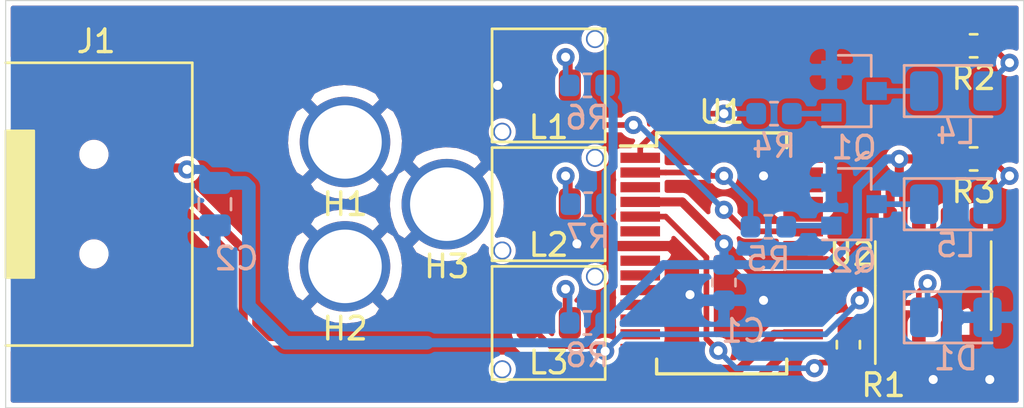
<source format=kicad_pcb>
(kicad_pcb (version 20171130) (host pcbnew "(5.1.2)-2")

  (general
    (thickness 1.6)
    (drawings 4)
    (tracks 174)
    (zones 0)
    (modules 24)
    (nets 33)
  )

  (page A4)
  (layers
    (0 F.Cu signal)
    (31 B.Cu signal)
    (32 B.Adhes user hide)
    (33 F.Adhes user hide)
    (34 B.Paste user hide)
    (35 F.Paste user hide)
    (36 B.SilkS user)
    (37 F.SilkS user hide)
    (38 B.Mask user hide)
    (39 F.Mask user hide)
    (40 Dwgs.User user hide)
    (41 Cmts.User user hide)
    (42 Eco1.User user hide)
    (43 Eco2.User user hide)
    (44 Edge.Cuts user)
    (45 Margin user hide)
    (46 B.CrtYd user hide)
    (47 F.CrtYd user hide)
    (48 B.Fab user hide)
    (49 F.Fab user hide)
  )

  (setup
    (last_trace_width 0.25)
    (user_trace_width 0.4)
    (user_trace_width 0.6)
    (trace_clearance 0.2)
    (zone_clearance 0.2)
    (zone_45_only no)
    (trace_min 0.2)
    (via_size 0.8)
    (via_drill 0.4)
    (via_min_size 0.4)
    (via_min_drill 0.3)
    (uvia_size 0.3)
    (uvia_drill 0.1)
    (uvias_allowed no)
    (uvia_min_size 0.2)
    (uvia_min_drill 0.1)
    (edge_width 0.05)
    (segment_width 0.2)
    (pcb_text_width 0.3)
    (pcb_text_size 1.5 1.5)
    (mod_edge_width 0.12)
    (mod_text_size 1 1)
    (mod_text_width 0.15)
    (pad_size 1.524 1.524)
    (pad_drill 0.762)
    (pad_to_mask_clearance 0.051)
    (solder_mask_min_width 0.25)
    (aux_axis_origin 0 0)
    (visible_elements 7FFFFFFF)
    (pcbplotparams
      (layerselection 0x010fc_ffffffff)
      (usegerberextensions false)
      (usegerberattributes false)
      (usegerberadvancedattributes false)
      (creategerberjobfile false)
      (excludeedgelayer true)
      (linewidth 0.100000)
      (plotframeref false)
      (viasonmask false)
      (mode 1)
      (useauxorigin false)
      (hpglpennumber 1)
      (hpglpenspeed 20)
      (hpglpendiameter 15.000000)
      (psnegative false)
      (psa4output false)
      (plotreference true)
      (plotvalue true)
      (plotinvisibletext false)
      (padsonsilk false)
      (subtractmaskfromsilk false)
      (outputformat 1)
      (mirror false)
      (drillshape 1)
      (scaleselection 1)
      (outputdirectory ""))
  )

  (net 0 "")
  (net 1 GND)
  (net 2 "Net-(J1-Pad2)")
  (net 3 "Net-(J1-Pad3)")
  (net 4 "Net-(J1-Pad4)")
  (net 5 "Net-(L1-Pad2)")
  (net 6 "Net-(L2-Pad2)")
  (net 7 "Net-(L2-Pad1)")
  (net 8 "Net-(Q1-Pad1)")
  (net 9 "Net-(Q2-Pad1)")
  (net 10 +5V)
  (net 11 "Net-(R4-Pad1)")
  (net 12 /DTR)
  (net 13 "Net-(U1-Pad28)")
  (net 14 "Net-(U1-Pad27)")
  (net 15 "Net-(U1-Pad19)")
  (net 16 "Net-(U1-Pad17)")
  (net 17 "Net-(U1-Pad14)")
  (net 18 "Net-(U1-Pad13)")
  (net 19 "Net-(U1-Pad12)")
  (net 20 "Net-(U1-Pad11)")
  (net 21 "Net-(U1-Pad10)")
  (net 22 "Net-(U1-Pad9)")
  (net 23 "Net-(U1-Pad6)")
  (net 24 "Net-(U1-Pad3)")
  (net 25 "Net-(L3-Pad1)")
  (net 26 "Net-(L3-Pad2)")
  (net 27 "Net-(L4-Pad2)")
  (net 28 "Net-(L4-Pad1)")
  (net 29 "Net-(L5-Pad2)")
  (net 30 "Net-(L5-Pad1)")
  (net 31 "Net-(R1-Pad1)")
  (net 32 "Net-(D1-Pad1)")

  (net_class Default "This is the default net class."
    (clearance 0.2)
    (trace_width 0.25)
    (via_dia 0.8)
    (via_drill 0.4)
    (uvia_dia 0.3)
    (uvia_drill 0.1)
    (add_net +5V)
    (add_net /DTR)
    (add_net GND)
    (add_net "Net-(D1-Pad1)")
    (add_net "Net-(J1-Pad2)")
    (add_net "Net-(J1-Pad3)")
    (add_net "Net-(J1-Pad4)")
    (add_net "Net-(L1-Pad2)")
    (add_net "Net-(L2-Pad1)")
    (add_net "Net-(L2-Pad2)")
    (add_net "Net-(L3-Pad1)")
    (add_net "Net-(L3-Pad2)")
    (add_net "Net-(L4-Pad1)")
    (add_net "Net-(L4-Pad2)")
    (add_net "Net-(L5-Pad1)")
    (add_net "Net-(L5-Pad2)")
    (add_net "Net-(Q1-Pad1)")
    (add_net "Net-(Q2-Pad1)")
    (add_net "Net-(R1-Pad1)")
    (add_net "Net-(R4-Pad1)")
    (add_net "Net-(U1-Pad10)")
    (add_net "Net-(U1-Pad11)")
    (add_net "Net-(U1-Pad12)")
    (add_net "Net-(U1-Pad13)")
    (add_net "Net-(U1-Pad14)")
    (add_net "Net-(U1-Pad17)")
    (add_net "Net-(U1-Pad19)")
    (add_net "Net-(U1-Pad27)")
    (add_net "Net-(U1-Pad28)")
    (add_net "Net-(U1-Pad3)")
    (add_net "Net-(U1-Pad6)")
    (add_net "Net-(U1-Pad9)")
  )

  (module Package_SO:SOIC-8_3.9x4.9mm_P1.27mm (layer F.Cu) (tedit 5C97300E) (tstamp 5D5AEF86)
    (at 141 103.6 90)
    (descr "SOIC, 8 Pin (JEDEC MS-012AA, https://www.analog.com/media/en/package-pcb-resources/package/pkg_pdf/soic_narrow-r/r_8.pdf), generated with kicad-footprint-generator ipc_gullwing_generator.py")
    (tags "SOIC SO")
    (path /5D58D11C)
    (attr smd)
    (fp_text reference U2 (at 1.4 -3.6 180) (layer F.SilkS)
      (effects (font (size 1 1) (thickness 0.15)))
    )
    (fp_text value AD8620 (at 0 3.4 90) (layer F.Fab)
      (effects (font (size 1 1) (thickness 0.15)))
    )
    (fp_text user %R (at 0 0 90) (layer F.Fab)
      (effects (font (size 0.98 0.98) (thickness 0.15)))
    )
    (fp_line (start 3.7 -2.7) (end -3.7 -2.7) (layer F.CrtYd) (width 0.05))
    (fp_line (start 3.7 2.7) (end 3.7 -2.7) (layer F.CrtYd) (width 0.05))
    (fp_line (start -3.7 2.7) (end 3.7 2.7) (layer F.CrtYd) (width 0.05))
    (fp_line (start -3.7 -2.7) (end -3.7 2.7) (layer F.CrtYd) (width 0.05))
    (fp_line (start -1.95 -1.475) (end -0.975 -2.45) (layer F.Fab) (width 0.1))
    (fp_line (start -1.95 2.45) (end -1.95 -1.475) (layer F.Fab) (width 0.1))
    (fp_line (start 1.95 2.45) (end -1.95 2.45) (layer F.Fab) (width 0.1))
    (fp_line (start 1.95 -2.45) (end 1.95 2.45) (layer F.Fab) (width 0.1))
    (fp_line (start -0.975 -2.45) (end 1.95 -2.45) (layer F.Fab) (width 0.1))
    (fp_line (start 0 -2.56) (end -3.45 -2.56) (layer F.SilkS) (width 0.12))
    (fp_line (start 0 -2.56) (end 1.95 -2.56) (layer F.SilkS) (width 0.12))
    (fp_line (start 0 2.56) (end -1.95 2.56) (layer F.SilkS) (width 0.12))
    (fp_line (start 0 2.56) (end 1.95 2.56) (layer F.SilkS) (width 0.12))
    (pad 8 smd roundrect (at 2.475 -1.905 90) (size 1.95 0.6) (layers F.Cu F.Paste F.Mask) (roundrect_rratio 0.25)
      (net 10 +5V))
    (pad 7 smd roundrect (at 2.475 -0.635 90) (size 1.95 0.6) (layers F.Cu F.Paste F.Mask) (roundrect_rratio 0.25))
    (pad 6 smd roundrect (at 2.475 0.635 90) (size 1.95 0.6) (layers F.Cu F.Paste F.Mask) (roundrect_rratio 0.25))
    (pad 5 smd roundrect (at 2.475 1.905 90) (size 1.95 0.6) (layers F.Cu F.Paste F.Mask) (roundrect_rratio 0.25))
    (pad 4 smd roundrect (at -2.475 1.905 90) (size 1.95 0.6) (layers F.Cu F.Paste F.Mask) (roundrect_rratio 0.25)
      (net 1 GND))
    (pad 3 smd roundrect (at -2.475 0.635 90) (size 1.95 0.6) (layers F.Cu F.Paste F.Mask) (roundrect_rratio 0.25)
      (net 1 GND))
    (pad 2 smd roundrect (at -2.475 -0.635 90) (size 1.95 0.6) (layers F.Cu F.Paste F.Mask) (roundrect_rratio 0.25)
      (net 32 "Net-(D1-Pad1)"))
    (pad 1 smd roundrect (at -2.475 -1.905 90) (size 1.95 0.6) (layers F.Cu F.Paste F.Mask) (roundrect_rratio 0.25)
      (net 31 "Net-(R1-Pad1)"))
    (model ${KISYS3DMOD}/Package_SO.3dshapes/SOIC-8_3.9x4.9mm_P1.27mm.wrl
      (at (xyz 0 0 0))
      (scale (xyz 1 1 1))
      (rotate (xyz 0 0 0))
    )
  )

  (module Package_SO:SSOP-28_5.3x10.2mm_P0.65mm (layer F.Cu) (tedit 5A02F25C) (tstamp 5D523EAF)
    (at 131.65 102.175)
    (descr "28-Lead Plastic Shrink Small Outline (SS)-5.30 mm Body [SSOP] (see Microchip Packaging Specification 00000049BS.pdf)")
    (tags "SSOP 0.65")
    (path /5D4F35E5)
    (attr smd)
    (fp_text reference U1 (at 0 -6.25) (layer F.SilkS)
      (effects (font (size 1 1) (thickness 0.15)))
    )
    (fp_text value FT232RL (at 0 6.25) (layer F.Fab)
      (effects (font (size 1 1) (thickness 0.15)))
    )
    (fp_text user %R (at 0 0) (layer F.Fab)
      (effects (font (size 0.8 0.8) (thickness 0.15)))
    )
    (fp_line (start -2.875 -4.75) (end -4.475 -4.75) (layer F.SilkS) (width 0.15))
    (fp_line (start -2.875 5.325) (end 2.875 5.325) (layer F.SilkS) (width 0.15))
    (fp_line (start -2.875 -5.325) (end 2.875 -5.325) (layer F.SilkS) (width 0.15))
    (fp_line (start -2.875 5.325) (end -2.875 4.675) (layer F.SilkS) (width 0.15))
    (fp_line (start 2.875 5.325) (end 2.875 4.675) (layer F.SilkS) (width 0.15))
    (fp_line (start 2.875 -5.325) (end 2.875 -4.675) (layer F.SilkS) (width 0.15))
    (fp_line (start -2.875 -5.325) (end -2.875 -4.75) (layer F.SilkS) (width 0.15))
    (fp_line (start -4.75 5.5) (end 4.75 5.5) (layer F.CrtYd) (width 0.05))
    (fp_line (start -4.75 -5.5) (end 4.75 -5.5) (layer F.CrtYd) (width 0.05))
    (fp_line (start 4.75 -5.5) (end 4.75 5.5) (layer F.CrtYd) (width 0.05))
    (fp_line (start -4.75 -5.5) (end -4.75 5.5) (layer F.CrtYd) (width 0.05))
    (fp_line (start -2.65 -4.1) (end -1.65 -5.1) (layer F.Fab) (width 0.15))
    (fp_line (start -2.65 5.1) (end -2.65 -4.1) (layer F.Fab) (width 0.15))
    (fp_line (start 2.65 5.1) (end -2.65 5.1) (layer F.Fab) (width 0.15))
    (fp_line (start 2.65 -5.1) (end 2.65 5.1) (layer F.Fab) (width 0.15))
    (fp_line (start -1.65 -5.1) (end 2.65 -5.1) (layer F.Fab) (width 0.15))
    (pad 28 smd rect (at 3.6 -4.225) (size 1.75 0.45) (layers F.Cu F.Paste F.Mask)
      (net 13 "Net-(U1-Pad28)"))
    (pad 27 smd rect (at 3.6 -3.575) (size 1.75 0.45) (layers F.Cu F.Paste F.Mask)
      (net 14 "Net-(U1-Pad27)"))
    (pad 26 smd rect (at 3.6 -2.925) (size 1.75 0.45) (layers F.Cu F.Paste F.Mask)
      (net 1 GND))
    (pad 25 smd rect (at 3.6 -2.275) (size 1.75 0.45) (layers F.Cu F.Paste F.Mask)
      (net 1 GND))
    (pad 24 smd rect (at 3.6 -1.625) (size 1.75 0.45) (layers F.Cu F.Paste F.Mask))
    (pad 23 smd rect (at 3.6 -0.975) (size 1.75 0.45) (layers F.Cu F.Paste F.Mask)
      (net 7 "Net-(L2-Pad1)"))
    (pad 22 smd rect (at 3.6 -0.325) (size 1.75 0.45) (layers F.Cu F.Paste F.Mask)
      (net 25 "Net-(L3-Pad1)"))
    (pad 21 smd rect (at 3.6 0.325) (size 1.75 0.45) (layers F.Cu F.Paste F.Mask)
      (net 1 GND))
    (pad 20 smd rect (at 3.6 0.975) (size 1.75 0.45) (layers F.Cu F.Paste F.Mask)
      (net 10 +5V))
    (pad 19 smd rect (at 3.6 1.625) (size 1.75 0.45) (layers F.Cu F.Paste F.Mask)
      (net 15 "Net-(U1-Pad19)"))
    (pad 18 smd rect (at 3.6 2.275) (size 1.75 0.45) (layers F.Cu F.Paste F.Mask)
      (net 1 GND))
    (pad 17 smd rect (at 3.6 2.925) (size 1.75 0.45) (layers F.Cu F.Paste F.Mask)
      (net 16 "Net-(U1-Pad17)"))
    (pad 16 smd rect (at 3.6 3.575) (size 1.75 0.45) (layers F.Cu F.Paste F.Mask)
      (net 2 "Net-(J1-Pad2)"))
    (pad 15 smd rect (at 3.6 4.225) (size 1.75 0.45) (layers F.Cu F.Paste F.Mask)
      (net 3 "Net-(J1-Pad3)"))
    (pad 14 smd rect (at -3.6 4.225) (size 1.75 0.45) (layers F.Cu F.Paste F.Mask)
      (net 17 "Net-(U1-Pad14)"))
    (pad 13 smd rect (at -3.6 3.575) (size 1.75 0.45) (layers F.Cu F.Paste F.Mask)
      (net 18 "Net-(U1-Pad13)"))
    (pad 12 smd rect (at -3.6 2.925) (size 1.75 0.45) (layers F.Cu F.Paste F.Mask)
      (net 19 "Net-(U1-Pad12)"))
    (pad 11 smd rect (at -3.6 2.275) (size 1.75 0.45) (layers F.Cu F.Paste F.Mask)
      (net 20 "Net-(U1-Pad11)"))
    (pad 10 smd rect (at -3.6 1.625) (size 1.75 0.45) (layers F.Cu F.Paste F.Mask)
      (net 21 "Net-(U1-Pad10)"))
    (pad 9 smd rect (at -3.6 0.975) (size 1.75 0.45) (layers F.Cu F.Paste F.Mask)
      (net 22 "Net-(U1-Pad9)"))
    (pad 8 smd rect (at -3.6 0.325) (size 1.75 0.45) (layers F.Cu F.Paste F.Mask))
    (pad 7 smd rect (at -3.6 -0.325) (size 1.75 0.45) (layers F.Cu F.Paste F.Mask)
      (net 1 GND))
    (pad 6 smd rect (at -3.6 -0.975) (size 1.75 0.45) (layers F.Cu F.Paste F.Mask)
      (net 23 "Net-(U1-Pad6)"))
    (pad 5 smd rect (at -3.6 -1.625) (size 1.75 0.45) (layers F.Cu F.Paste F.Mask)
      (net 31 "Net-(R1-Pad1)"))
    (pad 4 smd rect (at -3.6 -2.275) (size 1.75 0.45) (layers F.Cu F.Paste F.Mask)
      (net 10 +5V))
    (pad 3 smd rect (at -3.6 -2.925) (size 1.75 0.45) (layers F.Cu F.Paste F.Mask)
      (net 24 "Net-(U1-Pad3)"))
    (pad 2 smd rect (at -3.6 -3.575) (size 1.75 0.45) (layers F.Cu F.Paste F.Mask)
      (net 12 /DTR))
    (pad 1 smd rect (at -3.6 -4.225) (size 1.75 0.45) (layers F.Cu F.Paste F.Mask)
      (net 11 "Net-(R4-Pad1)"))
    (model ${KISYS3DMOD}/Package_SO.3dshapes/SSOP-28_5.3x10.2mm_P0.65mm.wrl
      (at (xyz 0 0 0))
      (scale (xyz 1 1 1))
      (rotate (xyz 0 0 0))
    )
  )

  (module Capacitor_SMD:C_0805_2012Metric (layer B.Cu) (tedit 5B36C52B) (tstamp 5D560A4C)
    (at 109.25 100 270)
    (descr "Capacitor SMD 0805 (2012 Metric), square (rectangular) end terminal, IPC_7351 nominal, (Body size source: https://docs.google.com/spreadsheets/d/1BsfQQcO9C6DZCsRaXUlFlo91Tg2WpOkGARC1WS5S8t0/edit?usp=sharing), generated with kicad-footprint-generator")
    (tags capacitor)
    (path /5D561161)
    (attr smd)
    (fp_text reference C2 (at 2.4 -0.95) (layer B.SilkS)
      (effects (font (size 1 1) (thickness 0.15)) (justify mirror))
    )
    (fp_text value 4.7uF (at 0 -1.65 270) (layer B.Fab)
      (effects (font (size 1 1) (thickness 0.15)) (justify mirror))
    )
    (fp_text user %R (at 0 0 270) (layer B.Fab)
      (effects (font (size 0.5 0.5) (thickness 0.08)) (justify mirror))
    )
    (fp_line (start 1.68 -0.95) (end -1.68 -0.95) (layer B.CrtYd) (width 0.05))
    (fp_line (start 1.68 0.95) (end 1.68 -0.95) (layer B.CrtYd) (width 0.05))
    (fp_line (start -1.68 0.95) (end 1.68 0.95) (layer B.CrtYd) (width 0.05))
    (fp_line (start -1.68 -0.95) (end -1.68 0.95) (layer B.CrtYd) (width 0.05))
    (fp_line (start -0.258578 -0.71) (end 0.258578 -0.71) (layer B.SilkS) (width 0.12))
    (fp_line (start -0.258578 0.71) (end 0.258578 0.71) (layer B.SilkS) (width 0.12))
    (fp_line (start 1 -0.6) (end -1 -0.6) (layer B.Fab) (width 0.1))
    (fp_line (start 1 0.6) (end 1 -0.6) (layer B.Fab) (width 0.1))
    (fp_line (start -1 0.6) (end 1 0.6) (layer B.Fab) (width 0.1))
    (fp_line (start -1 -0.6) (end -1 0.6) (layer B.Fab) (width 0.1))
    (pad 2 smd roundrect (at 0.9375 0 270) (size 0.975 1.4) (layers B.Cu B.Paste B.Mask) (roundrect_rratio 0.25)
      (net 1 GND))
    (pad 1 smd roundrect (at -0.9375 0 270) (size 0.975 1.4) (layers B.Cu B.Paste B.Mask) (roundrect_rratio 0.25)
      (net 10 +5V))
    (model ${KISYS3DMOD}/Capacitor_SMD.3dshapes/C_0805_2012Metric.wrl
      (at (xyz 0 0 0))
      (scale (xyz 1 1 1))
      (rotate (xyz 0 0 0))
    )
  )

  (module hodgkin:Molex_67503-1020 (layer F.Cu) (tedit 5D584E9F) (tstamp 5D522559)
    (at 100 100)
    (descr http://www.adam-tech.com/upload/MUSB-B5-S-VT-TSMT-1.pdf)
    (tags "USB Mini-B")
    (path /5D4F53F9)
    (attr smd)
    (fp_text reference J1 (at 4 -7.2 180) (layer F.SilkS)
      (effects (font (size 1 1) (thickness 0.15)))
    )
    (fp_text value USB_B_Mini (at 7.25 7.75) (layer F.Fab)
      (effects (font (size 1 1) (thickness 0.15)))
    )
    (fp_poly (pts (xy 0 -3.25) (xy 1.25 -3.25) (xy 1.25 3.25) (xy 0 3.25)) (layer F.SilkS) (width 0.1))
    (fp_line (start 8.25 6.25) (end 0 6.25) (layer F.SilkS) (width 0.12))
    (fp_line (start 8.25 -6.25) (end 8.25 6.25) (layer F.SilkS) (width 0.12))
    (fp_line (start 0 -6.25) (end 8.25 -6.25) (layer F.SilkS) (width 0.12))
    (fp_text user %R (at 2 -7 180) (layer F.Fab)
      (effects (font (size 1 1) (thickness 0.15)))
    )
    (pad 6 smd rect (at 6.25 4.925) (size 3.5 2.05) (layers F.Cu F.Paste F.Mask)
      (net 1 GND))
    (pad 6 smd rect (at 6.25 -4.925) (size 3.5 2.05) (layers F.Cu F.Paste F.Mask)
      (net 1 GND))
    (pad 6 smd rect (at 2.25 -4.925) (size 3.5 2.05) (layers F.Cu F.Paste F.Mask)
      (net 1 GND))
    (pad 6 smd rect (at 2.25 4.925) (size 3.5 2.05) (layers F.Cu F.Paste F.Mask)
      (net 1 GND))
    (pad 1 smd rect (at 6.125 -1.6 90) (size 0.5 2.25) (layers F.Cu F.Paste F.Mask)
      (net 10 +5V))
    (pad 2 smd rect (at 6.125 -0.8 90) (size 0.5 2.25) (layers F.Cu F.Paste F.Mask)
      (net 2 "Net-(J1-Pad2)"))
    (pad 3 smd rect (at 6.125 0 90) (size 0.5 2.25) (layers F.Cu F.Paste F.Mask)
      (net 3 "Net-(J1-Pad3)"))
    (pad 4 smd rect (at 6.125 0.8 90) (size 0.5 2.25) (layers F.Cu F.Paste F.Mask)
      (net 4 "Net-(J1-Pad4)"))
    (pad 5 smd rect (at 6.125 1.6 90) (size 0.5 2.25) (layers F.Cu F.Paste F.Mask)
      (net 1 GND))
    (pad "" np_thru_hole circle (at 3.9 -2.2) (size 0.9 0.9) (drill 0.9) (layers *.Cu *.Mask))
    (pad "" np_thru_hole circle (at 3.9 2.2) (size 0.9 0.9) (drill 0.9) (layers *.Cu *.Mask))
    (model C:/Users/steve/Documents/GitHub/Newton/hodgkin/Electrical/_lib/3D/Molex67503-1020.stp
      (offset (xyz -2 0 2))
      (scale (xyz 1 1 1))
      (rotate (xyz -90 0 90))
    )
  )

  (module hodgkin:light_pipe locked (layer F.Cu) (tedit 5D55B789) (tstamp 5D56377A)
    (at 119.5 100)
    (path /5D5B2F14)
    (fp_text reference H3 (at 0 2.75) (layer F.SilkS)
      (effects (font (size 1 1) (thickness 0.15)))
    )
    (fp_text value Switch (at 0 -4.75) (layer F.Fab)
      (effects (font (size 1 1) (thickness 0.15)))
    )
    (pad 1 thru_hole circle (at 0 0) (size 4 4) (drill 3.25) (layers *.Cu *.Mask)
      (net 1 GND))
  )

  (module hodgkin:light_pipe locked (layer F.Cu) (tedit 5D55B789) (tstamp 5D563775)
    (at 115 102.75)
    (path /5D5B2A41)
    (fp_text reference H2 (at 0 2.75) (layer F.SilkS)
      (effects (font (size 1 1) (thickness 0.15)))
    )
    (fp_text value light_pipe (at 0 -4.75) (layer F.Fab)
      (effects (font (size 1 1) (thickness 0.15)))
    )
    (pad 1 thru_hole circle (at 0 0) (size 4 4) (drill 3.25) (layers *.Cu *.Mask)
      (net 1 GND))
  )

  (module hodgkin:light_pipe locked (layer F.Cu) (tedit 5D55B789) (tstamp 5D563770)
    (at 115 97.25)
    (path /5D5B1C93)
    (fp_text reference H1 (at 0 2.75) (layer F.SilkS)
      (effects (font (size 1 1) (thickness 0.15)))
    )
    (fp_text value light_pipe (at 0 -4.75) (layer F.Fab)
      (effects (font (size 1 1) (thickness 0.15)))
    )
    (pad 1 thru_hole circle (at 0 0) (size 4 4) (drill 3.25) (layers *.Cu *.Mask)
      (net 1 GND))
  )

  (module hodgkin:LED_0805_LightPipe locked (layer F.Cu) (tedit 5D58557A) (tstamp 5D522537)
    (at 124 105.25)
    (descr "LED SMD 1206 (3216 Metric), square (rectangular) end terminal, IPC_7351 nominal, (Body size source: http://www.tortai-tech.com/upload/download/2011102023233369053.pdf), generated with kicad-footprint-generator")
    (tags diode)
    (path /5D635FEF)
    (attr smd)
    (fp_text reference L3 (at 0 1.75) (layer F.SilkS)
      (effects (font (size 1 1) (thickness 0.15)))
    )
    (fp_text value green (at 0.25 3.75) (layer F.Fab)
      (effects (font (size 1 1) (thickness 0.15)))
    )
    (fp_line (start -2.5 2.5) (end -2.5 -2.5) (layer F.SilkS) (width 0.12))
    (fp_line (start 2.5 2.5) (end -2.5 2.5) (layer F.SilkS) (width 0.12))
    (fp_line (start 2.5 -2.5) (end 2.5 2.5) (layer F.SilkS) (width 0.12))
    (fp_line (start -2.5 -2.5) (end 2.5 -2.5) (layer F.SilkS) (width 0.12))
    (fp_text user %R (at 0 0) (layer F.Fab)
      (effects (font (size 0.5 0.5) (thickness 0.08)))
    )
    (fp_line (start -0.7 -0.6) (end -1 -0.3) (layer F.Fab) (width 0.1))
    (fp_line (start -1 -0.3) (end -1 0.6) (layer F.Fab) (width 0.1))
    (fp_line (start 1 0.6) (end 1 -0.6) (layer F.Fab) (width 0.1))
    (pad 1 smd roundrect (at -0.9375 0) (size 0.975 1.4) (layers F.Cu F.Paste F.Mask) (roundrect_rratio 0.25)
      (net 25 "Net-(L3-Pad1)"))
    (pad 2 smd roundrect (at 0.9375 0) (size 0.975 1.4) (layers F.Cu F.Paste F.Mask) (roundrect_rratio 0.25)
      (net 26 "Net-(L3-Pad2)"))
    (pad "" thru_hole circle (at 2.05 -2.05) (size 0.8 0.8) (drill 0.65) (layers *.Cu *.Mask))
    (pad "" thru_hole circle (at -2.05 2.05) (size 0.8 0.8) (drill 0.65) (layers *.Cu *.Mask))
    (model ${KISYS3DMOD}/LED_SMD.3dshapes/LED_1206_3216Metric.wrl
      (at (xyz 0 0 0))
      (scale (xyz 1 1 1))
      (rotate (xyz 0 0 0))
    )
    (model C:/Users/steve/Documents/GitHub/Newton/hodgkin/Electrical/_lib/3D/VLP-200-F.igs
      (offset (xyz 2.34 -2.35 0))
      (scale (xyz 1 1 1))
      (rotate (xyz 0 90 0))
    )
  )

  (module hodgkin:LED_0805_LightPipe locked (layer F.Cu) (tedit 5D58557A) (tstamp 5D522524)
    (at 124 100)
    (descr "LED SMD 1206 (3216 Metric), square (rectangular) end terminal, IPC_7351 nominal, (Body size source: http://www.tortai-tech.com/upload/download/2011102023233369053.pdf), generated with kicad-footprint-generator")
    (tags diode)
    (path /5D634F61)
    (attr smd)
    (fp_text reference L2 (at 0 1.8) (layer F.SilkS)
      (effects (font (size 1 1) (thickness 0.15)))
    )
    (fp_text value red (at 0.25 3.75) (layer F.Fab)
      (effects (font (size 1 1) (thickness 0.15)))
    )
    (fp_line (start -2.5 2.5) (end -2.5 -2.5) (layer F.SilkS) (width 0.12))
    (fp_line (start 2.5 2.5) (end -2.5 2.5) (layer F.SilkS) (width 0.12))
    (fp_line (start 2.5 -2.5) (end 2.5 2.5) (layer F.SilkS) (width 0.12))
    (fp_line (start -2.5 -2.5) (end 2.5 -2.5) (layer F.SilkS) (width 0.12))
    (fp_text user %R (at 0 0) (layer F.Fab)
      (effects (font (size 0.5 0.5) (thickness 0.08)))
    )
    (fp_line (start -0.7 -0.6) (end -1 -0.3) (layer F.Fab) (width 0.1))
    (fp_line (start -1 -0.3) (end -1 0.6) (layer F.Fab) (width 0.1))
    (fp_line (start 1 0.6) (end 1 -0.6) (layer F.Fab) (width 0.1))
    (pad 1 smd roundrect (at -0.9375 0) (size 0.975 1.4) (layers F.Cu F.Paste F.Mask) (roundrect_rratio 0.25)
      (net 7 "Net-(L2-Pad1)"))
    (pad 2 smd roundrect (at 0.9375 0) (size 0.975 1.4) (layers F.Cu F.Paste F.Mask) (roundrect_rratio 0.25)
      (net 6 "Net-(L2-Pad2)"))
    (pad "" thru_hole circle (at 2.05 -2.05) (size 0.8 0.8) (drill 0.65) (layers *.Cu *.Mask))
    (pad "" thru_hole circle (at -2.05 2.05) (size 0.8 0.8) (drill 0.65) (layers *.Cu *.Mask))
    (model ${KISYS3DMOD}/LED_SMD.3dshapes/LED_1206_3216Metric.wrl
      (at (xyz 0 0 0))
      (scale (xyz 1 1 1))
      (rotate (xyz 0 0 0))
    )
    (model C:/Users/steve/Documents/GitHub/Newton/hodgkin/Electrical/_lib/3D/VLP-200-F.igs
      (offset (xyz 2.34 -2.35 0))
      (scale (xyz 1 1 1))
      (rotate (xyz 0 90 0))
    )
  )

  (module hodgkin:LED_0805_LightPipe locked (layer F.Cu) (tedit 5D58557A) (tstamp 5D523A45)
    (at 124 94.75)
    (descr "LED SMD 1206 (3216 Metric), square (rectangular) end terminal, IPC_7351 nominal, (Body size source: http://www.tortai-tech.com/upload/download/2011102023233369053.pdf), generated with kicad-footprint-generator")
    (tags diode)
    (path /5D57E9DC)
    (attr smd)
    (fp_text reference L1 (at 0 1.85) (layer F.SilkS)
      (effects (font (size 1 1) (thickness 0.15)))
    )
    (fp_text value blue (at 0.25 3.75) (layer F.Fab)
      (effects (font (size 1 1) (thickness 0.15)))
    )
    (fp_line (start -2.5 2.5) (end -2.5 -2.5) (layer F.SilkS) (width 0.12))
    (fp_line (start 2.5 2.5) (end -2.5 2.5) (layer F.SilkS) (width 0.12))
    (fp_line (start 2.5 -2.5) (end 2.5 2.5) (layer F.SilkS) (width 0.12))
    (fp_line (start -2.5 -2.5) (end 2.5 -2.5) (layer F.SilkS) (width 0.12))
    (fp_text user %R (at 0 0) (layer F.Fab)
      (effects (font (size 0.5 0.5) (thickness 0.08)))
    )
    (fp_line (start -0.7 -0.6) (end -1 -0.3) (layer F.Fab) (width 0.1))
    (fp_line (start -1 -0.3) (end -1 0.6) (layer F.Fab) (width 0.1))
    (fp_line (start 1 0.6) (end 1 -0.6) (layer F.Fab) (width 0.1))
    (pad 1 smd roundrect (at -0.9375 0) (size 0.975 1.4) (layers F.Cu F.Paste F.Mask) (roundrect_rratio 0.25)
      (net 1 GND))
    (pad 2 smd roundrect (at 0.9375 0) (size 0.975 1.4) (layers F.Cu F.Paste F.Mask) (roundrect_rratio 0.25)
      (net 5 "Net-(L1-Pad2)"))
    (pad "" thru_hole circle (at 2.05 -2.05) (size 0.8 0.8) (drill 0.65) (layers *.Cu *.Mask))
    (pad "" thru_hole circle (at -2.05 2.05) (size 0.8 0.8) (drill 0.65) (layers *.Cu *.Mask))
    (model ${KISYS3DMOD}/LED_SMD.3dshapes/LED_1206_3216Metric.wrl
      (at (xyz 0 0 0))
      (scale (xyz 1 1 1))
      (rotate (xyz 0 0 0))
    )
    (model C:/Users/steve/Documents/GitHub/Newton/hodgkin/Electrical/_lib/3D/VLP-200-F.igs
      (offset (xyz 2.34 -2.35 0))
      (scale (xyz 1 1 1))
      (rotate (xyz 0 90 0))
    )
  )

  (module Resistor_SMD:R_0603_1608Metric (layer F.Cu) (tedit 5B301BBD) (tstamp 5D522631)
    (at 142.7875 98 180)
    (descr "Resistor SMD 0603 (1608 Metric), square (rectangular) end terminal, IPC_7351 nominal, (Body size source: http://www.tortai-tech.com/upload/download/2011102023233369053.pdf), generated with kicad-footprint-generator")
    (tags resistor)
    (path /5D6237DB)
    (attr smd)
    (fp_text reference R3 (at 0 -1.43) (layer F.SilkS)
      (effects (font (size 1 1) (thickness 0.15)))
    )
    (fp_text value R (at 0 1.43) (layer F.Fab)
      (effects (font (size 1 1) (thickness 0.15)))
    )
    (fp_text user %R (at 0 0) (layer F.Fab)
      (effects (font (size 0.4 0.4) (thickness 0.06)))
    )
    (fp_line (start 1.48 0.73) (end -1.48 0.73) (layer F.CrtYd) (width 0.05))
    (fp_line (start 1.48 -0.73) (end 1.48 0.73) (layer F.CrtYd) (width 0.05))
    (fp_line (start -1.48 -0.73) (end 1.48 -0.73) (layer F.CrtYd) (width 0.05))
    (fp_line (start -1.48 0.73) (end -1.48 -0.73) (layer F.CrtYd) (width 0.05))
    (fp_line (start -0.162779 0.51) (end 0.162779 0.51) (layer F.SilkS) (width 0.12))
    (fp_line (start -0.162779 -0.51) (end 0.162779 -0.51) (layer F.SilkS) (width 0.12))
    (fp_line (start 0.8 0.4) (end -0.8 0.4) (layer F.Fab) (width 0.1))
    (fp_line (start 0.8 -0.4) (end 0.8 0.4) (layer F.Fab) (width 0.1))
    (fp_line (start -0.8 -0.4) (end 0.8 -0.4) (layer F.Fab) (width 0.1))
    (fp_line (start -0.8 0.4) (end -0.8 -0.4) (layer F.Fab) (width 0.1))
    (pad 2 smd roundrect (at 0.7875 0 180) (size 0.875 0.95) (layers F.Cu F.Paste F.Mask) (roundrect_rratio 0.25)
      (net 10 +5V))
    (pad 1 smd roundrect (at -0.7875 0 180) (size 0.875 0.95) (layers F.Cu F.Paste F.Mask) (roundrect_rratio 0.25)
      (net 29 "Net-(L5-Pad2)"))
    (model ${KISYS3DMOD}/Resistor_SMD.3dshapes/R_0603_1608Metric.wrl
      (at (xyz 0 0 0))
      (scale (xyz 1 1 1))
      (rotate (xyz 0 0 0))
    )
  )

  (module Resistor_SMD:R_0603_1608Metric (layer B.Cu) (tedit 5B301BBD) (tstamp 5D522620)
    (at 133.7125 101)
    (descr "Resistor SMD 0603 (1608 Metric), square (rectangular) end terminal, IPC_7351 nominal, (Body size source: http://www.tortai-tech.com/upload/download/2011102023233369053.pdf), generated with kicad-footprint-generator")
    (tags resistor)
    (path /5D6237E1)
    (attr smd)
    (fp_text reference R5 (at 0 1.43) (layer B.SilkS)
      (effects (font (size 1 1) (thickness 0.15)) (justify mirror))
    )
    (fp_text value 4.7k (at 0 -1.43) (layer B.Fab)
      (effects (font (size 1 1) (thickness 0.15)) (justify mirror))
    )
    (fp_text user %R (at 0 0) (layer B.Fab)
      (effects (font (size 0.4 0.4) (thickness 0.06)) (justify mirror))
    )
    (fp_line (start 1.48 -0.73) (end -1.48 -0.73) (layer B.CrtYd) (width 0.05))
    (fp_line (start 1.48 0.73) (end 1.48 -0.73) (layer B.CrtYd) (width 0.05))
    (fp_line (start -1.48 0.73) (end 1.48 0.73) (layer B.CrtYd) (width 0.05))
    (fp_line (start -1.48 -0.73) (end -1.48 0.73) (layer B.CrtYd) (width 0.05))
    (fp_line (start -0.162779 -0.51) (end 0.162779 -0.51) (layer B.SilkS) (width 0.12))
    (fp_line (start -0.162779 0.51) (end 0.162779 0.51) (layer B.SilkS) (width 0.12))
    (fp_line (start 0.8 -0.4) (end -0.8 -0.4) (layer B.Fab) (width 0.1))
    (fp_line (start 0.8 0.4) (end 0.8 -0.4) (layer B.Fab) (width 0.1))
    (fp_line (start -0.8 0.4) (end 0.8 0.4) (layer B.Fab) (width 0.1))
    (fp_line (start -0.8 -0.4) (end -0.8 0.4) (layer B.Fab) (width 0.1))
    (pad 2 smd roundrect (at 0.7875 0) (size 0.875 0.95) (layers B.Cu B.Paste B.Mask) (roundrect_rratio 0.25)
      (net 9 "Net-(Q2-Pad1)"))
    (pad 1 smd roundrect (at -0.7875 0) (size 0.875 0.95) (layers B.Cu B.Paste B.Mask) (roundrect_rratio 0.25)
      (net 12 /DTR))
    (model ${KISYS3DMOD}/Resistor_SMD.3dshapes/R_0603_1608Metric.wrl
      (at (xyz 0 0 0))
      (scale (xyz 1 1 1))
      (rotate (xyz 0 0 0))
    )
  )

  (module Resistor_SMD:R_0603_1608Metric (layer B.Cu) (tedit 5B301BBD) (tstamp 5D52260F)
    (at 125.7125 105.25)
    (descr "Resistor SMD 0603 (1608 Metric), square (rectangular) end terminal, IPC_7351 nominal, (Body size source: http://www.tortai-tech.com/upload/download/2011102023233369053.pdf), generated with kicad-footprint-generator")
    (tags resistor)
    (path /5D63C0E7)
    (attr smd)
    (fp_text reference R8 (at 0 1.43) (layer B.SilkS)
      (effects (font (size 1 1) (thickness 0.15)) (justify mirror))
    )
    (fp_text value R (at 0 -1.43) (layer B.Fab)
      (effects (font (size 1 1) (thickness 0.15)) (justify mirror))
    )
    (fp_text user %R (at 0 0) (layer B.Fab)
      (effects (font (size 0.4 0.4) (thickness 0.06)) (justify mirror))
    )
    (fp_line (start 1.48 -0.73) (end -1.48 -0.73) (layer B.CrtYd) (width 0.05))
    (fp_line (start 1.48 0.73) (end 1.48 -0.73) (layer B.CrtYd) (width 0.05))
    (fp_line (start -1.48 0.73) (end 1.48 0.73) (layer B.CrtYd) (width 0.05))
    (fp_line (start -1.48 -0.73) (end -1.48 0.73) (layer B.CrtYd) (width 0.05))
    (fp_line (start -0.162779 -0.51) (end 0.162779 -0.51) (layer B.SilkS) (width 0.12))
    (fp_line (start -0.162779 0.51) (end 0.162779 0.51) (layer B.SilkS) (width 0.12))
    (fp_line (start 0.8 -0.4) (end -0.8 -0.4) (layer B.Fab) (width 0.1))
    (fp_line (start 0.8 0.4) (end 0.8 -0.4) (layer B.Fab) (width 0.1))
    (fp_line (start -0.8 0.4) (end 0.8 0.4) (layer B.Fab) (width 0.1))
    (fp_line (start -0.8 -0.4) (end -0.8 0.4) (layer B.Fab) (width 0.1))
    (pad 2 smd roundrect (at 0.7875 0) (size 0.875 0.95) (layers B.Cu B.Paste B.Mask) (roundrect_rratio 0.25)
      (net 10 +5V))
    (pad 1 smd roundrect (at -0.7875 0) (size 0.875 0.95) (layers B.Cu B.Paste B.Mask) (roundrect_rratio 0.25)
      (net 26 "Net-(L3-Pad2)"))
    (model ${KISYS3DMOD}/Resistor_SMD.3dshapes/R_0603_1608Metric.wrl
      (at (xyz 0 0 0))
      (scale (xyz 1 1 1))
      (rotate (xyz 0 0 0))
    )
  )

  (module Resistor_SMD:R_0603_1608Metric (layer B.Cu) (tedit 5B301BBD) (tstamp 5D5225FE)
    (at 125.75 100)
    (descr "Resistor SMD 0603 (1608 Metric), square (rectangular) end terminal, IPC_7351 nominal, (Body size source: http://www.tortai-tech.com/upload/download/2011102023233369053.pdf), generated with kicad-footprint-generator")
    (tags resistor)
    (path /5D63B737)
    (attr smd)
    (fp_text reference R7 (at 0 1.43) (layer B.SilkS)
      (effects (font (size 1 1) (thickness 0.15)) (justify mirror))
    )
    (fp_text value R (at 0 -1.43) (layer B.Fab)
      (effects (font (size 1 1) (thickness 0.15)) (justify mirror))
    )
    (fp_text user %R (at 0 0) (layer B.Fab)
      (effects (font (size 0.4 0.4) (thickness 0.06)) (justify mirror))
    )
    (fp_line (start 1.48 -0.73) (end -1.48 -0.73) (layer B.CrtYd) (width 0.05))
    (fp_line (start 1.48 0.73) (end 1.48 -0.73) (layer B.CrtYd) (width 0.05))
    (fp_line (start -1.48 0.73) (end 1.48 0.73) (layer B.CrtYd) (width 0.05))
    (fp_line (start -1.48 -0.73) (end -1.48 0.73) (layer B.CrtYd) (width 0.05))
    (fp_line (start -0.162779 -0.51) (end 0.162779 -0.51) (layer B.SilkS) (width 0.12))
    (fp_line (start -0.162779 0.51) (end 0.162779 0.51) (layer B.SilkS) (width 0.12))
    (fp_line (start 0.8 -0.4) (end -0.8 -0.4) (layer B.Fab) (width 0.1))
    (fp_line (start 0.8 0.4) (end 0.8 -0.4) (layer B.Fab) (width 0.1))
    (fp_line (start -0.8 0.4) (end 0.8 0.4) (layer B.Fab) (width 0.1))
    (fp_line (start -0.8 -0.4) (end -0.8 0.4) (layer B.Fab) (width 0.1))
    (pad 2 smd roundrect (at 0.7875 0) (size 0.875 0.95) (layers B.Cu B.Paste B.Mask) (roundrect_rratio 0.25)
      (net 10 +5V))
    (pad 1 smd roundrect (at -0.7875 0) (size 0.875 0.95) (layers B.Cu B.Paste B.Mask) (roundrect_rratio 0.25)
      (net 6 "Net-(L2-Pad2)"))
    (model ${KISYS3DMOD}/Resistor_SMD.3dshapes/R_0603_1608Metric.wrl
      (at (xyz 0 0 0))
      (scale (xyz 1 1 1))
      (rotate (xyz 0 0 0))
    )
  )

  (module Resistor_SMD:R_0603_1608Metric (layer B.Cu) (tedit 5B301BBD) (tstamp 5D5225ED)
    (at 133.9625 96)
    (descr "Resistor SMD 0603 (1608 Metric), square (rectangular) end terminal, IPC_7351 nominal, (Body size source: http://www.tortai-tech.com/upload/download/2011102023233369053.pdf), generated with kicad-footprint-generator")
    (tags resistor)
    (path /5D5EE18C)
    (attr smd)
    (fp_text reference R4 (at 0 1.43) (layer B.SilkS)
      (effects (font (size 1 1) (thickness 0.15)) (justify mirror))
    )
    (fp_text value 4.7k (at 0 -1.43) (layer B.Fab)
      (effects (font (size 1 1) (thickness 0.15)) (justify mirror))
    )
    (fp_text user %R (at 0 0) (layer B.Fab)
      (effects (font (size 0.4 0.4) (thickness 0.06)) (justify mirror))
    )
    (fp_line (start 1.48 -0.73) (end -1.48 -0.73) (layer B.CrtYd) (width 0.05))
    (fp_line (start 1.48 0.73) (end 1.48 -0.73) (layer B.CrtYd) (width 0.05))
    (fp_line (start -1.48 0.73) (end 1.48 0.73) (layer B.CrtYd) (width 0.05))
    (fp_line (start -1.48 -0.73) (end -1.48 0.73) (layer B.CrtYd) (width 0.05))
    (fp_line (start -0.162779 -0.51) (end 0.162779 -0.51) (layer B.SilkS) (width 0.12))
    (fp_line (start -0.162779 0.51) (end 0.162779 0.51) (layer B.SilkS) (width 0.12))
    (fp_line (start 0.8 -0.4) (end -0.8 -0.4) (layer B.Fab) (width 0.1))
    (fp_line (start 0.8 0.4) (end 0.8 -0.4) (layer B.Fab) (width 0.1))
    (fp_line (start -0.8 0.4) (end 0.8 0.4) (layer B.Fab) (width 0.1))
    (fp_line (start -0.8 -0.4) (end -0.8 0.4) (layer B.Fab) (width 0.1))
    (pad 2 smd roundrect (at 0.7875 0) (size 0.875 0.95) (layers B.Cu B.Paste B.Mask) (roundrect_rratio 0.25)
      (net 8 "Net-(Q1-Pad1)"))
    (pad 1 smd roundrect (at -0.7875 0) (size 0.875 0.95) (layers B.Cu B.Paste B.Mask) (roundrect_rratio 0.25)
      (net 11 "Net-(R4-Pad1)"))
    (model ${KISYS3DMOD}/Resistor_SMD.3dshapes/R_0603_1608Metric.wrl
      (at (xyz 0 0 0))
      (scale (xyz 1 1 1))
      (rotate (xyz 0 0 0))
    )
  )

  (module Resistor_SMD:R_0603_1608Metric (layer F.Cu) (tedit 5B301BBD) (tstamp 5D5225DC)
    (at 137.25 106.2125 90)
    (descr "Resistor SMD 0603 (1608 Metric), square (rectangular) end terminal, IPC_7351 nominal, (Body size source: http://www.tortai-tech.com/upload/download/2011102023233369053.pdf), generated with kicad-footprint-generator")
    (tags resistor)
    (path /5D5298AC)
    (attr smd)
    (fp_text reference R1 (at -1.7875 1.55 180) (layer F.SilkS)
      (effects (font (size 1 1) (thickness 0.15)))
    )
    (fp_text value R (at 0 1.43 90) (layer F.Fab)
      (effects (font (size 1 1) (thickness 0.15)))
    )
    (fp_text user %R (at 0 0 90) (layer F.Fab)
      (effects (font (size 0.4 0.4) (thickness 0.06)))
    )
    (fp_line (start 1.48 0.73) (end -1.48 0.73) (layer F.CrtYd) (width 0.05))
    (fp_line (start 1.48 -0.73) (end 1.48 0.73) (layer F.CrtYd) (width 0.05))
    (fp_line (start -1.48 -0.73) (end 1.48 -0.73) (layer F.CrtYd) (width 0.05))
    (fp_line (start -1.48 0.73) (end -1.48 -0.73) (layer F.CrtYd) (width 0.05))
    (fp_line (start -0.162779 0.51) (end 0.162779 0.51) (layer F.SilkS) (width 0.12))
    (fp_line (start -0.162779 -0.51) (end 0.162779 -0.51) (layer F.SilkS) (width 0.12))
    (fp_line (start 0.8 0.4) (end -0.8 0.4) (layer F.Fab) (width 0.1))
    (fp_line (start 0.8 -0.4) (end 0.8 0.4) (layer F.Fab) (width 0.1))
    (fp_line (start -0.8 -0.4) (end 0.8 -0.4) (layer F.Fab) (width 0.1))
    (fp_line (start -0.8 0.4) (end -0.8 -0.4) (layer F.Fab) (width 0.1))
    (pad 2 smd roundrect (at 0.7875 0 90) (size 0.875 0.95) (layers F.Cu F.Paste F.Mask) (roundrect_rratio 0.25)
      (net 32 "Net-(D1-Pad1)"))
    (pad 1 smd roundrect (at -0.7875 0 90) (size 0.875 0.95) (layers F.Cu F.Paste F.Mask) (roundrect_rratio 0.25)
      (net 31 "Net-(R1-Pad1)"))
    (model ${KISYS3DMOD}/Resistor_SMD.3dshapes/R_0603_1608Metric.wrl
      (at (xyz 0 0 0))
      (scale (xyz 1 1 1))
      (rotate (xyz 0 0 0))
    )
  )

  (module Resistor_SMD:R_0603_1608Metric (layer F.Cu) (tedit 5B301BBD) (tstamp 5D5225CB)
    (at 142.7875 93 180)
    (descr "Resistor SMD 0603 (1608 Metric), square (rectangular) end terminal, IPC_7351 nominal, (Body size source: http://www.tortai-tech.com/upload/download/2011102023233369053.pdf), generated with kicad-footprint-generator")
    (tags resistor)
    (path /5D52ED2A)
    (attr smd)
    (fp_text reference R2 (at 0 -1.43) (layer F.SilkS)
      (effects (font (size 1 1) (thickness 0.15)))
    )
    (fp_text value R (at 0 1.43) (layer F.Fab)
      (effects (font (size 1 1) (thickness 0.15)))
    )
    (fp_text user %R (at 0 0) (layer F.Fab)
      (effects (font (size 0.4 0.4) (thickness 0.06)))
    )
    (fp_line (start 1.48 0.73) (end -1.48 0.73) (layer F.CrtYd) (width 0.05))
    (fp_line (start 1.48 -0.73) (end 1.48 0.73) (layer F.CrtYd) (width 0.05))
    (fp_line (start -1.48 -0.73) (end 1.48 -0.73) (layer F.CrtYd) (width 0.05))
    (fp_line (start -1.48 0.73) (end -1.48 -0.73) (layer F.CrtYd) (width 0.05))
    (fp_line (start -0.162779 0.51) (end 0.162779 0.51) (layer F.SilkS) (width 0.12))
    (fp_line (start -0.162779 -0.51) (end 0.162779 -0.51) (layer F.SilkS) (width 0.12))
    (fp_line (start 0.8 0.4) (end -0.8 0.4) (layer F.Fab) (width 0.1))
    (fp_line (start 0.8 -0.4) (end 0.8 0.4) (layer F.Fab) (width 0.1))
    (fp_line (start -0.8 -0.4) (end 0.8 -0.4) (layer F.Fab) (width 0.1))
    (fp_line (start -0.8 0.4) (end -0.8 -0.4) (layer F.Fab) (width 0.1))
    (pad 2 smd roundrect (at 0.7875 0 180) (size 0.875 0.95) (layers F.Cu F.Paste F.Mask) (roundrect_rratio 0.25)
      (net 10 +5V))
    (pad 1 smd roundrect (at -0.7875 0 180) (size 0.875 0.95) (layers F.Cu F.Paste F.Mask) (roundrect_rratio 0.25)
      (net 27 "Net-(L4-Pad2)"))
    (model ${KISYS3DMOD}/Resistor_SMD.3dshapes/R_0603_1608Metric.wrl
      (at (xyz 0 0 0))
      (scale (xyz 1 1 1))
      (rotate (xyz 0 0 0))
    )
  )

  (module Resistor_SMD:R_0603_1608Metric (layer B.Cu) (tedit 5B301BBD) (tstamp 5D5225BA)
    (at 125.7125 94.75)
    (descr "Resistor SMD 0603 (1608 Metric), square (rectangular) end terminal, IPC_7351 nominal, (Body size source: http://www.tortai-tech.com/upload/download/2011102023233369053.pdf), generated with kicad-footprint-generator")
    (tags resistor)
    (path /5D58046E)
    (attr smd)
    (fp_text reference R6 (at 0 1.43 180) (layer B.SilkS)
      (effects (font (size 1 1) (thickness 0.15)) (justify mirror))
    )
    (fp_text value R_US (at 0 -1.43 180) (layer B.Fab)
      (effects (font (size 1 1) (thickness 0.15)) (justify mirror))
    )
    (fp_text user %R (at 0 0 180) (layer B.Fab)
      (effects (font (size 0.4 0.4) (thickness 0.06)) (justify mirror))
    )
    (fp_line (start 1.48 -0.73) (end -1.48 -0.73) (layer B.CrtYd) (width 0.05))
    (fp_line (start 1.48 0.73) (end 1.48 -0.73) (layer B.CrtYd) (width 0.05))
    (fp_line (start -1.48 0.73) (end 1.48 0.73) (layer B.CrtYd) (width 0.05))
    (fp_line (start -1.48 -0.73) (end -1.48 0.73) (layer B.CrtYd) (width 0.05))
    (fp_line (start -0.162779 -0.51) (end 0.162779 -0.51) (layer B.SilkS) (width 0.12))
    (fp_line (start -0.162779 0.51) (end 0.162779 0.51) (layer B.SilkS) (width 0.12))
    (fp_line (start 0.8 -0.4) (end -0.8 -0.4) (layer B.Fab) (width 0.1))
    (fp_line (start 0.8 0.4) (end 0.8 -0.4) (layer B.Fab) (width 0.1))
    (fp_line (start -0.8 0.4) (end 0.8 0.4) (layer B.Fab) (width 0.1))
    (fp_line (start -0.8 -0.4) (end -0.8 0.4) (layer B.Fab) (width 0.1))
    (pad 2 smd roundrect (at 0.7875 0) (size 0.875 0.95) (layers B.Cu B.Paste B.Mask) (roundrect_rratio 0.25)
      (net 10 +5V))
    (pad 1 smd roundrect (at -0.7875 0) (size 0.875 0.95) (layers B.Cu B.Paste B.Mask) (roundrect_rratio 0.25)
      (net 5 "Net-(L1-Pad2)"))
    (model ${KISYS3DMOD}/Resistor_SMD.3dshapes/R_0603_1608Metric.wrl
      (at (xyz 0 0 0))
      (scale (xyz 1 1 1))
      (rotate (xyz 0 0 0))
    )
  )

  (module Package_TO_SOT_SMD:SOT-23 (layer B.Cu) (tedit 5A02FF57) (tstamp 5D55B057)
    (at 137.5 100)
    (descr "SOT-23, Standard")
    (tags SOT-23)
    (path /5D6237D5)
    (attr smd)
    (fp_text reference Q2 (at 0 2.5) (layer B.SilkS)
      (effects (font (size 1 1) (thickness 0.15)) (justify mirror))
    )
    (fp_text value BC850 (at 0 -2.5) (layer B.Fab)
      (effects (font (size 1 1) (thickness 0.15)) (justify mirror))
    )
    (fp_line (start 0.76 -1.58) (end -0.7 -1.58) (layer B.SilkS) (width 0.12))
    (fp_line (start 0.76 1.58) (end -1.4 1.58) (layer B.SilkS) (width 0.12))
    (fp_line (start -1.7 -1.75) (end -1.7 1.75) (layer B.CrtYd) (width 0.05))
    (fp_line (start 1.7 -1.75) (end -1.7 -1.75) (layer B.CrtYd) (width 0.05))
    (fp_line (start 1.7 1.75) (end 1.7 -1.75) (layer B.CrtYd) (width 0.05))
    (fp_line (start -1.7 1.75) (end 1.7 1.75) (layer B.CrtYd) (width 0.05))
    (fp_line (start 0.76 1.58) (end 0.76 0.65) (layer B.SilkS) (width 0.12))
    (fp_line (start 0.76 -1.58) (end 0.76 -0.65) (layer B.SilkS) (width 0.12))
    (fp_line (start -0.7 -1.52) (end 0.7 -1.52) (layer B.Fab) (width 0.1))
    (fp_line (start 0.7 1.52) (end 0.7 -1.52) (layer B.Fab) (width 0.1))
    (fp_line (start -0.7 0.95) (end -0.15 1.52) (layer B.Fab) (width 0.1))
    (fp_line (start -0.15 1.52) (end 0.7 1.52) (layer B.Fab) (width 0.1))
    (fp_line (start -0.7 0.95) (end -0.7 -1.5) (layer B.Fab) (width 0.1))
    (fp_text user %R (at 0 0 -90) (layer B.Fab)
      (effects (font (size 0.5 0.5) (thickness 0.075)) (justify mirror))
    )
    (pad 3 smd rect (at 1 0) (size 0.9 0.8) (layers B.Cu B.Paste B.Mask)
      (net 30 "Net-(L5-Pad1)"))
    (pad 2 smd rect (at -1 -0.95) (size 0.9 0.8) (layers B.Cu B.Paste B.Mask)
      (net 1 GND))
    (pad 1 smd rect (at -1 0.95) (size 0.9 0.8) (layers B.Cu B.Paste B.Mask)
      (net 9 "Net-(Q2-Pad1)"))
    (model ${KISYS3DMOD}/Package_TO_SOT_SMD.3dshapes/SOT-23.wrl
      (at (xyz 0 0 0))
      (scale (xyz 1 1 1))
      (rotate (xyz 0 0 0))
    )
  )

  (module Package_TO_SOT_SMD:SOT-23 (layer B.Cu) (tedit 5A02FF57) (tstamp 5D522594)
    (at 137.5 95)
    (descr "SOT-23, Standard")
    (tags SOT-23)
    (path /5D5E9DDA)
    (attr smd)
    (fp_text reference Q1 (at 0 2.5) (layer B.SilkS)
      (effects (font (size 1 1) (thickness 0.15)) (justify mirror))
    )
    (fp_text value BC850 (at 0 -2.5) (layer B.Fab)
      (effects (font (size 1 1) (thickness 0.15)) (justify mirror))
    )
    (fp_line (start 0.76 -1.58) (end -0.7 -1.58) (layer B.SilkS) (width 0.12))
    (fp_line (start 0.76 1.58) (end -1.4 1.58) (layer B.SilkS) (width 0.12))
    (fp_line (start -1.7 -1.75) (end -1.7 1.75) (layer B.CrtYd) (width 0.05))
    (fp_line (start 1.7 -1.75) (end -1.7 -1.75) (layer B.CrtYd) (width 0.05))
    (fp_line (start 1.7 1.75) (end 1.7 -1.75) (layer B.CrtYd) (width 0.05))
    (fp_line (start -1.7 1.75) (end 1.7 1.75) (layer B.CrtYd) (width 0.05))
    (fp_line (start 0.76 1.58) (end 0.76 0.65) (layer B.SilkS) (width 0.12))
    (fp_line (start 0.76 -1.58) (end 0.76 -0.65) (layer B.SilkS) (width 0.12))
    (fp_line (start -0.7 -1.52) (end 0.7 -1.52) (layer B.Fab) (width 0.1))
    (fp_line (start 0.7 1.52) (end 0.7 -1.52) (layer B.Fab) (width 0.1))
    (fp_line (start -0.7 0.95) (end -0.15 1.52) (layer B.Fab) (width 0.1))
    (fp_line (start -0.15 1.52) (end 0.7 1.52) (layer B.Fab) (width 0.1))
    (fp_line (start -0.7 0.95) (end -0.7 -1.5) (layer B.Fab) (width 0.1))
    (fp_text user %R (at 0 0 -90) (layer B.Fab)
      (effects (font (size 0.5 0.5) (thickness 0.075)) (justify mirror))
    )
    (pad 3 smd rect (at 1 0) (size 0.9 0.8) (layers B.Cu B.Paste B.Mask)
      (net 28 "Net-(L4-Pad1)"))
    (pad 2 smd rect (at -1 -0.95) (size 0.9 0.8) (layers B.Cu B.Paste B.Mask)
      (net 1 GND))
    (pad 1 smd rect (at -1 0.95) (size 0.9 0.8) (layers B.Cu B.Paste B.Mask)
      (net 8 "Net-(Q1-Pad1)"))
    (model ${KISYS3DMOD}/Package_TO_SOT_SMD.3dshapes/SOT-23.wrl
      (at (xyz 0 0 0))
      (scale (xyz 1 1 1))
      (rotate (xyz 0 0 0))
    )
  )

  (module Diode_SMD:D_1206_3216Metric (layer B.Cu) (tedit 5B301BBE) (tstamp 5D52257F)
    (at 142 100)
    (descr "Diode SMD 1206 (3216 Metric), square (rectangular) end terminal, IPC_7351 nominal, (Body size source: http://www.tortai-tech.com/upload/download/2011102023233369053.pdf), generated with kicad-footprint-generator")
    (tags diode)
    (path /5D6237C9)
    (attr smd)
    (fp_text reference L5 (at 0 1.82) (layer B.SilkS)
      (effects (font (size 1 1) (thickness 0.15)) (justify mirror))
    )
    (fp_text value IR_DTR (at 0 -1.82) (layer B.Fab)
      (effects (font (size 1 1) (thickness 0.15)) (justify mirror))
    )
    (fp_text user %R (at 0 0) (layer B.Fab)
      (effects (font (size 0.8 0.8) (thickness 0.12)) (justify mirror))
    )
    (fp_line (start 2.28 -1.12) (end -2.28 -1.12) (layer B.CrtYd) (width 0.05))
    (fp_line (start 2.28 1.12) (end 2.28 -1.12) (layer B.CrtYd) (width 0.05))
    (fp_line (start -2.28 1.12) (end 2.28 1.12) (layer B.CrtYd) (width 0.05))
    (fp_line (start -2.28 -1.12) (end -2.28 1.12) (layer B.CrtYd) (width 0.05))
    (fp_line (start -2.285 -1.135) (end 1.6 -1.135) (layer B.SilkS) (width 0.12))
    (fp_line (start -2.285 1.135) (end -2.285 -1.135) (layer B.SilkS) (width 0.12))
    (fp_line (start 1.6 1.135) (end -2.285 1.135) (layer B.SilkS) (width 0.12))
    (fp_line (start 1.6 -0.8) (end 1.6 0.8) (layer B.Fab) (width 0.1))
    (fp_line (start -1.6 -0.8) (end 1.6 -0.8) (layer B.Fab) (width 0.1))
    (fp_line (start -1.6 0.4) (end -1.6 -0.8) (layer B.Fab) (width 0.1))
    (fp_line (start -1.2 0.8) (end -1.6 0.4) (layer B.Fab) (width 0.1))
    (fp_line (start 1.6 0.8) (end -1.2 0.8) (layer B.Fab) (width 0.1))
    (pad 2 smd roundrect (at 1.4 0) (size 1.25 1.75) (layers B.Cu B.Paste B.Mask) (roundrect_rratio 0.2)
      (net 29 "Net-(L5-Pad2)"))
    (pad 1 smd roundrect (at -1.4 0) (size 1.25 1.75) (layers B.Cu B.Paste B.Mask) (roundrect_rratio 0.2)
      (net 30 "Net-(L5-Pad1)"))
    (model ${KISYS3DMOD}/Diode_SMD.3dshapes/D_1206_3216Metric.wrl
      (at (xyz 0 0 0))
      (scale (xyz 1 1 1))
      (rotate (xyz 0 0 0))
    )
  )

  (module Diode_SMD:D_1206_3216Metric (layer B.Cu) (tedit 5B301BBE) (tstamp 5D562A63)
    (at 142 95)
    (descr "Diode SMD 1206 (3216 Metric), square (rectangular) end terminal, IPC_7351 nominal, (Body size source: http://www.tortai-tech.com/upload/download/2011102023233369053.pdf), generated with kicad-footprint-generator")
    (tags diode)
    (path /5D4FF20B)
    (attr smd)
    (fp_text reference L4 (at 0 1.82) (layer B.SilkS)
      (effects (font (size 1 1) (thickness 0.15)) (justify mirror))
    )
    (fp_text value IR_TX (at 0 -1.82) (layer B.Fab)
      (effects (font (size 1 1) (thickness 0.15)) (justify mirror))
    )
    (fp_text user %R (at 0 0) (layer B.Fab)
      (effects (font (size 0.8 0.8) (thickness 0.12)) (justify mirror))
    )
    (fp_line (start 2.28 -1.12) (end -2.28 -1.12) (layer B.CrtYd) (width 0.05))
    (fp_line (start 2.28 1.12) (end 2.28 -1.12) (layer B.CrtYd) (width 0.05))
    (fp_line (start -2.28 1.12) (end 2.28 1.12) (layer B.CrtYd) (width 0.05))
    (fp_line (start -2.28 -1.12) (end -2.28 1.12) (layer B.CrtYd) (width 0.05))
    (fp_line (start -2.285 -1.135) (end 1.6 -1.135) (layer B.SilkS) (width 0.12))
    (fp_line (start -2.285 1.135) (end -2.285 -1.135) (layer B.SilkS) (width 0.12))
    (fp_line (start 1.6 1.135) (end -2.285 1.135) (layer B.SilkS) (width 0.12))
    (fp_line (start 1.6 -0.8) (end 1.6 0.8) (layer B.Fab) (width 0.1))
    (fp_line (start -1.6 -0.8) (end 1.6 -0.8) (layer B.Fab) (width 0.1))
    (fp_line (start -1.6 0.4) (end -1.6 -0.8) (layer B.Fab) (width 0.1))
    (fp_line (start -1.2 0.8) (end -1.6 0.4) (layer B.Fab) (width 0.1))
    (fp_line (start 1.6 0.8) (end -1.2 0.8) (layer B.Fab) (width 0.1))
    (pad 2 smd roundrect (at 1.4 0) (size 1.25 1.75) (layers B.Cu B.Paste B.Mask) (roundrect_rratio 0.2)
      (net 27 "Net-(L4-Pad2)"))
    (pad 1 smd roundrect (at -1.4 0) (size 1.25 1.75) (layers B.Cu B.Paste B.Mask) (roundrect_rratio 0.2)
      (net 28 "Net-(L4-Pad1)"))
    (model ${KISYS3DMOD}/Diode_SMD.3dshapes/D_1206_3216Metric.wrl
      (at (xyz 0 0 0))
      (scale (xyz 1 1 1))
      (rotate (xyz 0 0 0))
    )
  )

  (module LED_SMD:LED_1206_3216Metric (layer B.Cu) (tedit 5B301BBE) (tstamp 5D522511)
    (at 142 105)
    (descr "LED SMD 1206 (3216 Metric), square (rectangular) end terminal, IPC_7351 nominal, (Body size source: http://www.tortai-tech.com/upload/download/2011102023233369053.pdf), generated with kicad-footprint-generator")
    (tags diode)
    (path /5D50434A)
    (attr smd)
    (fp_text reference D1 (at 0 1.82) (layer B.SilkS)
      (effects (font (size 1 1) (thickness 0.15)) (justify mirror))
    )
    (fp_text value PD_RX (at 0 -1.82) (layer B.Fab)
      (effects (font (size 1 1) (thickness 0.15)) (justify mirror))
    )
    (fp_text user %R (at 0 0) (layer B.Fab)
      (effects (font (size 0.8 0.8) (thickness 0.12)) (justify mirror))
    )
    (fp_line (start 2.28 -1.12) (end -2.28 -1.12) (layer B.CrtYd) (width 0.05))
    (fp_line (start 2.28 1.12) (end 2.28 -1.12) (layer B.CrtYd) (width 0.05))
    (fp_line (start -2.28 1.12) (end 2.28 1.12) (layer B.CrtYd) (width 0.05))
    (fp_line (start -2.28 -1.12) (end -2.28 1.12) (layer B.CrtYd) (width 0.05))
    (fp_line (start -2.285 -1.135) (end 1.6 -1.135) (layer B.SilkS) (width 0.12))
    (fp_line (start -2.285 1.135) (end -2.285 -1.135) (layer B.SilkS) (width 0.12))
    (fp_line (start 1.6 1.135) (end -2.285 1.135) (layer B.SilkS) (width 0.12))
    (fp_line (start 1.6 -0.8) (end 1.6 0.8) (layer B.Fab) (width 0.1))
    (fp_line (start -1.6 -0.8) (end 1.6 -0.8) (layer B.Fab) (width 0.1))
    (fp_line (start -1.6 0.4) (end -1.6 -0.8) (layer B.Fab) (width 0.1))
    (fp_line (start -1.2 0.8) (end -1.6 0.4) (layer B.Fab) (width 0.1))
    (fp_line (start 1.6 0.8) (end -1.2 0.8) (layer B.Fab) (width 0.1))
    (pad 2 smd roundrect (at 1.4 0) (size 1.25 1.75) (layers B.Cu B.Paste B.Mask) (roundrect_rratio 0.2)
      (net 1 GND))
    (pad 1 smd roundrect (at -1.4 0) (size 1.25 1.75) (layers B.Cu B.Paste B.Mask) (roundrect_rratio 0.2)
      (net 32 "Net-(D1-Pad1)"))
    (model ${KISYS3DMOD}/LED_SMD.3dshapes/LED_1206_3216Metric.wrl
      (at (xyz 0 0 0))
      (scale (xyz 1 1 1))
      (rotate (xyz 0 0 0))
    )
  )

  (module Capacitor_SMD:C_0603_1608Metric (layer B.Cu) (tedit 5B301BBE) (tstamp 5D561D2C)
    (at 131.75 103.4625 270)
    (descr "Capacitor SMD 0603 (1608 Metric), square (rectangular) end terminal, IPC_7351 nominal, (Body size source: http://www.tortai-tech.com/upload/download/2011102023233369053.pdf), generated with kicad-footprint-generator")
    (tags capacitor)
    (path /5D4F4A08)
    (attr smd)
    (fp_text reference C1 (at 2.1375 -0.85) (layer B.SilkS)
      (effects (font (size 1 1) (thickness 0.15)) (justify mirror))
    )
    (fp_text value "100 nF" (at 0 -1.43 270) (layer B.Fab)
      (effects (font (size 1 1) (thickness 0.15)) (justify mirror))
    )
    (fp_text user %R (at 0 0 270) (layer B.Fab)
      (effects (font (size 0.4 0.4) (thickness 0.06)) (justify mirror))
    )
    (fp_line (start 1.48 -0.73) (end -1.48 -0.73) (layer B.CrtYd) (width 0.05))
    (fp_line (start 1.48 0.73) (end 1.48 -0.73) (layer B.CrtYd) (width 0.05))
    (fp_line (start -1.48 0.73) (end 1.48 0.73) (layer B.CrtYd) (width 0.05))
    (fp_line (start -1.48 -0.73) (end -1.48 0.73) (layer B.CrtYd) (width 0.05))
    (fp_line (start -0.162779 -0.51) (end 0.162779 -0.51) (layer B.SilkS) (width 0.12))
    (fp_line (start -0.162779 0.51) (end 0.162779 0.51) (layer B.SilkS) (width 0.12))
    (fp_line (start 0.8 -0.4) (end -0.8 -0.4) (layer B.Fab) (width 0.1))
    (fp_line (start 0.8 0.4) (end 0.8 -0.4) (layer B.Fab) (width 0.1))
    (fp_line (start -0.8 0.4) (end 0.8 0.4) (layer B.Fab) (width 0.1))
    (fp_line (start -0.8 -0.4) (end -0.8 0.4) (layer B.Fab) (width 0.1))
    (pad 2 smd roundrect (at 0.7875 0 270) (size 0.875 0.95) (layers B.Cu B.Paste B.Mask) (roundrect_rratio 0.25)
      (net 1 GND))
    (pad 1 smd roundrect (at -0.7875 0 270) (size 0.875 0.95) (layers B.Cu B.Paste B.Mask) (roundrect_rratio 0.25)
      (net 10 +5V))
    (model ${KISYS3DMOD}/Capacitor_SMD.3dshapes/C_0603_1608Metric.wrl
      (at (xyz 0 0 0))
      (scale (xyz 1 1 1))
      (rotate (xyz 0 0 0))
    )
  )

  (gr_line (start 145 91) (end 145 109) (layer Edge.Cuts) (width 0.05) (tstamp 5D562088))
  (gr_line (start 100 109) (end 145 109) (layer Edge.Cuts) (width 0.05))
  (gr_line (start 100 91) (end 100 109) (layer Edge.Cuts) (width 0.05))
  (gr_line (start 100 91) (end 145 91) (layer Edge.Cuts) (width 0.05) (tstamp 5D562052))

  (via (at 125.25 101.75) (size 0.8) (drill 0.4) (layers F.Cu B.Cu) (net 1))
  (segment (start 128.05 101.85) (end 125.35 101.85) (width 0.4) (layer F.Cu) (net 1))
  (segment (start 125.35 101.85) (end 125.25 101.75) (width 0.4) (layer F.Cu) (net 1))
  (via (at 130.25 104) (size 0.8) (drill 0.4) (layers F.Cu B.Cu) (net 1))
  (segment (start 130.25 102.775) (end 130.25 104) (width 0.4) (layer F.Cu) (net 1))
  (segment (start 128.05 101.85) (end 129.325 101.85) (width 0.4) (layer F.Cu) (net 1))
  (segment (start 129.325 101.85) (end 130.25 102.775) (width 0.4) (layer F.Cu) (net 1))
  (via (at 143.5 107.75) (size 0.8) (drill 0.4) (layers F.Cu B.Cu) (net 1))
  (segment (start 142.905 105.975) (end 142.905 107.155) (width 0.4) (layer F.Cu) (net 1))
  (segment (start 142.905 107.155) (end 143.5 107.75) (width 0.4) (layer F.Cu) (net 1))
  (via (at 121.75 94.75) (size 0.8) (drill 0.4) (layers F.Cu B.Cu) (net 1))
  (segment (start 123.0625 94.75) (end 121.75 94.75) (width 0.4) (layer F.Cu) (net 1))
  (segment (start 135.25 99.25) (end 135.25 99.9) (width 0.4) (layer F.Cu) (net 1))
  (via (at 133.5 98.75) (size 0.8) (drill 0.4) (layers F.Cu B.Cu) (net 1))
  (segment (start 135.25 99.25) (end 134 99.25) (width 0.4) (layer F.Cu) (net 1))
  (segment (start 134 99.25) (end 133.5 98.75) (width 0.4) (layer F.Cu) (net 1))
  (segment (start 142.905 105.975) (end 141.635 105.975) (width 0.4) (layer F.Cu) (net 1))
  (via (at 141 107.75) (size 0.8) (drill 0.4) (layers F.Cu B.Cu) (net 1))
  (segment (start 141.635 105.975) (end 141.635 107.115) (width 0.4) (layer F.Cu) (net 1))
  (segment (start 141.635 107.115) (end 141 107.75) (width 0.4) (layer F.Cu) (net 1))
  (segment (start 136.282524 102.5) (end 137 103.217476) (width 0.4) (layer F.Cu) (net 1))
  (segment (start 135.25 102.5) (end 136.282524 102.5) (width 0.4) (layer F.Cu) (net 1))
  (segment (start 136.525 104.45) (end 135.25 104.45) (width 0.4) (layer F.Cu) (net 1))
  (segment (start 137 103.975) (end 136.525 104.45) (width 0.4) (layer F.Cu) (net 1))
  (segment (start 137 103.217476) (end 137 103.975) (width 0.4) (layer F.Cu) (net 1))
  (via (at 133.5 104.25) (size 0.8) (drill 0.4) (layers F.Cu B.Cu) (net 1))
  (segment (start 135.25 104.45) (end 133.7 104.45) (width 0.25) (layer F.Cu) (net 1))
  (segment (start 133.7 104.45) (end 133.5 104.25) (width 0.25) (layer F.Cu) (net 1))
  (segment (start 103.95 95.25) (end 105.75 95.25) (width 0.4) (layer F.Cu) (net 1))
  (segment (start 107.698542 99.2) (end 110.5 102.001458) (width 0.4) (layer F.Cu) (net 2))
  (segment (start 106.125 99.2) (end 107.698542 99.2) (width 0.4) (layer F.Cu) (net 2))
  (segment (start 133.975 105.75) (end 135.25 105.75) (width 0.4) (layer F.Cu) (net 2))
  (segment (start 132.424999 107.300001) (end 133.975 105.75) (width 0.4) (layer F.Cu) (net 2))
  (segment (start 123.234003 107.300001) (end 132.424999 107.300001) (width 0.4) (layer F.Cu) (net 2))
  (segment (start 122.384001 106.449999) (end 123.234003 107.300001) (width 0.4) (layer F.Cu) (net 2))
  (segment (start 110.5 102.001458) (end 110.5 105.5) (width 0.4) (layer F.Cu) (net 2))
  (segment (start 111.449999 106.449999) (end 122.384001 106.449999) (width 0.4) (layer F.Cu) (net 2))
  (segment (start 110.5 105.5) (end 111.449999 106.449999) (width 0.4) (layer F.Cu) (net 2))
  (segment (start 134.6 106.4) (end 135.25 106.4) (width 0.4) (layer F.Cu) (net 3))
  (segment (start 132.899999 108.100001) (end 134.6 106.4) (width 0.4) (layer F.Cu) (net 3))
  (segment (start 112.251459 108.100001) (end 132.899999 108.100001) (width 0.4) (layer F.Cu) (net 3))
  (segment (start 109.899991 105.748533) (end 112.251459 108.100001) (width 0.4) (layer F.Cu) (net 3))
  (segment (start 109.89999 102.24999) (end 109.899991 105.748533) (width 0.4) (layer F.Cu) (net 3))
  (segment (start 107.650001 100.000001) (end 109.89999 102.24999) (width 0.4) (layer F.Cu) (net 3))
  (segment (start 106.125 100) (end 107.650001 100.000001) (width 0.4) (layer F.Cu) (net 3))
  (via (at 124.75 93.5) (size 0.8) (drill 0.4) (layers F.Cu B.Cu) (net 5))
  (segment (start 124.9375 94.75) (end 124.9375 93.6875) (width 0.25) (layer F.Cu) (net 5))
  (segment (start 124.9375 93.6875) (end 124.75 93.5) (width 0.25) (layer F.Cu) (net 5))
  (segment (start 124.75 94.575) (end 124.925 94.75) (width 0.25) (layer B.Cu) (net 5))
  (segment (start 124.75 93.5) (end 124.75 94.575) (width 0.25) (layer B.Cu) (net 5))
  (via (at 124.75 98.75) (size 0.8) (drill 0.4) (layers F.Cu B.Cu) (net 6))
  (segment (start 124.9375 100) (end 124.9375 98.9375) (width 0.25) (layer F.Cu) (net 6))
  (segment (start 124.9375 98.9375) (end 124.75 98.75) (width 0.25) (layer F.Cu) (net 6))
  (segment (start 124.75 99.7875) (end 124.9625 100) (width 0.25) (layer B.Cu) (net 6))
  (segment (start 124.75 98.75) (end 124.75 99.7875) (width 0.25) (layer B.Cu) (net 6))
  (via (at 131.75 100.25) (size 0.8) (drill 0.4) (layers F.Cu B.Cu) (net 7))
  (segment (start 135.25 101.2) (end 132.7 101.2) (width 0.25) (layer F.Cu) (net 7))
  (segment (start 132.7 101.2) (end 131.75 100.25) (width 0.25) (layer F.Cu) (net 7))
  (via (at 127.75 96.5) (size 0.8) (drill 0.4) (layers F.Cu B.Cu) (net 7))
  (segment (start 131.75 100.25) (end 128 96.5) (width 0.25) (layer B.Cu) (net 7))
  (segment (start 128 96.5) (end 127.75 96.5) (width 0.25) (layer B.Cu) (net 7))
  (segment (start 123.618737 99.443763) (end 123.0625 100) (width 0.25) (layer F.Cu) (net 7))
  (segment (start 123.618737 98.808261) (end 123.618737 99.443763) (width 0.25) (layer F.Cu) (net 7))
  (segment (start 125.926998 96.5) (end 123.618737 98.808261) (width 0.25) (layer F.Cu) (net 7))
  (segment (start 127.75 96.5) (end 125.926998 96.5) (width 0.25) (layer F.Cu) (net 7))
  (segment (start 136.45 96) (end 136.5 95.95) (width 0.25) (layer B.Cu) (net 8))
  (segment (start 134.75 96) (end 136.45 96) (width 0.25) (layer B.Cu) (net 8))
  (segment (start 134.55 100.95) (end 134.5 101) (width 0.25) (layer B.Cu) (net 9))
  (segment (start 136.5 100.95) (end 134.55 100.95) (width 0.25) (layer B.Cu) (net 9))
  (segment (start 129.075 102.675) (end 131.75 102.675) (width 0.4) (layer B.Cu) (net 10))
  (segment (start 126.5 105.25) (end 129.075 102.675) (width 0.4) (layer B.Cu) (net 10))
  (via (at 131.75 101.75) (size 0.8) (drill 0.4) (layers F.Cu B.Cu) (net 10))
  (segment (start 131.75 102.675) (end 131.75 101.75) (width 0.4) (layer B.Cu) (net 10))
  (segment (start 129.9 99.9) (end 128.05 99.9) (width 0.4) (layer F.Cu) (net 10))
  (segment (start 131.75 101.75) (end 129.9 99.9) (width 0.4) (layer F.Cu) (net 10))
  (segment (start 133.15 103.15) (end 135.25 103.15) (width 0.4) (layer F.Cu) (net 10))
  (segment (start 131.75 101.75) (end 133.15 103.15) (width 0.4) (layer F.Cu) (net 10))
  (via (at 139.5 98) (size 0.8) (drill 0.4) (layers F.Cu B.Cu) (net 10))
  (segment (start 138.929998 98) (end 139.5 98) (width 0.4) (layer B.Cu) (net 10))
  (segment (start 137.649999 99.279999) (end 138.929998 98) (width 0.4) (layer B.Cu) (net 10))
  (segment (start 137.649999 101.370003) (end 137.649999 99.279999) (width 0.4) (layer B.Cu) (net 10))
  (segment (start 131.75 102.675) (end 136.345002 102.675) (width 0.4) (layer B.Cu) (net 10))
  (segment (start 136.345002 102.675) (end 137.649999 101.370003) (width 0.4) (layer B.Cu) (net 10))
  (segment (start 139.5 98) (end 139.5 98.75) (width 0.4) (layer F.Cu) (net 10))
  (segment (start 139.095 99.155) (end 139.095 101.025) (width 0.4) (layer F.Cu) (net 10))
  (segment (start 139.5 98.75) (end 139.095 99.155) (width 0.4) (layer F.Cu) (net 10))
  (segment (start 139.5 98) (end 142 98) (width 0.4) (layer F.Cu) (net 10))
  (segment (start 142 98) (end 142 93) (width 0.4) (layer F.Cu) (net 10))
  (segment (start 126.038388 105.711612) (end 126.5 105.25) (width 0.4) (layer B.Cu) (net 10))
  (segment (start 125.62499 106.12501) (end 126.038388 105.711612) (width 0.4) (layer B.Cu) (net 10))
  (segment (start 112.37501 106.12501) (end 110.75 104.5) (width 0.6) (layer B.Cu) (net 10))
  (segment (start 112.37501 106.12501) (end 118.62499 106.12501) (width 0.6) (layer B.Cu) (net 10))
  (segment (start 125.62499 106.12501) (end 118.62499 106.12501) (width 0.4) (layer B.Cu) (net 10))
  (segment (start 110.5625 99.0625) (end 110.75 99.25) (width 0.6) (layer B.Cu) (net 10))
  (segment (start 109.25 99.0625) (end 110.5625 99.0625) (width 0.6) (layer B.Cu) (net 10))
  (segment (start 110.75 104.5) (end 110.75 99.25) (width 0.6) (layer B.Cu) (net 10))
  (segment (start 126.5375 100.575) (end 126.5375 100) (width 0.4) (layer B.Cu) (net 10))
  (segment (start 126.850001 100.887501) (end 126.5375 100.575) (width 0.4) (layer B.Cu) (net 10))
  (segment (start 126.850001 103.584001) (end 126.850001 100.887501) (width 0.4) (layer B.Cu) (net 10))
  (segment (start 126.5 103.934002) (end 126.850001 103.584001) (width 0.4) (layer B.Cu) (net 10))
  (segment (start 126.5 105.25) (end 126.5 103.934002) (width 0.4) (layer B.Cu) (net 10))
  (segment (start 126.5 95.325) (end 126.5 94.75) (width 0.4) (layer B.Cu) (net 10))
  (segment (start 126.850001 95.675001) (end 126.5 95.325) (width 0.4) (layer B.Cu) (net 10))
  (segment (start 126.850001 98.334001) (end 126.850001 95.675001) (width 0.4) (layer B.Cu) (net 10))
  (segment (start 126.5375 98.646502) (end 126.850001 98.334001) (width 0.4) (layer B.Cu) (net 10))
  (segment (start 126.5375 100) (end 126.5375 98.646502) (width 0.4) (layer B.Cu) (net 10))
  (via (at 108.01497 98.465239) (size 0.8) (drill 0.4) (layers F.Cu B.Cu) (net 10))
  (segment (start 106.125 98.4) (end 107.949731 98.4) (width 0.4) (layer F.Cu) (net 10))
  (segment (start 107.949731 98.4) (end 108.01497 98.465239) (width 0.4) (layer F.Cu) (net 10))
  (segment (start 108.652739 98.465239) (end 109.25 99.0625) (width 0.4) (layer B.Cu) (net 10))
  (segment (start 108.01497 98.465239) (end 108.652739 98.465239) (width 0.4) (layer B.Cu) (net 10))
  (via (at 131.75 96) (size 0.8) (drill 0.4) (layers F.Cu B.Cu) (net 11))
  (segment (start 129.525 96) (end 131.75 96) (width 0.25) (layer F.Cu) (net 11))
  (segment (start 128.05 97.95) (end 128.05 97.475) (width 0.25) (layer F.Cu) (net 11))
  (segment (start 128.05 97.475) (end 129.525 96) (width 0.25) (layer F.Cu) (net 11))
  (segment (start 131.75 96) (end 133.175 96) (width 0.25) (layer B.Cu) (net 11))
  (via (at 131.75 98.75) (size 0.8) (drill 0.4) (layers F.Cu B.Cu) (net 12))
  (segment (start 132.925 101) (end 132.925 99.925) (width 0.25) (layer B.Cu) (net 12))
  (segment (start 132.925 99.925) (end 131.75 98.75) (width 0.25) (layer B.Cu) (net 12))
  (segment (start 129.175 98.6) (end 128.05 98.6) (width 0.25) (layer F.Cu) (net 12))
  (segment (start 131.034315 98.6) (end 129.175 98.6) (width 0.25) (layer F.Cu) (net 12))
  (segment (start 131.184315 98.75) (end 131.034315 98.6) (width 0.25) (layer F.Cu) (net 12))
  (segment (start 131.75 98.75) (end 131.184315 98.75) (width 0.25) (layer F.Cu) (net 12))
  (via (at 137.751102 104.250404) (size 0.8) (drill 0.4) (layers F.Cu B.Cu) (net 25))
  (segment (start 137.751102 103.226102) (end 137.751102 104.250404) (width 0.25) (layer F.Cu) (net 25))
  (segment (start 135.25 101.85) (end 136.375 101.85) (width 0.25) (layer F.Cu) (net 25))
  (segment (start 136.375 101.85) (end 137.751102 103.226102) (width 0.25) (layer F.Cu) (net 25))
  (segment (start 137.751102 104.250404) (end 136.251506 105.75) (width 0.25) (layer B.Cu) (net 25))
  (via (at 126.5 106.5) (size 0.8) (drill 0.4) (layers F.Cu B.Cu) (net 25))
  (segment (start 136.251506 105.75) (end 127.25 105.75) (width 0.25) (layer B.Cu) (net 25))
  (segment (start 127.25 105.75) (end 126.5 106.5) (width 0.25) (layer B.Cu) (net 25))
  (segment (start 124.08751 106.27501) (end 123.0625 105.25) (width 0.25) (layer F.Cu) (net 25))
  (segment (start 126.5 106.5) (end 126.27501 106.27501) (width 0.25) (layer F.Cu) (net 25))
  (segment (start 126.27501 106.27501) (end 124.08751 106.27501) (width 0.25) (layer F.Cu) (net 25))
  (via (at 124.75 103.75) (size 0.8) (drill 0.4) (layers F.Cu B.Cu) (net 26))
  (segment (start 124.925 105.25) (end 124.925 103.925) (width 0.25) (layer B.Cu) (net 26))
  (segment (start 124.925 103.925) (end 124.75 103.75) (width 0.25) (layer B.Cu) (net 26))
  (segment (start 124.75 105.0625) (end 124.9375 105.25) (width 0.25) (layer F.Cu) (net 26))
  (segment (start 124.75 103.75) (end 124.75 105.0625) (width 0.25) (layer F.Cu) (net 26))
  (via (at 144.375 93.75) (size 0.8) (drill 0.4) (layers F.Cu B.Cu) (net 27))
  (segment (start 143.4 95) (end 143.4 94.725) (width 0.25) (layer B.Cu) (net 27))
  (segment (start 143.4 94.725) (end 144.375 93.75) (width 0.25) (layer B.Cu) (net 27))
  (segment (start 144.325 93.75) (end 143.575 93) (width 0.25) (layer F.Cu) (net 27))
  (segment (start 144.375 93.75) (end 144.325 93.75) (width 0.25) (layer F.Cu) (net 27))
  (segment (start 138.5 95) (end 140.6 95) (width 0.25) (layer B.Cu) (net 28))
  (via (at 144.375 98.75) (size 0.8) (drill 0.4) (layers F.Cu B.Cu) (net 29))
  (segment (start 143.4 100) (end 143.4 99.725) (width 0.25) (layer B.Cu) (net 29))
  (segment (start 143.4 99.725) (end 144.375 98.75) (width 0.25) (layer B.Cu) (net 29))
  (segment (start 144.325 98.75) (end 143.575 98) (width 0.25) (layer F.Cu) (net 29))
  (segment (start 144.375 98.75) (end 144.325 98.75) (width 0.25) (layer F.Cu) (net 29))
  (segment (start 140.6 100) (end 138.5 100) (width 0.25) (layer B.Cu) (net 30))
  (segment (start 138.07 107) (end 139.095 105.975) (width 0.25) (layer F.Cu) (net 31))
  (segment (start 137.25 107) (end 138.07 107) (width 0.25) (layer F.Cu) (net 31))
  (segment (start 137.25 107) (end 136.25 107) (width 0.25) (layer F.Cu) (net 31))
  (via (at 135.75 107.25) (size 0.8) (drill 0.4) (layers F.Cu B.Cu) (net 31))
  (segment (start 136.25 107) (end 136 107) (width 0.25) (layer F.Cu) (net 31))
  (segment (start 136 107) (end 135.75 107.25) (width 0.25) (layer F.Cu) (net 31))
  (via (at 131.5 106.475) (size 0.8) (drill 0.4) (layers F.Cu B.Cu) (net 31))
  (segment (start 135.75 107.25) (end 132.275 107.25) (width 0.25) (layer B.Cu) (net 31))
  (segment (start 132.275 107.25) (end 131.5 106.475) (width 0.25) (layer B.Cu) (net 31))
  (segment (start 129.175 100.55) (end 128.05 100.55) (width 0.25) (layer F.Cu) (net 31))
  (segment (start 130.975001 102.350001) (end 129.175 100.55) (width 0.25) (layer F.Cu) (net 31))
  (segment (start 131.5 106.475) (end 130.975001 105.950001) (width 0.25) (layer F.Cu) (net 31))
  (segment (start 130.975001 105.950001) (end 130.975001 102.350001) (width 0.25) (layer F.Cu) (net 31))
  (via (at 140.75 103.5) (size 0.8) (drill 0.4) (layers F.Cu B.Cu) (net 32))
  (segment (start 140.365 103.885) (end 140.75 103.5) (width 0.25) (layer F.Cu) (net 32))
  (segment (start 140.75 104.85) (end 140.6 105) (width 0.25) (layer B.Cu) (net 32))
  (segment (start 140.75 103.5) (end 140.75 104.85) (width 0.25) (layer B.Cu) (net 32))
  (segment (start 137.825 105.425) (end 137.25 105.425) (width 0.25) (layer F.Cu) (net 32))
  (segment (start 137.998232 105.425) (end 137.825 105.425) (width 0.25) (layer F.Cu) (net 32))
  (segment (start 139.058232 104.365) (end 137.998232 105.425) (width 0.25) (layer F.Cu) (net 32))
  (segment (start 140.365 104.365) (end 139.058232 104.365) (width 0.25) (layer F.Cu) (net 32))
  (segment (start 140.365 104.365) (end 140.365 103.885) (width 0.25) (layer F.Cu) (net 32))
  (segment (start 140.365 105.975) (end 140.365 104.365) (width 0.25) (layer F.Cu) (net 32))

  (zone (net 1) (net_name GND) (layer B.Cu) (tstamp 0) (hatch edge 0.508)
    (connect_pads (clearance 0.2))
    (min_thickness 0.2)
    (fill yes (arc_segments 32) (thermal_gap 0.508) (thermal_bridge_width 0.508))
    (polygon
      (pts
        (xy 100 91) (xy 145 91) (xy 145 109) (xy 100 109)
      )
    )
    (filled_polygon
      (pts
        (xy 144.675 93.11659) (xy 144.579182 93.076901) (xy 144.443944 93.05) (xy 144.306056 93.05) (xy 144.170818 93.076901)
        (xy 144.043426 93.129668) (xy 143.928776 93.206274) (xy 143.831274 93.303776) (xy 143.754668 93.418426) (xy 143.701901 93.545818)
        (xy 143.675 93.681056) (xy 143.675 93.818944) (xy 143.675916 93.823549) (xy 143.025 93.823549) (xy 142.917417 93.834145)
        (xy 142.813969 93.865526) (xy 142.71863 93.916485) (xy 142.635065 93.985065) (xy 142.566485 94.06863) (xy 142.515526 94.163969)
        (xy 142.484145 94.267417) (xy 142.473549 94.375) (xy 142.473549 95.625) (xy 142.484145 95.732583) (xy 142.515526 95.836031)
        (xy 142.566485 95.93137) (xy 142.635065 96.014935) (xy 142.71863 96.083515) (xy 142.813969 96.134474) (xy 142.917417 96.165855)
        (xy 143.025 96.176451) (xy 143.775 96.176451) (xy 143.882583 96.165855) (xy 143.986031 96.134474) (xy 144.08137 96.083515)
        (xy 144.164935 96.014935) (xy 144.233515 95.93137) (xy 144.284474 95.836031) (xy 144.315855 95.732583) (xy 144.326451 95.625)
        (xy 144.326451 94.45) (xy 144.443944 94.45) (xy 144.579182 94.423099) (xy 144.675 94.38341) (xy 144.675 98.11659)
        (xy 144.579182 98.076901) (xy 144.443944 98.05) (xy 144.306056 98.05) (xy 144.170818 98.076901) (xy 144.043426 98.129668)
        (xy 143.928776 98.206274) (xy 143.831274 98.303776) (xy 143.754668 98.418426) (xy 143.701901 98.545818) (xy 143.675 98.681056)
        (xy 143.675 98.818944) (xy 143.675916 98.823549) (xy 143.025 98.823549) (xy 142.917417 98.834145) (xy 142.813969 98.865526)
        (xy 142.71863 98.916485) (xy 142.635065 98.985065) (xy 142.566485 99.06863) (xy 142.515526 99.163969) (xy 142.484145 99.267417)
        (xy 142.473549 99.375) (xy 142.473549 100.625) (xy 142.484145 100.732583) (xy 142.515526 100.836031) (xy 142.566485 100.93137)
        (xy 142.635065 101.014935) (xy 142.71863 101.083515) (xy 142.813969 101.134474) (xy 142.917417 101.165855) (xy 143.025 101.176451)
        (xy 143.775 101.176451) (xy 143.882583 101.165855) (xy 143.986031 101.134474) (xy 144.08137 101.083515) (xy 144.164935 101.014935)
        (xy 144.233515 100.93137) (xy 144.284474 100.836031) (xy 144.315855 100.732583) (xy 144.326451 100.625) (xy 144.326451 99.45)
        (xy 144.443944 99.45) (xy 144.579182 99.423099) (xy 144.675 99.38341) (xy 144.675001 108.675) (xy 100.325 108.675)
        (xy 100.325 102.126131) (xy 103.15 102.126131) (xy 103.15 102.273869) (xy 103.178822 102.418767) (xy 103.235359 102.555258)
        (xy 103.317437 102.678097) (xy 103.421903 102.782563) (xy 103.544742 102.864641) (xy 103.681233 102.921178) (xy 103.826131 102.95)
        (xy 103.973869 102.95) (xy 104.118767 102.921178) (xy 104.255258 102.864641) (xy 104.378097 102.782563) (xy 104.482563 102.678097)
        (xy 104.564641 102.555258) (xy 104.621178 102.418767) (xy 104.65 102.273869) (xy 104.65 102.126131) (xy 104.621178 101.981233)
        (xy 104.564641 101.844742) (xy 104.482563 101.721903) (xy 104.378097 101.617437) (xy 104.255258 101.535359) (xy 104.118767 101.478822)
        (xy 103.973869 101.45) (xy 103.826131 101.45) (xy 103.681233 101.478822) (xy 103.544742 101.535359) (xy 103.421903 101.617437)
        (xy 103.317437 101.721903) (xy 103.235359 101.844742) (xy 103.178822 101.981233) (xy 103.15 102.126131) (xy 100.325 102.126131)
        (xy 100.325 101.425) (xy 107.939058 101.425) (xy 107.950797 101.544189) (xy 107.985563 101.658797) (xy 108.04202 101.764421)
        (xy 108.117999 101.857001) (xy 108.210579 101.93298) (xy 108.316203 101.989437) (xy 108.430811 102.024203) (xy 108.55 102.035942)
        (xy 108.944 102.033) (xy 109.096 101.881) (xy 109.096 101.0915) (xy 108.094 101.0915) (xy 107.942 101.2435)
        (xy 107.939058 101.425) (xy 100.325 101.425) (xy 100.325 97.726131) (xy 103.15 97.726131) (xy 103.15 97.873869)
        (xy 103.178822 98.018767) (xy 103.235359 98.155258) (xy 103.317437 98.278097) (xy 103.421903 98.382563) (xy 103.544742 98.464641)
        (xy 103.681233 98.521178) (xy 103.826131 98.55) (xy 103.973869 98.55) (xy 104.118767 98.521178) (xy 104.255258 98.464641)
        (xy 104.357545 98.396295) (xy 107.31497 98.396295) (xy 107.31497 98.534183) (xy 107.341871 98.669421) (xy 107.394638 98.796813)
        (xy 107.471244 98.911463) (xy 107.568746 99.008965) (xy 107.683396 99.085571) (xy 107.810788 99.138338) (xy 107.946026 99.165239)
        (xy 108.083914 99.165239) (xy 108.219152 99.138338) (xy 108.248549 99.126161) (xy 108.248549 99.30625) (xy 108.259025 99.412613)
        (xy 108.29005 99.514889) (xy 108.340432 99.609147) (xy 108.408235 99.691765) (xy 108.490853 99.759568) (xy 108.585111 99.80995)
        (xy 108.684375 99.840061) (xy 108.55 99.839058) (xy 108.430811 99.850797) (xy 108.316203 99.885563) (xy 108.210579 99.94202)
        (xy 108.117999 100.017999) (xy 108.04202 100.110579) (xy 107.985563 100.216203) (xy 107.950797 100.330811) (xy 107.939058 100.45)
        (xy 107.942 100.6315) (xy 108.094 100.7835) (xy 109.096 100.7835) (xy 109.096 100.7635) (xy 109.404 100.7635)
        (xy 109.404 100.7835) (xy 109.424 100.7835) (xy 109.424 101.0915) (xy 109.404 101.0915) (xy 109.404 101.881)
        (xy 109.556 102.033) (xy 109.95 102.035942) (xy 110.069189 102.024203) (xy 110.15 101.999689) (xy 110.15 104.470526)
        (xy 110.147097 104.5) (xy 110.15 104.529473) (xy 110.158682 104.61762) (xy 110.19299 104.73072) (xy 110.248704 104.834954)
        (xy 110.323683 104.926317) (xy 110.346586 104.945113) (xy 111.929901 106.528429) (xy 111.948693 106.551327) (xy 112.040055 106.626306)
        (xy 112.144289 106.68202) (xy 112.243975 106.712259) (xy 112.257389 106.716328) (xy 112.375009 106.727913) (xy 112.404483 106.72501)
        (xy 118.654464 106.72501) (xy 118.742611 106.716328) (xy 118.855711 106.68202) (xy 118.959945 106.626306) (xy 118.961524 106.62501)
        (xy 121.755325 106.62501) (xy 121.745818 106.626901) (xy 121.618426 106.679668) (xy 121.503776 106.756274) (xy 121.406274 106.853776)
        (xy 121.329668 106.968426) (xy 121.276901 107.095818) (xy 121.25 107.231056) (xy 121.25 107.368944) (xy 121.276901 107.504182)
        (xy 121.329668 107.631574) (xy 121.406274 107.746224) (xy 121.503776 107.843726) (xy 121.618426 107.920332) (xy 121.745818 107.973099)
        (xy 121.881056 108) (xy 122.018944 108) (xy 122.154182 107.973099) (xy 122.281574 107.920332) (xy 122.396224 107.843726)
        (xy 122.493726 107.746224) (xy 122.570332 107.631574) (xy 122.623099 107.504182) (xy 122.65 107.368944) (xy 122.65 107.231056)
        (xy 122.623099 107.095818) (xy 122.570332 106.968426) (xy 122.493726 106.853776) (xy 122.396224 106.756274) (xy 122.281574 106.679668)
        (xy 122.154182 106.626901) (xy 122.144675 106.62501) (xy 125.60043 106.62501) (xy 125.62499 106.627429) (xy 125.64955 106.62501)
        (xy 125.723007 106.617775) (xy 125.804779 106.59297) (xy 125.826901 106.704182) (xy 125.879668 106.831574) (xy 125.956274 106.946224)
        (xy 126.053776 107.043726) (xy 126.168426 107.120332) (xy 126.295818 107.173099) (xy 126.431056 107.2) (xy 126.568944 107.2)
        (xy 126.704182 107.173099) (xy 126.831574 107.120332) (xy 126.946224 107.043726) (xy 127.043726 106.946224) (xy 127.120332 106.831574)
        (xy 127.173099 106.704182) (xy 127.2 106.568944) (xy 127.2 106.431056) (xy 127.19502 106.40602) (xy 127.426041 106.175)
        (xy 130.86659 106.175) (xy 130.826901 106.270818) (xy 130.8 106.406056) (xy 130.8 106.543944) (xy 130.826901 106.679182)
        (xy 130.879668 106.806574) (xy 130.956274 106.921224) (xy 131.053776 107.018726) (xy 131.168426 107.095332) (xy 131.295818 107.148099)
        (xy 131.431056 107.175) (xy 131.568944 107.175) (xy 131.59398 107.17002) (xy 131.959716 107.535756) (xy 131.973026 107.551974)
        (xy 132.03774 107.605084) (xy 132.111573 107.644548) (xy 132.191686 107.66885) (xy 132.275 107.677056) (xy 132.295874 107.675)
        (xy 135.192093 107.675) (xy 135.206274 107.696224) (xy 135.303776 107.793726) (xy 135.418426 107.870332) (xy 135.545818 107.923099)
        (xy 135.681056 107.95) (xy 135.818944 107.95) (xy 135.954182 107.923099) (xy 136.081574 107.870332) (xy 136.196224 107.793726)
        (xy 136.293726 107.696224) (xy 136.370332 107.581574) (xy 136.423099 107.454182) (xy 136.45 107.318944) (xy 136.45 107.181056)
        (xy 136.423099 107.045818) (xy 136.370332 106.918426) (xy 136.293726 106.803776) (xy 136.196224 106.706274) (xy 136.081574 106.629668)
        (xy 135.954182 106.576901) (xy 135.818944 106.55) (xy 135.681056 106.55) (xy 135.545818 106.576901) (xy 135.418426 106.629668)
        (xy 135.303776 106.706274) (xy 135.206274 106.803776) (xy 135.192093 106.825) (xy 132.45104 106.825) (xy 132.19502 106.56898)
        (xy 132.2 106.543944) (xy 132.2 106.406056) (xy 132.173099 106.270818) (xy 132.13341 106.175) (xy 136.230639 106.175)
        (xy 136.251506 106.177055) (xy 136.272373 106.175) (xy 136.27238 106.175) (xy 136.33482 106.16885) (xy 136.414933 106.144548)
        (xy 136.488766 106.105084) (xy 136.55348 106.051974) (xy 136.566789 106.035757) (xy 137.657123 104.945424) (xy 137.682158 104.950404)
        (xy 137.820046 104.950404) (xy 137.955284 104.923503) (xy 138.082676 104.870736) (xy 138.197326 104.79413) (xy 138.294828 104.696628)
        (xy 138.371434 104.581978) (xy 138.424201 104.454586) (xy 138.440031 104.375) (xy 139.673549 104.375) (xy 139.673549 105.625)
        (xy 139.684145 105.732583) (xy 139.715526 105.836031) (xy 139.766485 105.93137) (xy 139.835065 106.014935) (xy 139.91863 106.083515)
        (xy 140.013969 106.134474) (xy 140.117417 106.165855) (xy 140.225 106.176451) (xy 140.975 106.176451) (xy 141.082583 106.165855)
        (xy 141.186031 106.134474) (xy 141.28137 106.083515) (xy 141.364935 106.014935) (xy 141.433515 105.93137) (xy 141.463644 105.875)
        (xy 142.164058 105.875) (xy 142.175797 105.994189) (xy 142.210563 106.108797) (xy 142.26702 106.214421) (xy 142.342999 106.307001)
        (xy 142.435579 106.38298) (xy 142.541203 106.439437) (xy 142.655811 106.474203) (xy 142.775 106.485942) (xy 143.094 106.483)
        (xy 143.246 106.331) (xy 143.246 105.154) (xy 143.554 105.154) (xy 143.554 106.331) (xy 143.706 106.483)
        (xy 144.025 106.485942) (xy 144.144189 106.474203) (xy 144.258797 106.439437) (xy 144.364421 106.38298) (xy 144.457001 106.307001)
        (xy 144.53298 106.214421) (xy 144.589437 106.108797) (xy 144.624203 105.994189) (xy 144.635942 105.875) (xy 144.633 105.306)
        (xy 144.481 105.154) (xy 143.554 105.154) (xy 143.246 105.154) (xy 142.319 105.154) (xy 142.167 105.306)
        (xy 142.164058 105.875) (xy 141.463644 105.875) (xy 141.484474 105.836031) (xy 141.515855 105.732583) (xy 141.526451 105.625)
        (xy 141.526451 104.375) (xy 141.515855 104.267417) (xy 141.484474 104.163969) (xy 141.463645 104.125) (xy 142.164058 104.125)
        (xy 142.167 104.694) (xy 142.319 104.846) (xy 143.246 104.846) (xy 143.246 103.669) (xy 143.554 103.669)
        (xy 143.554 104.846) (xy 144.481 104.846) (xy 144.633 104.694) (xy 144.635942 104.125) (xy 144.624203 104.005811)
        (xy 144.589437 103.891203) (xy 144.53298 103.785579) (xy 144.457001 103.692999) (xy 144.364421 103.61702) (xy 144.258797 103.560563)
        (xy 144.144189 103.525797) (xy 144.025 103.514058) (xy 143.706 103.517) (xy 143.554 103.669) (xy 143.246 103.669)
        (xy 143.094 103.517) (xy 142.775 103.514058) (xy 142.655811 103.525797) (xy 142.541203 103.560563) (xy 142.435579 103.61702)
        (xy 142.342999 103.692999) (xy 142.26702 103.785579) (xy 142.210563 103.891203) (xy 142.175797 104.005811) (xy 142.164058 104.125)
        (xy 141.463645 104.125) (xy 141.433515 104.06863) (xy 141.364935 103.985065) (xy 141.302184 103.933566) (xy 141.370332 103.831574)
        (xy 141.423099 103.704182) (xy 141.45 103.568944) (xy 141.45 103.431056) (xy 141.423099 103.295818) (xy 141.370332 103.168426)
        (xy 141.293726 103.053776) (xy 141.196224 102.956274) (xy 141.081574 102.879668) (xy 140.954182 102.826901) (xy 140.818944 102.8)
        (xy 140.681056 102.8) (xy 140.545818 102.826901) (xy 140.418426 102.879668) (xy 140.303776 102.956274) (xy 140.206274 103.053776)
        (xy 140.129668 103.168426) (xy 140.076901 103.295818) (xy 140.05 103.431056) (xy 140.05 103.568944) (xy 140.076901 103.704182)
        (xy 140.129668 103.831574) (xy 140.130523 103.832854) (xy 140.117417 103.834145) (xy 140.013969 103.865526) (xy 139.91863 103.916485)
        (xy 139.835065 103.985065) (xy 139.766485 104.06863) (xy 139.715526 104.163969) (xy 139.684145 104.267417) (xy 139.673549 104.375)
        (xy 138.440031 104.375) (xy 138.451102 104.319348) (xy 138.451102 104.18146) (xy 138.424201 104.046222) (xy 138.371434 103.91883)
        (xy 138.294828 103.80418) (xy 138.197326 103.706678) (xy 138.082676 103.630072) (xy 137.955284 103.577305) (xy 137.820046 103.550404)
        (xy 137.682158 103.550404) (xy 137.54692 103.577305) (xy 137.419528 103.630072) (xy 137.304878 103.706678) (xy 137.207376 103.80418)
        (xy 137.13077 103.91883) (xy 137.078003 104.046222) (xy 137.051102 104.18146) (xy 137.051102 104.319348) (xy 137.056082 104.344383)
        (xy 136.075466 105.325) (xy 127.270866 105.325) (xy 127.249999 105.322945) (xy 127.238951 105.324033) (xy 127.238951 105.218154)
        (xy 127.769605 104.6875) (xy 130.664058 104.6875) (xy 130.675797 104.806689) (xy 130.710563 104.921297) (xy 130.76702 105.026921)
        (xy 130.842999 105.119501) (xy 130.935579 105.19548) (xy 131.041203 105.251937) (xy 131.155811 105.286703) (xy 131.275 105.298442)
        (xy 131.444 105.2955) (xy 131.596 105.1435) (xy 131.596 104.404) (xy 131.904 104.404) (xy 131.904 105.1435)
        (xy 132.056 105.2955) (xy 132.225 105.298442) (xy 132.344189 105.286703) (xy 132.458797 105.251937) (xy 132.564421 105.19548)
        (xy 132.657001 105.119501) (xy 132.73298 105.026921) (xy 132.789437 104.921297) (xy 132.824203 104.806689) (xy 132.835942 104.6875)
        (xy 132.833 104.556) (xy 132.681 104.404) (xy 131.904 104.404) (xy 131.596 104.404) (xy 130.819 104.404)
        (xy 130.667 104.556) (xy 130.664058 104.6875) (xy 127.769605 104.6875) (xy 129.282106 103.175) (xy 131.057072 103.175)
        (xy 131.061219 103.182758) (xy 131.10014 103.230185) (xy 131.041203 103.248063) (xy 130.935579 103.30452) (xy 130.842999 103.380499)
        (xy 130.76702 103.473079) (xy 130.710563 103.578703) (xy 130.675797 103.693311) (xy 130.664058 103.8125) (xy 130.667 103.944)
        (xy 130.819 104.096) (xy 131.596 104.096) (xy 131.596 104.076) (xy 131.904 104.076) (xy 131.904 104.096)
        (xy 132.681 104.096) (xy 132.833 103.944) (xy 132.835942 103.8125) (xy 132.824203 103.693311) (xy 132.789437 103.578703)
        (xy 132.73298 103.473079) (xy 132.657001 103.380499) (xy 132.564421 103.30452) (xy 132.458797 103.248063) (xy 132.39986 103.230185)
        (xy 132.438781 103.182758) (xy 132.442928 103.175) (xy 136.320442 103.175) (xy 136.345002 103.177419) (xy 136.369562 103.175)
        (xy 136.443019 103.167765) (xy 136.537269 103.139175) (xy 136.624131 103.092746) (xy 136.700266 103.030264) (xy 136.715931 103.011176)
        (xy 137.986186 101.740923) (xy 138.005263 101.725267) (xy 138.067745 101.649132) (xy 138.114174 101.56227) (xy 138.142764 101.46802)
        (xy 138.149999 101.394563) (xy 138.149999 101.394554) (xy 138.152417 101.370004) (xy 138.149999 101.345454) (xy 138.149999 100.701451)
        (xy 138.95 100.701451) (xy 139.00881 100.695659) (xy 139.06536 100.678504) (xy 139.117477 100.650647) (xy 139.163158 100.613158)
        (xy 139.200647 100.567477) (xy 139.228504 100.51536) (xy 139.245659 100.45881) (xy 139.248989 100.425) (xy 139.673549 100.425)
        (xy 139.673549 100.625) (xy 139.684145 100.732583) (xy 139.715526 100.836031) (xy 139.766485 100.93137) (xy 139.835065 101.014935)
        (xy 139.91863 101.083515) (xy 140.013969 101.134474) (xy 140.117417 101.165855) (xy 140.225 101.176451) (xy 140.975 101.176451)
        (xy 141.082583 101.165855) (xy 141.186031 101.134474) (xy 141.28137 101.083515) (xy 141.364935 101.014935) (xy 141.433515 100.93137)
        (xy 141.484474 100.836031) (xy 141.515855 100.732583) (xy 141.526451 100.625) (xy 141.526451 99.375) (xy 141.515855 99.267417)
        (xy 141.484474 99.163969) (xy 141.433515 99.06863) (xy 141.364935 98.985065) (xy 141.28137 98.916485) (xy 141.186031 98.865526)
        (xy 141.082583 98.834145) (xy 140.975 98.823549) (xy 140.225 98.823549) (xy 140.117417 98.834145) (xy 140.013969 98.865526)
        (xy 139.91863 98.916485) (xy 139.835065 98.985065) (xy 139.766485 99.06863) (xy 139.715526 99.163969) (xy 139.684145 99.267417)
        (xy 139.673549 99.375) (xy 139.673549 99.575) (xy 139.248989 99.575) (xy 139.245659 99.54119) (xy 139.228504 99.48464)
        (xy 139.200647 99.432523) (xy 139.163158 99.386842) (xy 139.117477 99.349353) (xy 139.06536 99.321496) (xy 139.00881 99.304341)
        (xy 138.95 99.298549) (xy 138.338554 99.298549) (xy 139.077516 98.559588) (xy 139.168426 98.620332) (xy 139.295818 98.673099)
        (xy 139.431056 98.7) (xy 139.568944 98.7) (xy 139.704182 98.673099) (xy 139.831574 98.620332) (xy 139.946224 98.543726)
        (xy 140.043726 98.446224) (xy 140.120332 98.331574) (xy 140.173099 98.204182) (xy 140.2 98.068944) (xy 140.2 97.931056)
        (xy 140.173099 97.795818) (xy 140.120332 97.668426) (xy 140.043726 97.553776) (xy 139.946224 97.456274) (xy 139.831574 97.379668)
        (xy 139.704182 97.326901) (xy 139.568944 97.3) (xy 139.431056 97.3) (xy 139.295818 97.326901) (xy 139.168426 97.379668)
        (xy 139.053776 97.456274) (xy 139.01005 97.5) (xy 138.954558 97.5) (xy 138.929998 97.497581) (xy 138.905438 97.5)
        (xy 138.831981 97.507235) (xy 138.737731 97.535825) (xy 138.650869 97.582254) (xy 138.574734 97.644736) (xy 138.559073 97.663819)
        (xy 137.560556 98.662337) (xy 137.560942 98.65) (xy 137.549203 98.530811) (xy 137.514437 98.416203) (xy 137.45798 98.310579)
        (xy 137.382001 98.217999) (xy 137.289421 98.14202) (xy 137.183797 98.085563) (xy 137.069189 98.050797) (xy 136.95 98.039058)
        (xy 136.806 98.042) (xy 136.654 98.194) (xy 136.654 98.896) (xy 136.674 98.896) (xy 136.674 99.204)
        (xy 136.654 99.204) (xy 136.654 99.906) (xy 136.806 100.058) (xy 136.95 100.060942) (xy 137.069189 100.049203)
        (xy 137.15 100.024689) (xy 137.149999 100.326043) (xy 137.117477 100.299353) (xy 137.06536 100.271496) (xy 137.00881 100.254341)
        (xy 136.95 100.248549) (xy 136.05 100.248549) (xy 135.99119 100.254341) (xy 135.93464 100.271496) (xy 135.882523 100.299353)
        (xy 135.836842 100.336842) (xy 135.799353 100.382523) (xy 135.771496 100.43464) (xy 135.754341 100.49119) (xy 135.751011 100.525)
        (xy 135.188835 100.525) (xy 135.151281 100.454742) (xy 135.086588 100.375912) (xy 135.007758 100.311219) (xy 134.917822 100.263147)
        (xy 134.820236 100.233545) (xy 134.71875 100.223549) (xy 134.28125 100.223549) (xy 134.179764 100.233545) (xy 134.082178 100.263147)
        (xy 133.992242 100.311219) (xy 133.913412 100.375912) (xy 133.848719 100.454742) (xy 133.800647 100.544678) (xy 133.771045 100.642264)
        (xy 133.761049 100.74375) (xy 133.761049 101.25625) (xy 133.771045 101.357736) (xy 133.800647 101.455322) (xy 133.848719 101.545258)
        (xy 133.913412 101.624088) (xy 133.992242 101.688781) (xy 134.082178 101.736853) (xy 134.179764 101.766455) (xy 134.28125 101.776451)
        (xy 134.71875 101.776451) (xy 134.820236 101.766455) (xy 134.917822 101.736853) (xy 135.007758 101.688781) (xy 135.086588 101.624088)
        (xy 135.151281 101.545258) (xy 135.199353 101.455322) (xy 135.223718 101.375) (xy 135.751011 101.375) (xy 135.754341 101.40881)
        (xy 135.771496 101.46536) (xy 135.799353 101.517477) (xy 135.836842 101.563158) (xy 135.882523 101.600647) (xy 135.93464 101.628504)
        (xy 135.99119 101.645659) (xy 136.05 101.651451) (xy 136.661445 101.651451) (xy 136.137897 102.175) (xy 132.442928 102.175)
        (xy 132.438781 102.167242) (xy 132.374088 102.088412) (xy 132.368711 102.084) (xy 132.370332 102.081574) (xy 132.423099 101.954182)
        (xy 132.45 101.818944) (xy 132.45 101.706291) (xy 132.507178 101.736853) (xy 132.604764 101.766455) (xy 132.70625 101.776451)
        (xy 133.14375 101.776451) (xy 133.245236 101.766455) (xy 133.342822 101.736853) (xy 133.432758 101.688781) (xy 133.511588 101.624088)
        (xy 133.576281 101.545258) (xy 133.624353 101.455322) (xy 133.653955 101.357736) (xy 133.663951 101.25625) (xy 133.663951 100.74375)
        (xy 133.653955 100.642264) (xy 133.624353 100.544678) (xy 133.576281 100.454742) (xy 133.511588 100.375912) (xy 133.432758 100.311219)
        (xy 133.35 100.266984) (xy 133.35 99.945867) (xy 133.352055 99.925) (xy 133.35 99.904133) (xy 133.35 99.904126)
        (xy 133.34385 99.841686) (xy 133.343739 99.841318) (xy 133.33235 99.803776) (xy 133.319548 99.761573) (xy 133.280084 99.68774)
        (xy 133.244791 99.644736) (xy 133.24028 99.639239) (xy 133.240279 99.639238) (xy 133.226974 99.623026) (xy 133.210762 99.609721)
        (xy 133.051041 99.45) (xy 135.439058 99.45) (xy 135.450797 99.569189) (xy 135.485563 99.683797) (xy 135.54202 99.789421)
        (xy 135.617999 99.882001) (xy 135.710579 99.95798) (xy 135.816203 100.014437) (xy 135.930811 100.049203) (xy 136.05 100.060942)
        (xy 136.194 100.058) (xy 136.346 99.906) (xy 136.346 99.204) (xy 135.594 99.204) (xy 135.442 99.356)
        (xy 135.439058 99.45) (xy 133.051041 99.45) (xy 132.44502 98.84398) (xy 132.45 98.818944) (xy 132.45 98.681056)
        (xy 132.443823 98.65) (xy 135.439058 98.65) (xy 135.442 98.744) (xy 135.594 98.896) (xy 136.346 98.896)
        (xy 136.346 98.194) (xy 136.194 98.042) (xy 136.05 98.039058) (xy 135.930811 98.050797) (xy 135.816203 98.085563)
        (xy 135.710579 98.14202) (xy 135.617999 98.217999) (xy 135.54202 98.310579) (xy 135.485563 98.416203) (xy 135.450797 98.530811)
        (xy 135.439058 98.65) (xy 132.443823 98.65) (xy 132.423099 98.545818) (xy 132.370332 98.418426) (xy 132.293726 98.303776)
        (xy 132.196224 98.206274) (xy 132.081574 98.129668) (xy 131.954182 98.076901) (xy 131.818944 98.05) (xy 131.681056 98.05)
        (xy 131.545818 98.076901) (xy 131.418426 98.129668) (xy 131.303776 98.206274) (xy 131.206274 98.303776) (xy 131.129668 98.418426)
        (xy 131.076901 98.545818) (xy 131.05 98.681056) (xy 131.05 98.818944) (xy 131.076901 98.954182) (xy 131.09223 98.991189)
        (xy 128.429615 96.328575) (xy 128.423099 96.295818) (xy 128.370332 96.168426) (xy 128.293726 96.053776) (xy 128.196224 95.956274)
        (xy 128.158483 95.931056) (xy 131.05 95.931056) (xy 131.05 96.068944) (xy 131.076901 96.204182) (xy 131.129668 96.331574)
        (xy 131.206274 96.446224) (xy 131.303776 96.543726) (xy 131.418426 96.620332) (xy 131.545818 96.673099) (xy 131.681056 96.7)
        (xy 131.818944 96.7) (xy 131.954182 96.673099) (xy 132.081574 96.620332) (xy 132.196224 96.543726) (xy 132.293726 96.446224)
        (xy 132.307907 96.425) (xy 132.466449 96.425) (xy 132.475647 96.455322) (xy 132.523719 96.545258) (xy 132.588412 96.624088)
        (xy 132.667242 96.688781) (xy 132.757178 96.736853) (xy 132.854764 96.766455) (xy 132.95625 96.776451) (xy 133.39375 96.776451)
        (xy 133.495236 96.766455) (xy 133.592822 96.736853) (xy 133.682758 96.688781) (xy 133.761588 96.624088) (xy 133.826281 96.545258)
        (xy 133.874353 96.455322) (xy 133.903955 96.357736) (xy 133.913951 96.25625) (xy 133.913951 95.74375) (xy 134.011049 95.74375)
        (xy 134.011049 96.25625) (xy 134.021045 96.357736) (xy 134.050647 96.455322) (xy 134.098719 96.545258) (xy 134.163412 96.624088)
        (xy 134.242242 96.688781) (xy 134.332178 96.736853) (xy 134.429764 96.766455) (xy 134.53125 96.776451) (xy 134.96875 96.776451)
        (xy 135.070236 96.766455) (xy 135.167822 96.736853) (xy 135.257758 96.688781) (xy 135.336588 96.624088) (xy 135.401281 96.545258)
        (xy 135.449353 96.455322) (xy 135.458551 96.425) (xy 135.759252 96.425) (xy 135.771496 96.46536) (xy 135.799353 96.517477)
        (xy 135.836842 96.563158) (xy 135.882523 96.600647) (xy 135.93464 96.628504) (xy 135.99119 96.645659) (xy 136.05 96.651451)
        (xy 136.95 96.651451) (xy 137.00881 96.645659) (xy 137.06536 96.628504) (xy 137.117477 96.600647) (xy 137.163158 96.563158)
        (xy 137.200647 96.517477) (xy 137.228504 96.46536) (xy 137.245659 96.40881) (xy 137.251451 96.35) (xy 137.251451 95.55)
        (xy 137.245659 95.49119) (xy 137.228504 95.43464) (xy 137.200647 95.382523) (xy 137.163158 95.336842) (xy 137.117477 95.299353)
        (xy 137.06536 95.271496) (xy 137.00881 95.254341) (xy 136.95 95.248549) (xy 136.05 95.248549) (xy 135.99119 95.254341)
        (xy 135.93464 95.271496) (xy 135.882523 95.299353) (xy 135.836842 95.336842) (xy 135.799353 95.382523) (xy 135.771496 95.43464)
        (xy 135.754341 95.49119) (xy 135.748549 95.55) (xy 135.748549 95.575) (xy 135.458551 95.575) (xy 135.449353 95.544678)
        (xy 135.401281 95.454742) (xy 135.336588 95.375912) (xy 135.257758 95.311219) (xy 135.167822 95.263147) (xy 135.070236 95.233545)
        (xy 134.96875 95.223549) (xy 134.53125 95.223549) (xy 134.429764 95.233545) (xy 134.332178 95.263147) (xy 134.242242 95.311219)
        (xy 134.163412 95.375912) (xy 134.098719 95.454742) (xy 134.050647 95.544678) (xy 134.021045 95.642264) (xy 134.011049 95.74375)
        (xy 133.913951 95.74375) (xy 133.903955 95.642264) (xy 133.874353 95.544678) (xy 133.826281 95.454742) (xy 133.761588 95.375912)
        (xy 133.682758 95.311219) (xy 133.592822 95.263147) (xy 133.495236 95.233545) (xy 133.39375 95.223549) (xy 132.95625 95.223549)
        (xy 132.854764 95.233545) (xy 132.757178 95.263147) (xy 132.667242 95.311219) (xy 132.588412 95.375912) (xy 132.523719 95.454742)
        (xy 132.475647 95.544678) (xy 132.466449 95.575) (xy 132.307907 95.575) (xy 132.293726 95.553776) (xy 132.196224 95.456274)
        (xy 132.081574 95.379668) (xy 131.954182 95.326901) (xy 131.818944 95.3) (xy 131.681056 95.3) (xy 131.545818 95.326901)
        (xy 131.418426 95.379668) (xy 131.303776 95.456274) (xy 131.206274 95.553776) (xy 131.129668 95.668426) (xy 131.076901 95.795818)
        (xy 131.05 95.931056) (xy 128.158483 95.931056) (xy 128.081574 95.879668) (xy 127.954182 95.826901) (xy 127.818944 95.8)
        (xy 127.681056 95.8) (xy 127.545818 95.826901) (xy 127.418426 95.879668) (xy 127.350001 95.925388) (xy 127.350001 95.699558)
        (xy 127.35242 95.675) (xy 127.349457 95.644916) (xy 127.342766 95.576984) (xy 127.314176 95.482734) (xy 127.267747 95.395872)
        (xy 127.205265 95.319737) (xy 127.186182 95.304076) (xy 127.160366 95.278261) (xy 127.199353 95.205322) (xy 127.228955 95.107736)
        (xy 127.238951 95.00625) (xy 127.238951 94.49375) (xy 127.234642 94.45) (xy 135.439058 94.45) (xy 135.450797 94.569189)
        (xy 135.485563 94.683797) (xy 135.54202 94.789421) (xy 135.617999 94.882001) (xy 135.710579 94.95798) (xy 135.816203 95.014437)
        (xy 135.930811 95.049203) (xy 136.05 95.060942) (xy 136.194 95.058) (xy 136.346 94.906) (xy 136.346 94.204)
        (xy 136.654 94.204) (xy 136.654 94.906) (xy 136.806 95.058) (xy 136.95 95.060942) (xy 137.069189 95.049203)
        (xy 137.183797 95.014437) (xy 137.289421 94.95798) (xy 137.382001 94.882001) (xy 137.45798 94.789421) (xy 137.514437 94.683797)
        (xy 137.539856 94.6) (xy 137.748549 94.6) (xy 137.748549 95.4) (xy 137.754341 95.45881) (xy 137.771496 95.51536)
        (xy 137.799353 95.567477) (xy 137.836842 95.613158) (xy 137.882523 95.650647) (xy 137.93464 95.678504) (xy 137.99119 95.695659)
        (xy 138.05 95.701451) (xy 138.95 95.701451) (xy 139.00881 95.695659) (xy 139.06536 95.678504) (xy 139.117477 95.650647)
        (xy 139.163158 95.613158) (xy 139.200647 95.567477) (xy 139.228504 95.51536) (xy 139.245659 95.45881) (xy 139.248989 95.425)
        (xy 139.673549 95.425) (xy 139.673549 95.625) (xy 139.684145 95.732583) (xy 139.715526 95.836031) (xy 139.766485 95.93137)
        (xy 139.835065 96.014935) (xy 139.91863 96.083515) (xy 140.013969 96.134474) (xy 140.117417 96.165855) (xy 140.225 96.176451)
        (xy 140.975 96.176451) (xy 141.082583 96.165855) (xy 141.186031 96.134474) (xy 141.28137 96.083515) (xy 141.364935 96.014935)
        (xy 141.433515 95.93137) (xy 141.484474 95.836031) (xy 141.515855 95.732583) (xy 141.526451 95.625) (xy 141.526451 94.375)
        (xy 141.515855 94.267417) (xy 141.484474 94.163969) (xy 141.433515 94.06863) (xy 141.364935 93.985065) (xy 141.28137 93.916485)
        (xy 141.186031 93.865526) (xy 141.082583 93.834145) (xy 140.975 93.823549) (xy 140.225 93.823549) (xy 140.117417 93.834145)
        (xy 140.013969 93.865526) (xy 139.91863 93.916485) (xy 139.835065 93.985065) (xy 139.766485 94.06863) (xy 139.715526 94.163969)
        (xy 139.684145 94.267417) (xy 139.673549 94.375) (xy 139.673549 94.575) (xy 139.248989 94.575) (xy 139.245659 94.54119)
        (xy 139.228504 94.48464) (xy 139.200647 94.432523) (xy 139.163158 94.386842) (xy 139.117477 94.349353) (xy 139.06536 94.321496)
        (xy 139.00881 94.304341) (xy 138.95 94.298549) (xy 138.05 94.298549) (xy 137.99119 94.304341) (xy 137.93464 94.321496)
        (xy 137.882523 94.349353) (xy 137.836842 94.386842) (xy 137.799353 94.432523) (xy 137.771496 94.48464) (xy 137.754341 94.54119)
        (xy 137.748549 94.6) (xy 137.539856 94.6) (xy 137.549203 94.569189) (xy 137.560942 94.45) (xy 137.558 94.356)
        (xy 137.406 94.204) (xy 136.654 94.204) (xy 136.346 94.204) (xy 135.594 94.204) (xy 135.442 94.356)
        (xy 135.439058 94.45) (xy 127.234642 94.45) (xy 127.228955 94.392264) (xy 127.199353 94.294678) (xy 127.151281 94.204742)
        (xy 127.086588 94.125912) (xy 127.007758 94.061219) (xy 126.917822 94.013147) (xy 126.820236 93.983545) (xy 126.71875 93.973549)
        (xy 126.28125 93.973549) (xy 126.179764 93.983545) (xy 126.082178 94.013147) (xy 125.992242 94.061219) (xy 125.913412 94.125912)
        (xy 125.848719 94.204742) (xy 125.800647 94.294678) (xy 125.771045 94.392264) (xy 125.761049 94.49375) (xy 125.761049 95.00625)
        (xy 125.771045 95.107736) (xy 125.800647 95.205322) (xy 125.848719 95.295258) (xy 125.913412 95.374088) (xy 125.992242 95.438781)
        (xy 126.015844 95.451397) (xy 126.035825 95.517266) (xy 126.082254 95.604129) (xy 126.144736 95.680264) (xy 126.163824 95.695929)
        (xy 126.350002 95.882107) (xy 126.350001 97.31659) (xy 126.254182 97.276901) (xy 126.118944 97.25) (xy 125.981056 97.25)
        (xy 125.845818 97.276901) (xy 125.718426 97.329668) (xy 125.603776 97.406274) (xy 125.506274 97.503776) (xy 125.429668 97.618426)
        (xy 125.376901 97.745818) (xy 125.35 97.881056) (xy 125.35 98.018944) (xy 125.376901 98.154182) (xy 125.429668 98.281574)
        (xy 125.506274 98.396224) (xy 125.603776 98.493726) (xy 125.718426 98.570332) (xy 125.845818 98.623099) (xy 125.981056 98.65)
        (xy 126.035426 98.65) (xy 126.037501 98.671072) (xy 126.037501 99.307072) (xy 126.029742 99.311219) (xy 125.950912 99.375912)
        (xy 125.886219 99.454742) (xy 125.838147 99.544678) (xy 125.808545 99.642264) (xy 125.798549 99.74375) (xy 125.798549 100.25625)
        (xy 125.808545 100.357736) (xy 125.838147 100.455322) (xy 125.886219 100.545258) (xy 125.950912 100.624088) (xy 126.029742 100.688781)
        (xy 126.053344 100.701397) (xy 126.073325 100.767266) (xy 126.119754 100.854129) (xy 126.182236 100.930264) (xy 126.201324 100.945929)
        (xy 126.350002 101.094607) (xy 126.350001 102.56659) (xy 126.254182 102.526901) (xy 126.118944 102.5) (xy 125.981056 102.5)
        (xy 125.845818 102.526901) (xy 125.718426 102.579668) (xy 125.603776 102.656274) (xy 125.506274 102.753776) (xy 125.429668 102.868426)
        (xy 125.376901 102.995818) (xy 125.35 103.131056) (xy 125.35 103.268944) (xy 125.376901 103.404182) (xy 125.429668 103.531574)
        (xy 125.506274 103.646224) (xy 125.603776 103.743726) (xy 125.718426 103.820332) (xy 125.845818 103.873099) (xy 125.981056 103.9)
        (xy 126.00093 103.9) (xy 125.997581 103.934002) (xy 126.000001 103.958572) (xy 126.000001 104.557072) (xy 125.992242 104.561219)
        (xy 125.913412 104.625912) (xy 125.848719 104.704742) (xy 125.800647 104.794678) (xy 125.771045 104.892264) (xy 125.761049 104.99375)
        (xy 125.761049 105.281846) (xy 125.702206 105.340689) (xy 125.702201 105.340693) (xy 125.663951 105.378943) (xy 125.663951 104.99375)
        (xy 125.653955 104.892264) (xy 125.624353 104.794678) (xy 125.576281 104.704742) (xy 125.511588 104.625912) (xy 125.432758 104.561219)
        (xy 125.35 104.516984) (xy 125.35 104.112003) (xy 125.370332 104.081574) (xy 125.423099 103.954182) (xy 125.45 103.818944)
        (xy 125.45 103.681056) (xy 125.423099 103.545818) (xy 125.370332 103.418426) (xy 125.293726 103.303776) (xy 125.196224 103.206274)
        (xy 125.081574 103.129668) (xy 124.954182 103.076901) (xy 124.818944 103.05) (xy 124.681056 103.05) (xy 124.545818 103.076901)
        (xy 124.418426 103.129668) (xy 124.303776 103.206274) (xy 124.206274 103.303776) (xy 124.129668 103.418426) (xy 124.076901 103.545818)
        (xy 124.05 103.681056) (xy 124.05 103.818944) (xy 124.076901 103.954182) (xy 124.129668 104.081574) (xy 124.206274 104.196224)
        (xy 124.303776 104.293726) (xy 124.418426 104.370332) (xy 124.500001 104.404121) (xy 124.500001 104.516983) (xy 124.417242 104.561219)
        (xy 124.338412 104.625912) (xy 124.273719 104.704742) (xy 124.225647 104.794678) (xy 124.196045 104.892264) (xy 124.186049 104.99375)
        (xy 124.186049 105.50625) (xy 124.196045 105.607736) (xy 124.201285 105.62501) (xy 118.961524 105.62501) (xy 118.959945 105.623714)
        (xy 118.855711 105.568) (xy 118.742611 105.533692) (xy 118.654464 105.52501) (xy 112.623538 105.52501) (xy 111.6996 104.601072)
        (xy 113.366717 104.601072) (xy 113.58689 104.956981) (xy 114.044603 105.190258) (xy 114.539031 105.329758) (xy 115.051174 105.37012)
        (xy 115.561351 105.309792) (xy 116.049955 105.151092) (xy 116.41311 104.956981) (xy 116.633283 104.601072) (xy 115 102.967789)
        (xy 113.366717 104.601072) (xy 111.6996 104.601072) (xy 111.35 104.251473) (xy 111.35 102.801174) (xy 112.37988 102.801174)
        (xy 112.440208 103.311351) (xy 112.598908 103.799955) (xy 112.793019 104.16311) (xy 113.148928 104.383283) (xy 114.782211 102.75)
        (xy 115.217789 102.75) (xy 116.851072 104.383283) (xy 117.206981 104.16311) (xy 117.440258 103.705397) (xy 117.579758 103.210969)
        (xy 117.62012 102.698826) (xy 117.559792 102.188649) (xy 117.450147 101.851072) (xy 117.866717 101.851072) (xy 118.08689 102.206981)
        (xy 118.544603 102.440258) (xy 119.039031 102.579758) (xy 119.551174 102.62012) (xy 120.061351 102.559792) (xy 120.549955 102.401092)
        (xy 120.91311 102.206981) (xy 121.133282 101.851074) (xy 121.243819 101.961611) (xy 121.256363 101.949067) (xy 121.25 101.981056)
        (xy 121.25 102.118944) (xy 121.276901 102.254182) (xy 121.329668 102.381574) (xy 121.406274 102.496224) (xy 121.503776 102.593726)
        (xy 121.618426 102.670332) (xy 121.745818 102.723099) (xy 121.881056 102.75) (xy 122.018944 102.75) (xy 122.154182 102.723099)
        (xy 122.281574 102.670332) (xy 122.396224 102.593726) (xy 122.493726 102.496224) (xy 122.570332 102.381574) (xy 122.623099 102.254182)
        (xy 122.65 102.118944) (xy 122.65 101.981056) (xy 122.623099 101.845818) (xy 122.570332 101.718426) (xy 122.493726 101.603776)
        (xy 122.396224 101.506274) (xy 122.281574 101.429668) (xy 122.154182 101.376901) (xy 122.018944 101.35) (xy 121.881056 101.35)
        (xy 121.745818 101.376901) (xy 121.719981 101.387603) (xy 121.940258 100.955397) (xy 122.079758 100.460969) (xy 122.12012 99.948826)
        (xy 122.059792 99.438649) (xy 121.901092 98.950045) (xy 121.757314 98.681056) (xy 124.05 98.681056) (xy 124.05 98.818944)
        (xy 124.076901 98.954182) (xy 124.129668 99.081574) (xy 124.206274 99.196224) (xy 124.303776 99.293726) (xy 124.325001 99.307908)
        (xy 124.325001 99.437949) (xy 124.311219 99.454742) (xy 124.263147 99.544678) (xy 124.233545 99.642264) (xy 124.223549 99.74375)
        (xy 124.223549 100.25625) (xy 124.233545 100.357736) (xy 124.263147 100.455322) (xy 124.311219 100.545258) (xy 124.375912 100.624088)
        (xy 124.454742 100.688781) (xy 124.544678 100.736853) (xy 124.642264 100.766455) (xy 124.74375 100.776451) (xy 125.18125 100.776451)
        (xy 125.282736 100.766455) (xy 125.380322 100.736853) (xy 125.470258 100.688781) (xy 125.549088 100.624088) (xy 125.613781 100.545258)
        (xy 125.661853 100.455322) (xy 125.691455 100.357736) (xy 125.701451 100.25625) (xy 125.701451 99.74375) (xy 125.691455 99.642264)
        (xy 125.661853 99.544678) (xy 125.613781 99.454742) (xy 125.549088 99.375912) (xy 125.470258 99.311219) (xy 125.380322 99.263147)
        (xy 125.282736 99.233545) (xy 125.258766 99.231184) (xy 125.293726 99.196224) (xy 125.370332 99.081574) (xy 125.423099 98.954182)
        (xy 125.45 98.818944) (xy 125.45 98.681056) (xy 125.423099 98.545818) (xy 125.370332 98.418426) (xy 125.293726 98.303776)
        (xy 125.196224 98.206274) (xy 125.081574 98.129668) (xy 124.954182 98.076901) (xy 124.818944 98.05) (xy 124.681056 98.05)
        (xy 124.545818 98.076901) (xy 124.418426 98.129668) (xy 124.303776 98.206274) (xy 124.206274 98.303776) (xy 124.129668 98.418426)
        (xy 124.076901 98.545818) (xy 124.05 98.681056) (xy 121.757314 98.681056) (xy 121.706981 98.58689) (xy 121.351072 98.366717)
        (xy 119.717789 100) (xy 119.731931 100.014142) (xy 119.514142 100.231931) (xy 119.5 100.217789) (xy 117.866717 101.851072)
        (xy 117.450147 101.851072) (xy 117.401092 101.700045) (xy 117.206981 101.33689) (xy 116.851072 101.116717) (xy 115.217789 102.75)
        (xy 114.782211 102.75) (xy 113.148928 101.116717) (xy 112.793019 101.33689) (xy 112.559742 101.794603) (xy 112.420242 102.289031)
        (xy 112.37988 102.801174) (xy 111.35 102.801174) (xy 111.35 100.898928) (xy 113.366717 100.898928) (xy 115 102.532211)
        (xy 116.633283 100.898928) (xy 116.41311 100.543019) (xy 115.955397 100.309742) (xy 115.460969 100.170242) (xy 114.948826 100.12988)
        (xy 114.438649 100.190208) (xy 113.950045 100.348908) (xy 113.58689 100.543019) (xy 113.366717 100.898928) (xy 111.35 100.898928)
        (xy 111.35 100.051174) (xy 116.87988 100.051174) (xy 116.940208 100.561351) (xy 117.098908 101.049955) (xy 117.293019 101.41311)
        (xy 117.648928 101.633283) (xy 119.282211 100) (xy 117.648928 98.366717) (xy 117.293019 98.58689) (xy 117.059742 99.044603)
        (xy 116.920242 99.539031) (xy 116.87988 100.051174) (xy 111.35 100.051174) (xy 111.35 99.279473) (xy 111.352903 99.249999)
        (xy 111.341318 99.132379) (xy 111.331822 99.101072) (xy 113.366717 99.101072) (xy 113.58689 99.456981) (xy 114.044603 99.690258)
        (xy 114.539031 99.829758) (xy 115.051174 99.87012) (xy 115.561351 99.809792) (xy 116.049955 99.651092) (xy 116.41311 99.456981)
        (xy 116.633283 99.101072) (xy 115 97.467789) (xy 113.366717 99.101072) (xy 111.331822 99.101072) (xy 111.30701 99.019279)
        (xy 111.251296 98.915045) (xy 111.176317 98.823683) (xy 111.153414 98.804887) (xy 111.007613 98.659086) (xy 110.988817 98.636183)
        (xy 110.897455 98.561204) (xy 110.793221 98.50549) (xy 110.680121 98.471182) (xy 110.591974 98.4625) (xy 110.5625 98.459597)
        (xy 110.533026 98.4625) (xy 110.115782 98.4625) (xy 110.091765 98.433235) (xy 110.009147 98.365432) (xy 109.914889 98.31505)
        (xy 109.812613 98.284025) (xy 109.70625 98.273549) (xy 109.168155 98.273549) (xy 109.023668 98.129063) (xy 109.008003 98.109975)
        (xy 108.931868 98.047493) (xy 108.845006 98.001064) (xy 108.750756 97.972474) (xy 108.677299 97.965239) (xy 108.652739 97.96282)
        (xy 108.628179 97.965239) (xy 108.50492 97.965239) (xy 108.461194 97.921513) (xy 108.346544 97.844907) (xy 108.219152 97.79214)
        (xy 108.083914 97.765239) (xy 107.946026 97.765239) (xy 107.810788 97.79214) (xy 107.683396 97.844907) (xy 107.568746 97.921513)
        (xy 107.471244 98.019015) (xy 107.394638 98.133665) (xy 107.341871 98.261057) (xy 107.31497 98.396295) (xy 104.357545 98.396295)
        (xy 104.378097 98.382563) (xy 104.482563 98.278097) (xy 104.564641 98.155258) (xy 104.621178 98.018767) (xy 104.65 97.873869)
        (xy 104.65 97.726131) (xy 104.621178 97.581233) (xy 104.564641 97.444742) (xy 104.482563 97.321903) (xy 104.461834 97.301174)
        (xy 112.37988 97.301174) (xy 112.440208 97.811351) (xy 112.598908 98.299955) (xy 112.793019 98.66311) (xy 113.148928 98.883283)
        (xy 114.782211 97.25) (xy 115.217789 97.25) (xy 116.851072 98.883283) (xy 117.206981 98.66311) (xy 117.440258 98.205397)
        (xy 117.45619 98.148928) (xy 117.866717 98.148928) (xy 119.5 99.782211) (xy 121.133283 98.148928) (xy 120.91311 97.793019)
        (xy 120.455397 97.559742) (xy 119.960969 97.420242) (xy 119.448826 97.37988) (xy 118.938649 97.440208) (xy 118.450045 97.598908)
        (xy 118.08689 97.793019) (xy 117.866717 98.148928) (xy 117.45619 98.148928) (xy 117.579758 97.710969) (xy 117.62012 97.198826)
        (xy 117.564807 96.731056) (xy 121.25 96.731056) (xy 121.25 96.868944) (xy 121.276901 97.004182) (xy 121.329668 97.131574)
        (xy 121.406274 97.246224) (xy 121.503776 97.343726) (xy 121.618426 97.420332) (xy 121.745818 97.473099) (xy 121.881056 97.5)
        (xy 122.018944 97.5) (xy 122.154182 97.473099) (xy 122.281574 97.420332) (xy 122.396224 97.343726) (xy 122.493726 97.246224)
        (xy 122.570332 97.131574) (xy 122.623099 97.004182) (xy 122.65 96.868944) (xy 122.65 96.731056) (xy 122.623099 96.595818)
        (xy 122.570332 96.468426) (xy 122.493726 96.353776) (xy 122.396224 96.256274) (xy 122.281574 96.179668) (xy 122.154182 96.126901)
        (xy 122.018944 96.1) (xy 121.881056 96.1) (xy 121.745818 96.126901) (xy 121.618426 96.179668) (xy 121.503776 96.256274)
        (xy 121.406274 96.353776) (xy 121.329668 96.468426) (xy 121.276901 96.595818) (xy 121.25 96.731056) (xy 117.564807 96.731056)
        (xy 117.559792 96.688649) (xy 117.401092 96.200045) (xy 117.206981 95.83689) (xy 116.851072 95.616717) (xy 115.217789 97.25)
        (xy 114.782211 97.25) (xy 113.148928 95.616717) (xy 112.793019 95.83689) (xy 112.559742 96.294603) (xy 112.420242 96.789031)
        (xy 112.37988 97.301174) (xy 104.461834 97.301174) (xy 104.378097 97.217437) (xy 104.255258 97.135359) (xy 104.118767 97.078822)
        (xy 103.973869 97.05) (xy 103.826131 97.05) (xy 103.681233 97.078822) (xy 103.544742 97.135359) (xy 103.421903 97.217437)
        (xy 103.317437 97.321903) (xy 103.235359 97.444742) (xy 103.178822 97.581233) (xy 103.15 97.726131) (xy 100.325 97.726131)
        (xy 100.325 95.398928) (xy 113.366717 95.398928) (xy 115 97.032211) (xy 116.633283 95.398928) (xy 116.41311 95.043019)
        (xy 115.955397 94.809742) (xy 115.460969 94.670242) (xy 114.948826 94.62988) (xy 114.438649 94.690208) (xy 113.950045 94.848908)
        (xy 113.58689 95.043019) (xy 113.366717 95.398928) (xy 100.325 95.398928) (xy 100.325 93.431056) (xy 124.05 93.431056)
        (xy 124.05 93.568944) (xy 124.076901 93.704182) (xy 124.129668 93.831574) (xy 124.206274 93.946224) (xy 124.303776 94.043726)
        (xy 124.325001 94.057908) (xy 124.325001 94.142254) (xy 124.273719 94.204742) (xy 124.225647 94.294678) (xy 124.196045 94.392264)
        (xy 124.186049 94.49375) (xy 124.186049 95.00625) (xy 124.196045 95.107736) (xy 124.225647 95.205322) (xy 124.273719 95.295258)
        (xy 124.338412 95.374088) (xy 124.417242 95.438781) (xy 124.507178 95.486853) (xy 124.604764 95.516455) (xy 124.70625 95.526451)
        (xy 125.14375 95.526451) (xy 125.245236 95.516455) (xy 125.342822 95.486853) (xy 125.432758 95.438781) (xy 125.511588 95.374088)
        (xy 125.576281 95.295258) (xy 125.624353 95.205322) (xy 125.653955 95.107736) (xy 125.663951 95.00625) (xy 125.663951 94.49375)
        (xy 125.653955 94.392264) (xy 125.624353 94.294678) (xy 125.576281 94.204742) (xy 125.511588 94.125912) (xy 125.432758 94.061219)
        (xy 125.342822 94.013147) (xy 125.253806 93.986144) (xy 125.293726 93.946224) (xy 125.370332 93.831574) (xy 125.423099 93.704182)
        (xy 125.433876 93.65) (xy 135.439058 93.65) (xy 135.442 93.744) (xy 135.594 93.896) (xy 136.346 93.896)
        (xy 136.346 93.194) (xy 136.654 93.194) (xy 136.654 93.896) (xy 137.406 93.896) (xy 137.558 93.744)
        (xy 137.560942 93.65) (xy 137.549203 93.530811) (xy 137.514437 93.416203) (xy 137.45798 93.310579) (xy 137.382001 93.217999)
        (xy 137.289421 93.14202) (xy 137.183797 93.085563) (xy 137.069189 93.050797) (xy 136.95 93.039058) (xy 136.806 93.042)
        (xy 136.654 93.194) (xy 136.346 93.194) (xy 136.194 93.042) (xy 136.05 93.039058) (xy 135.930811 93.050797)
        (xy 135.816203 93.085563) (xy 135.710579 93.14202) (xy 135.617999 93.217999) (xy 135.54202 93.310579) (xy 135.485563 93.416203)
        (xy 135.450797 93.530811) (xy 135.439058 93.65) (xy 125.433876 93.65) (xy 125.45 93.568944) (xy 125.45 93.431056)
        (xy 125.423099 93.295818) (xy 125.370332 93.168426) (xy 125.293726 93.053776) (xy 125.196224 92.956274) (xy 125.081574 92.879668)
        (xy 124.954182 92.826901) (xy 124.818944 92.8) (xy 124.681056 92.8) (xy 124.545818 92.826901) (xy 124.418426 92.879668)
        (xy 124.303776 92.956274) (xy 124.206274 93.053776) (xy 124.129668 93.168426) (xy 124.076901 93.295818) (xy 124.05 93.431056)
        (xy 100.325 93.431056) (xy 100.325 92.631056) (xy 125.35 92.631056) (xy 125.35 92.768944) (xy 125.376901 92.904182)
        (xy 125.429668 93.031574) (xy 125.506274 93.146224) (xy 125.603776 93.243726) (xy 125.718426 93.320332) (xy 125.845818 93.373099)
        (xy 125.981056 93.4) (xy 126.118944 93.4) (xy 126.254182 93.373099) (xy 126.381574 93.320332) (xy 126.496224 93.243726)
        (xy 126.593726 93.146224) (xy 126.670332 93.031574) (xy 126.723099 92.904182) (xy 126.75 92.768944) (xy 126.75 92.631056)
        (xy 126.723099 92.495818) (xy 126.670332 92.368426) (xy 126.593726 92.253776) (xy 126.496224 92.156274) (xy 126.381574 92.079668)
        (xy 126.254182 92.026901) (xy 126.118944 92) (xy 125.981056 92) (xy 125.845818 92.026901) (xy 125.718426 92.079668)
        (xy 125.603776 92.156274) (xy 125.506274 92.253776) (xy 125.429668 92.368426) (xy 125.376901 92.495818) (xy 125.35 92.631056)
        (xy 100.325 92.631056) (xy 100.325 91.325) (xy 144.675 91.325)
      )
    )
  )
  (zone (net 1) (net_name GND) (layer F.Cu) (tstamp 0) (hatch edge 0.508)
    (connect_pads (clearance 0.2))
    (min_thickness 0.2)
    (fill yes (arc_segments 32) (thermal_gap 0.508) (thermal_bridge_width 0.508))
    (polygon
      (pts
        (xy 100 91) (xy 100 109) (xy 145 109) (xy 145 91)
      )
    )
    (filled_polygon
      (pts
        (xy 144.675 93.11659) (xy 144.579182 93.076901) (xy 144.443944 93.05) (xy 144.313951 93.05) (xy 144.313951 92.74375)
        (xy 144.303955 92.642264) (xy 144.274353 92.544678) (xy 144.226281 92.454742) (xy 144.161588 92.375912) (xy 144.082758 92.311219)
        (xy 143.992822 92.263147) (xy 143.895236 92.233545) (xy 143.79375 92.223549) (xy 143.35625 92.223549) (xy 143.254764 92.233545)
        (xy 143.157178 92.263147) (xy 143.067242 92.311219) (xy 142.988412 92.375912) (xy 142.923719 92.454742) (xy 142.875647 92.544678)
        (xy 142.846045 92.642264) (xy 142.836049 92.74375) (xy 142.836049 93.25625) (xy 142.846045 93.357736) (xy 142.875647 93.455322)
        (xy 142.923719 93.545258) (xy 142.988412 93.624088) (xy 143.067242 93.688781) (xy 143.157178 93.736853) (xy 143.254764 93.766455)
        (xy 143.35625 93.776451) (xy 143.675 93.776451) (xy 143.675 93.818944) (xy 143.701901 93.954182) (xy 143.754668 94.081574)
        (xy 143.831274 94.196224) (xy 143.928776 94.293726) (xy 144.043426 94.370332) (xy 144.170818 94.423099) (xy 144.306056 94.45)
        (xy 144.443944 94.45) (xy 144.579182 94.423099) (xy 144.675 94.38341) (xy 144.675 98.11659) (xy 144.579182 98.076901)
        (xy 144.443944 98.05) (xy 144.313951 98.05) (xy 144.313951 97.74375) (xy 144.303955 97.642264) (xy 144.274353 97.544678)
        (xy 144.226281 97.454742) (xy 144.161588 97.375912) (xy 144.082758 97.311219) (xy 143.992822 97.263147) (xy 143.895236 97.233545)
        (xy 143.79375 97.223549) (xy 143.35625 97.223549) (xy 143.254764 97.233545) (xy 143.157178 97.263147) (xy 143.067242 97.311219)
        (xy 142.988412 97.375912) (xy 142.923719 97.454742) (xy 142.875647 97.544678) (xy 142.846045 97.642264) (xy 142.836049 97.74375)
        (xy 142.836049 98.25625) (xy 142.846045 98.357736) (xy 142.875647 98.455322) (xy 142.923719 98.545258) (xy 142.988412 98.624088)
        (xy 143.067242 98.688781) (xy 143.157178 98.736853) (xy 143.254764 98.766455) (xy 143.35625 98.776451) (xy 143.675 98.776451)
        (xy 143.675 98.818944) (xy 143.701901 98.954182) (xy 143.754668 99.081574) (xy 143.831274 99.196224) (xy 143.928776 99.293726)
        (xy 144.043426 99.370332) (xy 144.170818 99.423099) (xy 144.306056 99.45) (xy 144.443944 99.45) (xy 144.579182 99.423099)
        (xy 144.675 99.38341) (xy 144.675001 108.675) (xy 100.325 108.675) (xy 100.325 106.532273) (xy 100.380811 106.549203)
        (xy 100.5 106.560942) (xy 101.944 106.558) (xy 102.096 106.406) (xy 102.096 105.079) (xy 102.404 105.079)
        (xy 102.404 106.406) (xy 102.556 106.558) (xy 104 106.560942) (xy 104.119189 106.549203) (xy 104.233797 106.514437)
        (xy 104.25 106.505776) (xy 104.266203 106.514437) (xy 104.380811 106.549203) (xy 104.5 106.560942) (xy 105.944 106.558)
        (xy 106.096 106.406) (xy 106.096 105.079) (xy 106.404 105.079) (xy 106.404 106.406) (xy 106.556 106.558)
        (xy 108 106.560942) (xy 108.119189 106.549203) (xy 108.233797 106.514437) (xy 108.339421 106.45798) (xy 108.432001 106.382001)
        (xy 108.50798 106.289421) (xy 108.564437 106.183797) (xy 108.599203 106.069189) (xy 108.610942 105.95) (xy 108.608 105.231)
        (xy 108.456 105.079) (xy 106.404 105.079) (xy 106.096 105.079) (xy 102.404 105.079) (xy 102.096 105.079)
        (xy 102.076 105.079) (xy 102.076 104.771) (xy 102.096 104.771) (xy 102.096 103.444) (xy 102.404 103.444)
        (xy 102.404 104.771) (xy 106.096 104.771) (xy 106.096 103.444) (xy 106.404 103.444) (xy 106.404 104.771)
        (xy 108.456 104.771) (xy 108.608 104.619) (xy 108.610942 103.9) (xy 108.599203 103.780811) (xy 108.564437 103.666203)
        (xy 108.50798 103.560579) (xy 108.432001 103.467999) (xy 108.339421 103.39202) (xy 108.233797 103.335563) (xy 108.119189 103.300797)
        (xy 108 103.289058) (xy 106.556 103.292) (xy 106.404 103.444) (xy 106.096 103.444) (xy 105.944 103.292)
        (xy 104.5 103.289058) (xy 104.380811 103.300797) (xy 104.266203 103.335563) (xy 104.25 103.344224) (xy 104.233797 103.335563)
        (xy 104.119189 103.300797) (xy 104 103.289058) (xy 102.556 103.292) (xy 102.404 103.444) (xy 102.096 103.444)
        (xy 101.944 103.292) (xy 100.5 103.289058) (xy 100.380811 103.300797) (xy 100.325 103.317727) (xy 100.325 102.126131)
        (xy 103.15 102.126131) (xy 103.15 102.273869) (xy 103.178822 102.418767) (xy 103.235359 102.555258) (xy 103.317437 102.678097)
        (xy 103.421903 102.782563) (xy 103.544742 102.864641) (xy 103.681233 102.921178) (xy 103.826131 102.95) (xy 103.973869 102.95)
        (xy 104.118767 102.921178) (xy 104.255258 102.864641) (xy 104.378097 102.782563) (xy 104.482563 102.678097) (xy 104.564641 102.555258)
        (xy 104.621178 102.418767) (xy 104.637197 102.338232) (xy 104.669876 102.36407) (xy 104.776509 102.418597) (xy 104.891731 102.451272)
        (xy 105.011114 102.460841) (xy 105.819 102.458) (xy 105.971 102.306) (xy 105.971 101.75) (xy 106.279 101.75)
        (xy 106.279 102.306) (xy 106.431 102.458) (xy 107.238886 102.460841) (xy 107.358269 102.451272) (xy 107.473491 102.418597)
        (xy 107.580124 102.36407) (xy 107.674071 102.289789) (xy 107.751721 102.198606) (xy 107.81009 102.094027) (xy 107.846936 101.98007)
        (xy 107.858 101.902) (xy 107.706 101.75) (xy 106.279 101.75) (xy 105.971 101.75) (xy 104.544 101.75)
        (xy 104.518425 101.775575) (xy 104.482563 101.721903) (xy 104.378097 101.617437) (xy 104.255258 101.535359) (xy 104.118767 101.478822)
        (xy 103.973869 101.45) (xy 103.826131 101.45) (xy 103.681233 101.478822) (xy 103.544742 101.535359) (xy 103.421903 101.617437)
        (xy 103.317437 101.721903) (xy 103.235359 101.844742) (xy 103.178822 101.981233) (xy 103.15 102.126131) (xy 100.325 102.126131)
        (xy 100.325 101.298) (xy 104.392 101.298) (xy 104.544 101.45) (xy 105.971 101.45) (xy 105.971 101.426)
        (xy 106.279 101.426) (xy 106.279 101.45) (xy 107.706 101.45) (xy 107.858 101.298) (xy 107.846936 101.21993)
        (xy 107.81009 101.105973) (xy 107.751721 101.001394) (xy 107.674071 100.910211) (xy 107.580124 100.83593) (xy 107.551451 100.821268)
        (xy 107.551451 100.608556) (xy 109.39999 102.457096) (xy 109.399992 105.723963) (xy 109.397572 105.748533) (xy 109.407226 105.84655)
        (xy 109.434308 105.935825) (xy 109.435817 105.9408) (xy 109.482246 106.027662) (xy 109.544728 106.103797) (xy 109.56381 106.119457)
        (xy 111.880534 108.436182) (xy 111.896195 108.455265) (xy 111.97233 108.517747) (xy 112.059192 108.564176) (xy 112.153442 108.592766)
        (xy 112.251459 108.60242) (xy 112.276019 108.600001) (xy 132.875439 108.600001) (xy 132.899999 108.60242) (xy 132.924559 108.600001)
        (xy 132.998016 108.592766) (xy 133.092266 108.564176) (xy 133.179128 108.517747) (xy 133.255263 108.455265) (xy 133.270928 108.436177)
        (xy 134.780656 106.926451) (xy 135.126344 106.926451) (xy 135.076901 107.045818) (xy 135.05 107.181056) (xy 135.05 107.318944)
        (xy 135.076901 107.454182) (xy 135.129668 107.581574) (xy 135.206274 107.696224) (xy 135.303776 107.793726) (xy 135.418426 107.870332)
        (xy 135.545818 107.923099) (xy 135.681056 107.95) (xy 135.818944 107.95) (xy 135.954182 107.923099) (xy 136.081574 107.870332)
        (xy 136.196224 107.793726) (xy 136.293726 107.696224) (xy 136.370332 107.581574) (xy 136.423099 107.454182) (xy 136.428904 107.425)
        (xy 136.516984 107.425) (xy 136.561219 107.507758) (xy 136.625912 107.586588) (xy 136.704742 107.651281) (xy 136.794678 107.699353)
        (xy 136.892264 107.728955) (xy 136.99375 107.738951) (xy 137.50625 107.738951) (xy 137.607736 107.728955) (xy 137.705322 107.699353)
        (xy 137.795258 107.651281) (xy 137.874088 107.586588) (xy 137.938781 107.507758) (xy 137.983016 107.425) (xy 138.049133 107.425)
        (xy 138.07 107.427055) (xy 138.090867 107.425) (xy 138.090874 107.425) (xy 138.153314 107.41885) (xy 138.233427 107.394548)
        (xy 138.30726 107.355084) (xy 138.371974 107.301974) (xy 138.385283 107.285757) (xy 138.552423 107.118617) (xy 138.569632 107.150813)
        (xy 138.625776 107.219224) (xy 138.694187 107.275368) (xy 138.772237 107.317086) (xy 138.856926 107.342776) (xy 138.945 107.351451)
        (xy 139.245 107.351451) (xy 139.333074 107.342776) (xy 139.417763 107.317086) (xy 139.495813 107.275368) (xy 139.564224 107.219224)
        (xy 139.620368 107.150813) (xy 139.662086 107.072763) (xy 139.687776 106.988074) (xy 139.696451 106.9) (xy 139.696451 105.25)
        (xy 139.687776 105.161926) (xy 139.662086 105.077237) (xy 139.620368 104.999187) (xy 139.564224 104.930776) (xy 139.495813 104.874632)
        (xy 139.417763 104.832914) (xy 139.333074 104.807224) (xy 139.245 104.798549) (xy 139.225724 104.798549) (xy 139.234273 104.79)
        (xy 139.940001 104.79) (xy 139.940001 104.894481) (xy 139.895776 104.930776) (xy 139.839632 104.999187) (xy 139.797914 105.077237)
        (xy 139.772224 105.161926) (xy 139.763549 105.25) (xy 139.763549 106.9) (xy 139.772224 106.988074) (xy 139.797914 107.072763)
        (xy 139.839632 107.150813) (xy 139.895776 107.219224) (xy 139.964187 107.275368) (xy 140.042237 107.317086) (xy 140.126926 107.342776)
        (xy 140.215 107.351451) (xy 140.515 107.351451) (xy 140.603074 107.342776) (xy 140.687763 107.317086) (xy 140.765813 107.275368)
        (xy 140.76747 107.274008) (xy 140.770016 107.282473) (xy 140.826226 107.388229) (xy 140.901987 107.480987) (xy 140.994388 107.557182)
        (xy 141.099879 107.613887) (xy 141.214406 107.648922) (xy 141.329 107.658) (xy 141.481 107.506) (xy 141.481 106.229)
        (xy 141.789 106.229) (xy 141.789 107.506) (xy 141.941 107.658) (xy 142.055594 107.648922) (xy 142.170121 107.613887)
        (xy 142.27 107.560199) (xy 142.369879 107.613887) (xy 142.484406 107.648922) (xy 142.599 107.658) (xy 142.751 107.506)
        (xy 142.751 106.229) (xy 143.059 106.229) (xy 143.059 107.506) (xy 143.211 107.658) (xy 143.325594 107.648922)
        (xy 143.440121 107.613887) (xy 143.545612 107.557182) (xy 143.638013 107.480987) (xy 143.713774 107.388229) (xy 143.769984 107.282473)
        (xy 143.804481 107.167783) (xy 143.81594 107.048567) (xy 143.813 106.381) (xy 143.661 106.229) (xy 143.059 106.229)
        (xy 142.751 106.229) (xy 141.789 106.229) (xy 141.481 106.229) (xy 141.461 106.229) (xy 141.461 105.921)
        (xy 141.481 105.921) (xy 141.481 104.644) (xy 141.789 104.644) (xy 141.789 105.921) (xy 142.751 105.921)
        (xy 142.751 104.644) (xy 143.059 104.644) (xy 143.059 105.921) (xy 143.661 105.921) (xy 143.813 105.769)
        (xy 143.81594 105.101433) (xy 143.804481 104.982217) (xy 143.769984 104.867527) (xy 143.713774 104.761771) (xy 143.638013 104.669013)
        (xy 143.545612 104.592818) (xy 143.440121 104.536113) (xy 143.325594 104.501078) (xy 143.211 104.492) (xy 143.059 104.644)
        (xy 142.751 104.644) (xy 142.599 104.492) (xy 142.484406 104.501078) (xy 142.369879 104.536113) (xy 142.27 104.589801)
        (xy 142.170121 104.536113) (xy 142.055594 104.501078) (xy 141.941 104.492) (xy 141.789 104.644) (xy 141.481 104.644)
        (xy 141.329 104.492) (xy 141.214406 104.501078) (xy 141.099879 104.536113) (xy 140.994388 104.592818) (xy 140.901987 104.669013)
        (xy 140.826226 104.761771) (xy 140.79 104.829928) (xy 140.79 104.385873) (xy 140.792056 104.365) (xy 140.79 104.344126)
        (xy 140.79 104.2) (xy 140.818944 104.2) (xy 140.954182 104.173099) (xy 141.081574 104.120332) (xy 141.196224 104.043726)
        (xy 141.293726 103.946224) (xy 141.370332 103.831574) (xy 141.423099 103.704182) (xy 141.45 103.568944) (xy 141.45 103.431056)
        (xy 141.423099 103.295818) (xy 141.370332 103.168426) (xy 141.293726 103.053776) (xy 141.196224 102.956274) (xy 141.081574 102.879668)
        (xy 140.954182 102.826901) (xy 140.818944 102.8) (xy 140.681056 102.8) (xy 140.545818 102.826901) (xy 140.418426 102.879668)
        (xy 140.303776 102.956274) (xy 140.206274 103.053776) (xy 140.129668 103.168426) (xy 140.076901 103.295818) (xy 140.05 103.431056)
        (xy 140.05 103.568944) (xy 140.054796 103.593055) (xy 140.009917 103.64774) (xy 139.976821 103.70966) (xy 139.970453 103.721573)
        (xy 139.94615 103.801686) (xy 139.937945 103.885) (xy 139.940001 103.905876) (xy 139.940001 103.94) (xy 139.079098 103.94)
        (xy 139.058231 103.937945) (xy 139.037364 103.94) (xy 139.037358 103.94) (xy 138.98333 103.945321) (xy 138.974917 103.94615)
        (xy 138.950615 103.953522) (xy 138.894805 103.970452) (xy 138.820972 104.009916) (xy 138.82097 104.009917) (xy 138.820971 104.009917)
        (xy 138.776734 104.046222) (xy 138.756258 104.063026) (xy 138.742953 104.079238) (xy 138.438254 104.383937) (xy 138.451102 104.319348)
        (xy 138.451102 104.18146) (xy 138.424201 104.046222) (xy 138.371434 103.91883) (xy 138.294828 103.80418) (xy 138.197326 103.706678)
        (xy 138.176102 103.692497) (xy 138.176102 103.246968) (xy 138.178157 103.226101) (xy 138.176102 103.205234) (xy 138.176102 103.205228)
        (xy 138.169952 103.142788) (xy 138.14565 103.062675) (xy 138.106186 102.988842) (xy 138.053076 102.924128) (xy 138.036865 102.910824)
        (xy 136.690283 101.564243) (xy 136.676974 101.548026) (xy 136.61226 101.494916) (xy 136.538427 101.455452) (xy 136.458314 101.43115)
        (xy 136.426157 101.427983) (xy 136.426451 101.425) (xy 136.426451 100.975) (xy 136.420659 100.91619) (xy 136.408164 100.875)
        (xy 136.420659 100.83381) (xy 136.426451 100.775) (xy 136.426451 100.653857) (xy 136.453139 100.64034) (xy 136.547372 100.566421)
        (xy 136.625373 100.475538) (xy 136.684145 100.371185) (xy 136.707464 100.3) (xy 138.493549 100.3) (xy 138.493549 101.95)
        (xy 138.502224 102.038074) (xy 138.527914 102.122763) (xy 138.569632 102.200813) (xy 138.625776 102.269224) (xy 138.694187 102.325368)
        (xy 138.772237 102.367086) (xy 138.856926 102.392776) (xy 138.945 102.401451) (xy 139.245 102.401451) (xy 139.333074 102.392776)
        (xy 139.417763 102.367086) (xy 139.495813 102.325368) (xy 139.564224 102.269224) (xy 139.620368 102.200813) (xy 139.662086 102.122763)
        (xy 139.687776 102.038074) (xy 139.696451 101.95) (xy 139.696451 100.3) (xy 139.763549 100.3) (xy 139.763549 101.95)
        (xy 139.772224 102.038074) (xy 139.797914 102.122763) (xy 139.839632 102.200813) (xy 139.895776 102.269224) (xy 139.964187 102.325368)
        (xy 140.042237 102.367086) (xy 140.126926 102.392776) (xy 140.215 102.401451) (xy 140.515 102.401451) (xy 140.603074 102.392776)
        (xy 140.687763 102.367086) (xy 140.765813 102.325368) (xy 140.834224 102.269224) (xy 140.890368 102.200813) (xy 140.932086 102.122763)
        (xy 140.957776 102.038074) (xy 140.966451 101.95) (xy 140.966451 100.3) (xy 141.033549 100.3) (xy 141.033549 101.95)
        (xy 141.042224 102.038074) (xy 141.067914 102.122763) (xy 141.109632 102.200813) (xy 141.165776 102.269224) (xy 141.234187 102.325368)
        (xy 141.312237 102.367086) (xy 141.396926 102.392776) (xy 141.485 102.401451) (xy 141.785 102.401451) (xy 141.873074 102.392776)
        (xy 141.957763 102.367086) (xy 142.035813 102.325368) (xy 142.104224 102.269224) (xy 142.160368 102.200813) (xy 142.202086 102.122763)
        (xy 142.227776 102.038074) (xy 142.236451 101.95) (xy 142.236451 100.3) (xy 142.303549 100.3) (xy 142.303549 101.95)
        (xy 142.312224 102.038074) (xy 142.337914 102.122763) (xy 142.379632 102.200813) (xy 142.435776 102.269224) (xy 142.504187 102.325368)
        (xy 142.582237 102.367086) (xy 142.666926 102.392776) (xy 142.755 102.401451) (xy 143.055 102.401451) (xy 143.143074 102.392776)
        (xy 143.227763 102.367086) (xy 143.305813 102.325368) (xy 143.374224 102.269224) (xy 143.430368 102.200813) (xy 143.472086 102.122763)
        (xy 143.497776 102.038074) (xy 143.506451 101.95) (xy 143.506451 100.3) (xy 143.497776 100.211926) (xy 143.472086 100.127237)
        (xy 143.430368 100.049187) (xy 143.374224 99.980776) (xy 143.305813 99.924632) (xy 143.227763 99.882914) (xy 143.143074 99.857224)
        (xy 143.055 99.848549) (xy 142.755 99.848549) (xy 142.666926 99.857224) (xy 142.582237 99.882914) (xy 142.504187 99.924632)
        (xy 142.435776 99.980776) (xy 142.379632 100.049187) (xy 142.337914 100.127237) (xy 142.312224 100.211926) (xy 142.303549 100.3)
        (xy 142.236451 100.3) (xy 142.227776 100.211926) (xy 142.202086 100.127237) (xy 142.160368 100.049187) (xy 142.104224 99.980776)
        (xy 142.035813 99.924632) (xy 141.957763 99.882914) (xy 141.873074 99.857224) (xy 141.785 99.848549) (xy 141.485 99.848549)
        (xy 141.396926 99.857224) (xy 141.312237 99.882914) (xy 141.234187 99.924632) (xy 141.165776 99.980776) (xy 141.109632 100.049187)
        (xy 141.067914 100.127237) (xy 141.042224 100.211926) (xy 141.033549 100.3) (xy 140.966451 100.3) (xy 140.957776 100.211926)
        (xy 140.932086 100.127237) (xy 140.890368 100.049187) (xy 140.834224 99.980776) (xy 140.765813 99.924632) (xy 140.687763 99.882914)
        (xy 140.603074 99.857224) (xy 140.515 99.848549) (xy 140.215 99.848549) (xy 140.126926 99.857224) (xy 140.042237 99.882914)
        (xy 139.964187 99.924632) (xy 139.895776 99.980776) (xy 139.839632 100.049187) (xy 139.797914 100.127237) (xy 139.772224 100.211926)
        (xy 139.763549 100.3) (xy 139.696451 100.3) (xy 139.687776 100.211926) (xy 139.662086 100.127237) (xy 139.620368 100.049187)
        (xy 139.595 100.018276) (xy 139.595 99.362106) (xy 139.836186 99.120921) (xy 139.855264 99.105264) (xy 139.917746 99.029129)
        (xy 139.964175 98.942267) (xy 139.992765 98.848017) (xy 140 98.77456) (xy 140 98.774551) (xy 140.002418 98.750001)
        (xy 140 98.725451) (xy 140 98.5) (xy 141.324528 98.5) (xy 141.348719 98.545258) (xy 141.413412 98.624088)
        (xy 141.492242 98.688781) (xy 141.582178 98.736853) (xy 141.679764 98.766455) (xy 141.78125 98.776451) (xy 142.21875 98.776451)
        (xy 142.320236 98.766455) (xy 142.417822 98.736853) (xy 142.507758 98.688781) (xy 142.586588 98.624088) (xy 142.651281 98.545258)
        (xy 142.699353 98.455322) (xy 142.728955 98.357736) (xy 142.738951 98.25625) (xy 142.738951 97.74375) (xy 142.728955 97.642264)
        (xy 142.699353 97.544678) (xy 142.651281 97.454742) (xy 142.586588 97.375912) (xy 142.507758 97.311219) (xy 142.5 97.307072)
        (xy 142.5 93.692928) (xy 142.507758 93.688781) (xy 142.586588 93.624088) (xy 142.651281 93.545258) (xy 142.699353 93.455322)
        (xy 142.728955 93.357736) (xy 142.738951 93.25625) (xy 142.738951 92.74375) (xy 142.728955 92.642264) (xy 142.699353 92.544678)
        (xy 142.651281 92.454742) (xy 142.586588 92.375912) (xy 142.507758 92.311219) (xy 142.417822 92.263147) (xy 142.320236 92.233545)
        (xy 142.21875 92.223549) (xy 141.78125 92.223549) (xy 141.679764 92.233545) (xy 141.582178 92.263147) (xy 141.492242 92.311219)
        (xy 141.413412 92.375912) (xy 141.348719 92.454742) (xy 141.300647 92.544678) (xy 141.271045 92.642264) (xy 141.261049 92.74375)
        (xy 141.261049 93.25625) (xy 141.271045 93.357736) (xy 141.300647 93.455322) (xy 141.348719 93.545258) (xy 141.413412 93.624088)
        (xy 141.492242 93.688781) (xy 141.500001 93.692928) (xy 141.5 97.307072) (xy 141.492242 97.311219) (xy 141.413412 97.375912)
        (xy 141.348719 97.454742) (xy 141.324528 97.5) (xy 139.98995 97.5) (xy 139.946224 97.456274) (xy 139.831574 97.379668)
        (xy 139.704182 97.326901) (xy 139.568944 97.3) (xy 139.431056 97.3) (xy 139.295818 97.326901) (xy 139.168426 97.379668)
        (xy 139.053776 97.456274) (xy 138.956274 97.553776) (xy 138.879668 97.668426) (xy 138.826901 97.795818) (xy 138.8 97.931056)
        (xy 138.8 98.068944) (xy 138.826901 98.204182) (xy 138.879668 98.331574) (xy 138.956274 98.446224) (xy 139.000001 98.489951)
        (xy 139.000001 98.542893) (xy 138.758823 98.784072) (xy 138.739736 98.799736) (xy 138.677254 98.875871) (xy 138.630825 98.962734)
        (xy 138.611937 99.025) (xy 138.602235 99.056983) (xy 138.592581 99.155) (xy 138.595 99.17956) (xy 138.595 100.018276)
        (xy 138.569632 100.049187) (xy 138.527914 100.127237) (xy 138.502224 100.211926) (xy 138.493549 100.3) (xy 136.707464 100.3)
        (xy 136.721429 100.257371) (xy 136.733 100.177) (xy 136.581 100.025) (xy 136.384706 100.025) (xy 136.453139 99.99034)
        (xy 136.547372 99.916421) (xy 136.625373 99.825538) (xy 136.684145 99.721185) (xy 136.708178 99.647822) (xy 136.733 99.623)
        (xy 136.726089 99.575) (xy 136.733 99.527) (xy 136.708178 99.502178) (xy 136.684145 99.428815) (xy 136.625373 99.324462)
        (xy 136.547372 99.233579) (xy 136.453139 99.15966) (xy 136.384706 99.125) (xy 136.581 99.125) (xy 136.733 98.973)
        (xy 136.721429 98.892629) (xy 136.684145 98.778815) (xy 136.625373 98.674462) (xy 136.547372 98.583579) (xy 136.453139 98.50966)
        (xy 136.426451 98.496143) (xy 136.426451 98.375) (xy 136.420659 98.31619) (xy 136.408164 98.275) (xy 136.420659 98.23381)
        (xy 136.426451 98.175) (xy 136.426451 97.725) (xy 136.420659 97.66619) (xy 136.403504 97.60964) (xy 136.375647 97.557523)
        (xy 136.338158 97.511842) (xy 136.292477 97.474353) (xy 136.24036 97.446496) (xy 136.18381 97.429341) (xy 136.125 97.423549)
        (xy 134.375 97.423549) (xy 134.31619 97.429341) (xy 134.25964 97.446496) (xy 134.207523 97.474353) (xy 134.161842 97.511842)
        (xy 134.124353 97.557523) (xy 134.096496 97.60964) (xy 134.079341 97.66619) (xy 134.073549 97.725) (xy 134.073549 98.175)
        (xy 134.079341 98.23381) (xy 134.091836 98.275) (xy 134.079341 98.31619) (xy 134.073549 98.375) (xy 134.073549 98.496143)
        (xy 134.046861 98.50966) (xy 133.952628 98.583579) (xy 133.874627 98.674462) (xy 133.815855 98.778815) (xy 133.778571 98.892629)
        (xy 133.767 98.973) (xy 133.919 99.125) (xy 134.115294 99.125) (xy 134.046861 99.15966) (xy 133.952628 99.233579)
        (xy 133.874627 99.324462) (xy 133.815855 99.428815) (xy 133.791822 99.502178) (xy 133.767 99.527) (xy 133.773911 99.575)
        (xy 133.767 99.623) (xy 133.791822 99.647822) (xy 133.815855 99.721185) (xy 133.874627 99.825538) (xy 133.952628 99.916421)
        (xy 134.046861 99.99034) (xy 134.115294 100.025) (xy 133.919 100.025) (xy 133.767 100.177) (xy 133.778571 100.257371)
        (xy 133.815855 100.371185) (xy 133.874627 100.475538) (xy 133.952628 100.566421) (xy 134.046861 100.64034) (xy 134.073549 100.653857)
        (xy 134.073549 100.775) (xy 132.876041 100.775) (xy 132.44502 100.34398) (xy 132.45 100.318944) (xy 132.45 100.181056)
        (xy 132.423099 100.045818) (xy 132.370332 99.918426) (xy 132.293726 99.803776) (xy 132.196224 99.706274) (xy 132.081574 99.629668)
        (xy 131.954182 99.576901) (xy 131.818944 99.55) (xy 131.681056 99.55) (xy 131.545818 99.576901) (xy 131.418426 99.629668)
        (xy 131.303776 99.706274) (xy 131.206274 99.803776) (xy 131.129668 99.918426) (xy 131.076901 100.045818) (xy 131.05 100.181056)
        (xy 131.05 100.318944) (xy 131.055947 100.348842) (xy 130.270929 99.563824) (xy 130.255264 99.544736) (xy 130.179129 99.482254)
        (xy 130.092267 99.435825) (xy 129.998017 99.407235) (xy 129.92456 99.4) (xy 129.9 99.397581) (xy 129.87544 99.4)
        (xy 129.226451 99.4) (xy 129.226451 99.025) (xy 130.858275 99.025) (xy 130.869031 99.035756) (xy 130.882341 99.051974)
        (xy 130.947055 99.105084) (xy 131.020888 99.144548) (xy 131.070706 99.15966) (xy 131.101 99.16885) (xy 131.109413 99.169679)
        (xy 131.163441 99.175) (xy 131.163447 99.175) (xy 131.184314 99.177055) (xy 131.192901 99.176209) (xy 131.206274 99.196224)
        (xy 131.303776 99.293726) (xy 131.418426 99.370332) (xy 131.545818 99.423099) (xy 131.681056 99.45) (xy 131.818944 99.45)
        (xy 131.954182 99.423099) (xy 132.081574 99.370332) (xy 132.196224 99.293726) (xy 132.293726 99.196224) (xy 132.370332 99.081574)
        (xy 132.423099 98.954182) (xy 132.45 98.818944) (xy 132.45 98.681056) (xy 132.423099 98.545818) (xy 132.370332 98.418426)
        (xy 132.293726 98.303776) (xy 132.196224 98.206274) (xy 132.081574 98.129668) (xy 131.954182 98.076901) (xy 131.818944 98.05)
        (xy 131.681056 98.05) (xy 131.545818 98.076901) (xy 131.418426 98.129668) (xy 131.303776 98.206274) (xy 131.267378 98.242672)
        (xy 131.197742 98.205452) (xy 131.117629 98.18115) (xy 131.055189 98.175) (xy 131.055182 98.175) (xy 131.034315 98.172945)
        (xy 131.013448 98.175) (xy 129.226451 98.175) (xy 129.226451 97.725) (xy 129.220659 97.66619) (xy 129.203504 97.60964)
        (xy 129.175647 97.557523) (xy 129.138158 97.511842) (xy 129.092477 97.474353) (xy 129.04036 97.446496) (xy 128.98381 97.429341)
        (xy 128.925 97.423549) (xy 128.702491 97.423549) (xy 129.701041 96.425) (xy 131.192093 96.425) (xy 131.206274 96.446224)
        (xy 131.303776 96.543726) (xy 131.418426 96.620332) (xy 131.545818 96.673099) (xy 131.681056 96.7) (xy 131.818944 96.7)
        (xy 131.954182 96.673099) (xy 132.081574 96.620332) (xy 132.196224 96.543726) (xy 132.293726 96.446224) (xy 132.370332 96.331574)
        (xy 132.423099 96.204182) (xy 132.45 96.068944) (xy 132.45 95.931056) (xy 132.423099 95.795818) (xy 132.370332 95.668426)
        (xy 132.293726 95.553776) (xy 132.196224 95.456274) (xy 132.081574 95.379668) (xy 131.954182 95.326901) (xy 131.818944 95.3)
        (xy 131.681056 95.3) (xy 131.545818 95.326901) (xy 131.418426 95.379668) (xy 131.303776 95.456274) (xy 131.206274 95.553776)
        (xy 131.192093 95.575) (xy 129.545866 95.575) (xy 129.524999 95.572945) (xy 129.504132 95.575) (xy 129.504126 95.575)
        (xy 129.450098 95.580321) (xy 129.441685 95.58115) (xy 129.417383 95.588522) (xy 129.361573 95.605452) (xy 129.28774 95.644916)
        (xy 129.223026 95.698026) (xy 129.209721 95.714238) (xy 128.45 96.47396) (xy 128.45 96.431056) (xy 128.423099 96.295818)
        (xy 128.370332 96.168426) (xy 128.293726 96.053776) (xy 128.196224 95.956274) (xy 128.081574 95.879668) (xy 127.954182 95.826901)
        (xy 127.818944 95.8) (xy 127.681056 95.8) (xy 127.545818 95.826901) (xy 127.418426 95.879668) (xy 127.303776 95.956274)
        (xy 127.206274 96.053776) (xy 127.192093 96.075) (xy 125.947864 96.075) (xy 125.926997 96.072945) (xy 125.90613 96.075)
        (xy 125.906124 96.075) (xy 125.852096 96.080321) (xy 125.843683 96.08115) (xy 125.819381 96.088522) (xy 125.763571 96.105452)
        (xy 125.689738 96.144916) (xy 125.625024 96.198026) (xy 125.611719 96.214238) (xy 123.33298 98.492978) (xy 123.316763 98.506287)
        (xy 123.263653 98.571002) (xy 123.224189 98.644835) (xy 123.199887 98.724948) (xy 123.193737 98.787388) (xy 123.193737 98.787394)
        (xy 123.191682 98.808261) (xy 123.193737 98.829128) (xy 123.193737 98.998549) (xy 122.81875 98.998549) (xy 122.712387 99.009025)
        (xy 122.610111 99.04005) (xy 122.515853 99.090432) (xy 122.433235 99.158235) (xy 122.365432 99.240853) (xy 122.31505 99.335111)
        (xy 122.284025 99.437387) (xy 122.273549 99.54375) (xy 122.273549 100.45625) (xy 122.284025 100.562613) (xy 122.31505 100.664889)
        (xy 122.365432 100.759147) (xy 122.433235 100.841765) (xy 122.515853 100.909568) (xy 122.610111 100.95995) (xy 122.712387 100.990975)
        (xy 122.81875 101.001451) (xy 123.30625 101.001451) (xy 123.412613 100.990975) (xy 123.514889 100.95995) (xy 123.609147 100.909568)
        (xy 123.691765 100.841765) (xy 123.759568 100.759147) (xy 123.80995 100.664889) (xy 123.840975 100.562613) (xy 123.851451 100.45625)
        (xy 123.851451 99.81209) (xy 123.904499 99.759042) (xy 123.920711 99.745737) (xy 123.973821 99.681023) (xy 124.013285 99.60719)
        (xy 124.034933 99.535827) (xy 124.037587 99.527078) (xy 124.039541 99.507235) (xy 124.043737 99.464637) (xy 124.043737 99.46463)
        (xy 124.045792 99.443763) (xy 124.043737 99.422896) (xy 124.043737 98.984301) (xy 124.076396 98.951642) (xy 124.076901 98.954182)
        (xy 124.129668 99.081574) (xy 124.206274 99.196224) (xy 124.245152 99.235102) (xy 124.240432 99.240853) (xy 124.19005 99.335111)
        (xy 124.159025 99.437387) (xy 124.148549 99.54375) (xy 124.148549 100.45625) (xy 124.159025 100.562613) (xy 124.19005 100.664889)
        (xy 124.240432 100.759147) (xy 124.308235 100.841765) (xy 124.390853 100.909568) (xy 124.485111 100.95995) (xy 124.587387 100.990975)
        (xy 124.69375 101.001451) (xy 125.18125 101.001451) (xy 125.287613 100.990975) (xy 125.389889 100.95995) (xy 125.484147 100.909568)
        (xy 125.566765 100.841765) (xy 125.634568 100.759147) (xy 125.68495 100.664889) (xy 125.715975 100.562613) (xy 125.726451 100.45625)
        (xy 125.726451 99.54375) (xy 125.715975 99.437387) (xy 125.68495 99.335111) (xy 125.634568 99.240853) (xy 125.566765 99.158235)
        (xy 125.484147 99.090432) (xy 125.389889 99.04005) (xy 125.387795 99.039415) (xy 125.423099 98.954182) (xy 125.45 98.818944)
        (xy 125.45 98.681056) (xy 125.423099 98.545818) (xy 125.370332 98.418426) (xy 125.293726 98.303776) (xy 125.196224 98.206274)
        (xy 125.081574 98.129668) (xy 124.954182 98.076901) (xy 124.951643 98.076396) (xy 125.470052 97.557987) (xy 125.429668 97.618426)
        (xy 125.376901 97.745818) (xy 125.35 97.881056) (xy 125.35 98.018944) (xy 125.376901 98.154182) (xy 125.429668 98.281574)
        (xy 125.506274 98.396224) (xy 125.603776 98.493726) (xy 125.718426 98.570332) (xy 125.845818 98.623099) (xy 125.981056 98.65)
        (xy 126.118944 98.65) (xy 126.254182 98.623099) (xy 126.381574 98.570332) (xy 126.496224 98.493726) (xy 126.593726 98.396224)
        (xy 126.670332 98.281574) (xy 126.723099 98.154182) (xy 126.75 98.018944) (xy 126.75 97.881056) (xy 126.723099 97.745818)
        (xy 126.670332 97.618426) (xy 126.593726 97.503776) (xy 126.496224 97.406274) (xy 126.381574 97.329668) (xy 126.254182 97.276901)
        (xy 126.118944 97.25) (xy 125.981056 97.25) (xy 125.845818 97.276901) (xy 125.718426 97.329668) (xy 125.657987 97.370052)
        (xy 126.103039 96.925) (xy 127.192093 96.925) (xy 127.206274 96.946224) (xy 127.303776 97.043726) (xy 127.418426 97.120332)
        (xy 127.545818 97.173099) (xy 127.681056 97.2) (xy 127.72589 97.2) (xy 127.694917 97.23774) (xy 127.661639 97.3)
        (xy 127.655453 97.311573) (xy 127.63115 97.391686) (xy 127.628012 97.423549) (xy 127.175 97.423549) (xy 127.11619 97.429341)
        (xy 127.05964 97.446496) (xy 127.007523 97.474353) (xy 126.961842 97.511842) (xy 126.924353 97.557523) (xy 126.896496 97.60964)
        (xy 126.879341 97.66619) (xy 126.873549 97.725) (xy 126.873549 98.175) (xy 126.879341 98.23381) (xy 126.891836 98.275)
        (xy 126.879341 98.31619) (xy 126.873549 98.375) (xy 126.873549 98.825) (xy 126.879341 98.88381) (xy 126.891836 98.925)
        (xy 126.879341 98.96619) (xy 126.873549 99.025) (xy 126.873549 99.475) (xy 126.879341 99.53381) (xy 126.891836 99.575)
        (xy 126.879341 99.61619) (xy 126.873549 99.675) (xy 126.873549 100.125) (xy 126.879341 100.18381) (xy 126.891836 100.225)
        (xy 126.879341 100.26619) (xy 126.873549 100.325) (xy 126.873549 100.775) (xy 126.879341 100.83381) (xy 126.891836 100.875)
        (xy 126.879341 100.91619) (xy 126.873549 100.975) (xy 126.873549 101.096143) (xy 126.846861 101.10966) (xy 126.752628 101.183579)
        (xy 126.674627 101.274462) (xy 126.615855 101.378815) (xy 126.578571 101.492629) (xy 126.567 101.573) (xy 126.719 101.725)
        (xy 127.160267 101.725) (xy 127.175 101.726451) (xy 128.925 101.726451) (xy 128.939733 101.725) (xy 129.381 101.725)
        (xy 129.533 101.573) (xy 129.522243 101.498283) (xy 130.550002 102.526043) (xy 130.550001 105.929134) (xy 130.547946 105.950001)
        (xy 130.550001 105.970868) (xy 130.550001 105.970874) (xy 130.553108 106.002419) (xy 130.556151 106.033315) (xy 130.557497 106.037751)
        (xy 130.580453 106.113427) (xy 130.619917 106.18726) (xy 130.673027 106.251975) (xy 130.689244 106.265284) (xy 130.80498 106.38102)
        (xy 130.8 106.406056) (xy 130.8 106.543944) (xy 130.826901 106.679182) (xy 130.876945 106.800001) (xy 129.169472 106.800001)
        (xy 129.175647 106.792477) (xy 129.203504 106.74036) (xy 129.220659 106.68381) (xy 129.226451 106.625) (xy 129.226451 106.175)
        (xy 129.220659 106.11619) (xy 129.208164 106.075) (xy 129.220659 106.03381) (xy 129.226451 105.975) (xy 129.226451 105.525)
        (xy 129.220659 105.46619) (xy 129.208164 105.425) (xy 129.220659 105.38381) (xy 129.226451 105.325) (xy 129.226451 104.875)
        (xy 129.220659 104.81619) (xy 129.208164 104.775) (xy 129.220659 104.73381) (xy 129.226451 104.675) (xy 129.226451 104.225)
        (xy 129.220659 104.16619) (xy 129.208164 104.125) (xy 129.220659 104.08381) (xy 129.226451 104.025) (xy 129.226451 103.575)
        (xy 129.220659 103.51619) (xy 129.208164 103.475) (xy 129.220659 103.43381) (xy 129.226451 103.375) (xy 129.226451 102.925)
        (xy 129.220659 102.86619) (xy 129.208164 102.825) (xy 129.220659 102.78381) (xy 129.226451 102.725) (xy 129.226451 102.603857)
        (xy 129.253139 102.59034) (xy 129.347372 102.516421) (xy 129.425373 102.425538) (xy 129.484145 102.321185) (xy 129.521429 102.207371)
        (xy 129.533 102.127) (xy 129.381 101.975) (xy 128.939733 101.975) (xy 128.925 101.973549) (xy 127.175 101.973549)
        (xy 127.160267 101.975) (xy 126.719 101.975) (xy 126.567 102.127) (xy 126.578571 102.207371) (xy 126.615855 102.321185)
        (xy 126.674627 102.425538) (xy 126.752628 102.516421) (xy 126.846861 102.59034) (xy 126.873549 102.603857) (xy 126.873549 102.725)
        (xy 126.879341 102.78381) (xy 126.891836 102.825) (xy 126.879341 102.86619) (xy 126.873549 102.925) (xy 126.873549 103.375)
        (xy 126.879341 103.43381) (xy 126.891836 103.475) (xy 126.879341 103.51619) (xy 126.873549 103.575) (xy 126.873549 104.025)
        (xy 126.879341 104.08381) (xy 126.891836 104.125) (xy 126.879341 104.16619) (xy 126.873549 104.225) (xy 126.873549 104.675)
        (xy 126.879341 104.73381) (xy 126.891836 104.775) (xy 126.879341 104.81619) (xy 126.873549 104.875) (xy 126.873549 105.325)
        (xy 126.879341 105.38381) (xy 126.891836 105.425) (xy 126.879341 105.46619) (xy 126.873549 105.525) (xy 126.873549 105.907715)
        (xy 126.831574 105.879668) (xy 126.704182 105.826901) (xy 126.568944 105.8) (xy 126.431056 105.8) (xy 126.295818 105.826901)
        (xy 126.240027 105.85001) (xy 125.704631 105.85001) (xy 125.715975 105.812613) (xy 125.726451 105.70625) (xy 125.726451 104.79375)
        (xy 125.715975 104.687387) (xy 125.68495 104.585111) (xy 125.634568 104.490853) (xy 125.566765 104.408235) (xy 125.484147 104.340432)
        (xy 125.389889 104.29005) (xy 125.287613 104.259025) (xy 125.236008 104.253942) (xy 125.293726 104.196224) (xy 125.370332 104.081574)
        (xy 125.423099 103.954182) (xy 125.45 103.818944) (xy 125.45 103.681056) (xy 125.423099 103.545818) (xy 125.370332 103.418426)
        (xy 125.293726 103.303776) (xy 125.196224 103.206274) (xy 125.083652 103.131056) (xy 125.35 103.131056) (xy 125.35 103.268944)
        (xy 125.376901 103.404182) (xy 125.429668 103.531574) (xy 125.506274 103.646224) (xy 125.603776 103.743726) (xy 125.718426 103.820332)
        (xy 125.845818 103.873099) (xy 125.981056 103.9) (xy 126.118944 103.9) (xy 126.254182 103.873099) (xy 126.381574 103.820332)
        (xy 126.496224 103.743726) (xy 126.593726 103.646224) (xy 126.670332 103.531574) (xy 126.723099 103.404182) (xy 126.75 103.268944)
        (xy 126.75 103.131056) (xy 126.723099 102.995818) (xy 126.670332 102.868426) (xy 126.593726 102.753776) (xy 126.496224 102.656274)
        (xy 126.381574 102.579668) (xy 126.254182 102.526901) (xy 126.118944 102.5) (xy 125.981056 102.5) (xy 125.845818 102.526901)
        (xy 125.718426 102.579668) (xy 125.603776 102.656274) (xy 125.506274 102.753776) (xy 125.429668 102.868426) (xy 125.376901 102.995818)
        (xy 125.35 103.131056) (xy 125.083652 103.131056) (xy 125.081574 103.129668) (xy 124.954182 103.076901) (xy 124.818944 103.05)
        (xy 124.681056 103.05) (xy 124.545818 103.076901) (xy 124.418426 103.129668) (xy 124.303776 103.206274) (xy 124.206274 103.303776)
        (xy 124.129668 103.418426) (xy 124.076901 103.545818) (xy 124.05 103.681056) (xy 124.05 103.818944) (xy 124.076901 103.954182)
        (xy 124.129668 104.081574) (xy 124.206274 104.196224) (xy 124.303776 104.293726) (xy 124.325 104.307908) (xy 124.325 104.394476)
        (xy 124.308235 104.408235) (xy 124.240432 104.490853) (xy 124.19005 104.585111) (xy 124.159025 104.687387) (xy 124.148549 104.79375)
        (xy 124.148549 105.70625) (xy 124.151691 105.73815) (xy 123.851451 105.437911) (xy 123.851451 104.79375) (xy 123.840975 104.687387)
        (xy 123.80995 104.585111) (xy 123.759568 104.490853) (xy 123.691765 104.408235) (xy 123.609147 104.340432) (xy 123.514889 104.29005)
        (xy 123.412613 104.259025) (xy 123.30625 104.248549) (xy 122.81875 104.248549) (xy 122.712387 104.259025) (xy 122.610111 104.29005)
        (xy 122.515853 104.340432) (xy 122.433235 104.408235) (xy 122.365432 104.490853) (xy 122.31505 104.585111) (xy 122.284025 104.687387)
        (xy 122.273549 104.79375) (xy 122.273549 105.70625) (xy 122.284025 105.812613) (xy 122.31505 105.914889) (xy 122.333817 105.949999)
        (xy 111.657106 105.949999) (xy 111 105.292895) (xy 111 104.601072) (xy 113.366717 104.601072) (xy 113.58689 104.956981)
        (xy 114.044603 105.190258) (xy 114.539031 105.329758) (xy 115.051174 105.37012) (xy 115.561351 105.309792) (xy 116.049955 105.151092)
        (xy 116.41311 104.956981) (xy 116.633283 104.601072) (xy 115 102.967789) (xy 113.366717 104.601072) (xy 111 104.601072)
        (xy 111 102.801174) (xy 112.37988 102.801174) (xy 112.440208 103.311351) (xy 112.598908 103.799955) (xy 112.793019 104.16311)
        (xy 113.148928 104.383283) (xy 114.782211 102.75) (xy 115.217789 102.75) (xy 116.851072 104.383283) (xy 117.206981 104.16311)
        (xy 117.440258 103.705397) (xy 117.579758 103.210969) (xy 117.62012 102.698826) (xy 117.559792 102.188649) (xy 117.450147 101.851072)
        (xy 117.866717 101.851072) (xy 118.08689 102.206981) (xy 118.544603 102.440258) (xy 119.039031 102.579758) (xy 119.551174 102.62012)
        (xy 120.061351 102.559792) (xy 120.549955 102.401092) (xy 120.91311 102.206981) (xy 121.133282 101.851074) (xy 121.243819 101.961611)
        (xy 121.256363 101.949067) (xy 121.25 101.981056) (xy 121.25 102.118944) (xy 121.276901 102.254182) (xy 121.329668 102.381574)
        (xy 121.406274 102.496224) (xy 121.503776 102.593726) (xy 121.618426 102.670332) (xy 121.745818 102.723099) (xy 121.881056 102.75)
        (xy 122.018944 102.75) (xy 122.154182 102.723099) (xy 122.281574 102.670332) (xy 122.396224 102.593726) (xy 122.493726 102.496224)
        (xy 122.570332 102.381574) (xy 122.623099 102.254182) (xy 122.65 102.118944) (xy 122.65 101.981056) (xy 122.623099 101.845818)
        (xy 122.570332 101.718426) (xy 122.493726 101.603776) (xy 122.396224 101.506274) (xy 122.281574 101.429668) (xy 122.154182 101.376901)
        (xy 122.018944 101.35) (xy 121.881056 101.35) (xy 121.745818 101.376901) (xy 121.719981 101.387603) (xy 121.940258 100.955397)
        (xy 122.079758 100.460969) (xy 122.12012 99.948826) (xy 122.059792 99.438649) (xy 121.901092 98.950045) (xy 121.706981 98.58689)
        (xy 121.351072 98.366717) (xy 119.717789 100) (xy 119.731931 100.014142) (xy 119.514142 100.231931) (xy 119.5 100.217789)
        (xy 117.866717 101.851072) (xy 117.450147 101.851072) (xy 117.401092 101.700045) (xy 117.206981 101.33689) (xy 116.851072 101.116717)
        (xy 115.217789 102.75) (xy 114.782211 102.75) (xy 113.148928 101.116717) (xy 112.793019 101.33689) (xy 112.559742 101.794603)
        (xy 112.420242 102.289031) (xy 112.37988 102.801174) (xy 111 102.801174) (xy 111 102.026018) (xy 111.002419 102.001458)
        (xy 110.992765 101.903441) (xy 110.976554 101.85) (xy 110.964175 101.809191) (xy 110.917746 101.722329) (xy 110.855264 101.646194)
        (xy 110.836187 101.630538) (xy 110.104577 100.898928) (xy 113.366717 100.898928) (xy 115 102.532211) (xy 116.633283 100.898928)
        (xy 116.41311 100.543019) (xy 115.955397 100.309742) (xy 115.460969 100.170242) (xy 114.948826 100.12988) (xy 114.438649 100.190208)
        (xy 113.950045 100.348908) (xy 113.58689 100.543019) (xy 113.366717 100.898928) (xy 110.104577 100.898928) (xy 109.256823 100.051174)
        (xy 116.87988 100.051174) (xy 116.940208 100.561351) (xy 117.098908 101.049955) (xy 117.293019 101.41311) (xy 117.648928 101.633283)
        (xy 119.282211 100) (xy 117.648928 98.366717) (xy 117.293019 98.58689) (xy 117.059742 99.044603) (xy 116.920242 99.539031)
        (xy 116.87988 100.051174) (xy 109.256823 100.051174) (xy 108.307423 99.101775) (xy 108.30912 99.101072) (xy 113.366717 99.101072)
        (xy 113.58689 99.456981) (xy 114.044603 99.690258) (xy 114.539031 99.829758) (xy 115.051174 99.87012) (xy 115.561351 99.809792)
        (xy 116.049955 99.651092) (xy 116.41311 99.456981) (xy 116.633283 99.101072) (xy 115 97.467789) (xy 113.366717 99.101072)
        (xy 108.30912 99.101072) (xy 108.346544 99.085571) (xy 108.461194 99.008965) (xy 108.558696 98.911463) (xy 108.635302 98.796813)
        (xy 108.688069 98.669421) (xy 108.71497 98.534183) (xy 108.71497 98.396295) (xy 108.688069 98.261057) (xy 108.635302 98.133665)
        (xy 108.558696 98.019015) (xy 108.461194 97.921513) (xy 108.346544 97.844907) (xy 108.219152 97.79214) (xy 108.083914 97.765239)
        (xy 107.946026 97.765239) (xy 107.810788 97.79214) (xy 107.683396 97.844907) (xy 107.600943 97.9) (xy 107.418265 97.9)
        (xy 107.417477 97.899353) (xy 107.36536 97.871496) (xy 107.30881 97.854341) (xy 107.25 97.848549) (xy 105 97.848549)
        (xy 104.94119 97.854341) (xy 104.88464 97.871496) (xy 104.832523 97.899353) (xy 104.786842 97.936842) (xy 104.749353 97.982523)
        (xy 104.721496 98.03464) (xy 104.704341 98.09119) (xy 104.698549 98.15) (xy 104.698549 98.65) (xy 104.704341 98.70881)
        (xy 104.721496 98.76536) (xy 104.740011 98.8) (xy 104.721496 98.83464) (xy 104.704341 98.89119) (xy 104.698549 98.95)
        (xy 104.698549 99.45) (xy 104.704341 99.50881) (xy 104.721496 99.56536) (xy 104.740011 99.6) (xy 104.721496 99.63464)
        (xy 104.704341 99.69119) (xy 104.698549 99.75) (xy 104.698549 100.25) (xy 104.704341 100.30881) (xy 104.721496 100.36536)
        (xy 104.740011 100.4) (xy 104.721496 100.43464) (xy 104.704341 100.49119) (xy 104.698549 100.55) (xy 104.698549 100.821268)
        (xy 104.669876 100.83593) (xy 104.575929 100.910211) (xy 104.498279 101.001394) (xy 104.43991 101.105973) (xy 104.403064 101.21993)
        (xy 104.392 101.298) (xy 100.325 101.298) (xy 100.325 97.726131) (xy 103.15 97.726131) (xy 103.15 97.873869)
        (xy 103.178822 98.018767) (xy 103.235359 98.155258) (xy 103.317437 98.278097) (xy 103.421903 98.382563) (xy 103.544742 98.464641)
        (xy 103.681233 98.521178) (xy 103.826131 98.55) (xy 103.973869 98.55) (xy 104.118767 98.521178) (xy 104.255258 98.464641)
        (xy 104.378097 98.382563) (xy 104.482563 98.278097) (xy 104.564641 98.155258) (xy 104.621178 98.018767) (xy 104.65 97.873869)
        (xy 104.65 97.726131) (xy 104.621178 97.581233) (xy 104.564641 97.444742) (xy 104.482563 97.321903) (xy 104.461834 97.301174)
        (xy 112.37988 97.301174) (xy 112.440208 97.811351) (xy 112.598908 98.299955) (xy 112.793019 98.66311) (xy 113.148928 98.883283)
        (xy 114.782211 97.25) (xy 115.217789 97.25) (xy 116.851072 98.883283) (xy 117.206981 98.66311) (xy 117.440258 98.205397)
        (xy 117.45619 98.148928) (xy 117.866717 98.148928) (xy 119.5 99.782211) (xy 121.133283 98.148928) (xy 120.91311 97.793019)
        (xy 120.455397 97.559742) (xy 119.960969 97.420242) (xy 119.448826 97.37988) (xy 118.938649 97.440208) (xy 118.450045 97.598908)
        (xy 118.08689 97.793019) (xy 117.866717 98.148928) (xy 117.45619 98.148928) (xy 117.579758 97.710969) (xy 117.62012 97.198826)
        (xy 117.564807 96.731056) (xy 121.25 96.731056) (xy 121.25 96.868944) (xy 121.276901 97.004182) (xy 121.329668 97.131574)
        (xy 121.406274 97.246224) (xy 121.503776 97.343726) (xy 121.618426 97.420332) (xy 121.745818 97.473099) (xy 121.881056 97.5)
        (xy 122.018944 97.5) (xy 122.154182 97.473099) (xy 122.281574 97.420332) (xy 122.396224 97.343726) (xy 122.493726 97.246224)
        (xy 122.570332 97.131574) (xy 122.623099 97.004182) (xy 122.65 96.868944) (xy 122.65 96.731056) (xy 122.623099 96.595818)
        (xy 122.570332 96.468426) (xy 122.493726 96.353776) (xy 122.396224 96.256274) (xy 122.281574 96.179668) (xy 122.154182 96.126901)
        (xy 122.018944 96.1) (xy 121.881056 96.1) (xy 121.745818 96.126901) (xy 121.618426 96.179668) (xy 121.503776 96.256274)
        (xy 121.406274 96.353776) (xy 121.329668 96.468426) (xy 121.276901 96.595818) (xy 121.25 96.731056) (xy 117.564807 96.731056)
        (xy 117.559792 96.688649) (xy 117.401092 96.200045) (xy 117.206981 95.83689) (xy 116.851072 95.616717) (xy 115.217789 97.25)
        (xy 114.782211 97.25) (xy 113.148928 95.616717) (xy 112.793019 95.83689) (xy 112.559742 96.294603) (xy 112.420242 96.789031)
        (xy 112.37988 97.301174) (xy 104.461834 97.301174) (xy 104.378097 97.217437) (xy 104.255258 97.135359) (xy 104.118767 97.078822)
        (xy 103.973869 97.05) (xy 103.826131 97.05) (xy 103.681233 97.078822) (xy 103.544742 97.135359) (xy 103.421903 97.217437)
        (xy 103.317437 97.321903) (xy 103.235359 97.444742) (xy 103.178822 97.581233) (xy 103.15 97.726131) (xy 100.325 97.726131)
        (xy 100.325 96.682273) (xy 100.380811 96.699203) (xy 100.5 96.710942) (xy 101.944 96.708) (xy 102.096 96.556)
        (xy 102.096 95.229) (xy 102.404 95.229) (xy 102.404 96.556) (xy 102.556 96.708) (xy 104 96.710942)
        (xy 104.119189 96.699203) (xy 104.233797 96.664437) (xy 104.25 96.655776) (xy 104.266203 96.664437) (xy 104.380811 96.699203)
        (xy 104.5 96.710942) (xy 105.944 96.708) (xy 106.096 96.556) (xy 106.096 95.229) (xy 106.404 95.229)
        (xy 106.404 96.556) (xy 106.556 96.708) (xy 108 96.710942) (xy 108.119189 96.699203) (xy 108.233797 96.664437)
        (xy 108.339421 96.60798) (xy 108.432001 96.532001) (xy 108.50798 96.439421) (xy 108.564437 96.333797) (xy 108.599203 96.219189)
        (xy 108.610942 96.1) (xy 108.608074 95.398928) (xy 113.366717 95.398928) (xy 115 97.032211) (xy 116.582211 95.45)
        (xy 121.964058 95.45) (xy 121.975797 95.569189) (xy 122.010563 95.683797) (xy 122.06702 95.789421) (xy 122.142999 95.882001)
        (xy 122.235579 95.95798) (xy 122.341203 96.014437) (xy 122.455811 96.049203) (xy 122.575 96.060942) (xy 122.7565 96.058)
        (xy 122.9085 95.906) (xy 122.9085 94.904) (xy 122.119 94.904) (xy 121.967 95.056) (xy 121.964058 95.45)
        (xy 116.582211 95.45) (xy 116.633283 95.398928) (xy 116.41311 95.043019) (xy 115.955397 94.809742) (xy 115.460969 94.670242)
        (xy 114.948826 94.62988) (xy 114.438649 94.690208) (xy 113.950045 94.848908) (xy 113.58689 95.043019) (xy 113.366717 95.398928)
        (xy 108.608074 95.398928) (xy 108.608 95.381) (xy 108.456 95.229) (xy 106.404 95.229) (xy 106.096 95.229)
        (xy 102.404 95.229) (xy 102.096 95.229) (xy 102.076 95.229) (xy 102.076 94.921) (xy 102.096 94.921)
        (xy 102.096 93.594) (xy 102.404 93.594) (xy 102.404 94.921) (xy 106.096 94.921) (xy 106.096 93.594)
        (xy 106.404 93.594) (xy 106.404 94.921) (xy 108.456 94.921) (xy 108.608 94.769) (xy 108.610942 94.05)
        (xy 121.964058 94.05) (xy 121.967 94.444) (xy 122.119 94.596) (xy 122.9085 94.596) (xy 122.9085 93.594)
        (xy 123.2165 93.594) (xy 123.2165 94.596) (xy 123.2365 94.596) (xy 123.2365 94.904) (xy 123.2165 94.904)
        (xy 123.2165 95.906) (xy 123.3685 96.058) (xy 123.55 96.060942) (xy 123.669189 96.049203) (xy 123.783797 96.014437)
        (xy 123.889421 95.95798) (xy 123.982001 95.882001) (xy 124.05798 95.789421) (xy 124.114437 95.683797) (xy 124.149203 95.569189)
        (xy 124.160942 95.45) (xy 124.159939 95.315625) (xy 124.19005 95.414889) (xy 124.240432 95.509147) (xy 124.308235 95.591765)
        (xy 124.390853 95.659568) (xy 124.485111 95.70995) (xy 124.587387 95.740975) (xy 124.69375 95.751451) (xy 125.18125 95.751451)
        (xy 125.287613 95.740975) (xy 125.389889 95.70995) (xy 125.484147 95.659568) (xy 125.566765 95.591765) (xy 125.634568 95.509147)
        (xy 125.68495 95.414889) (xy 125.715975 95.312613) (xy 125.726451 95.20625) (xy 125.726451 94.29375) (xy 125.715975 94.187387)
        (xy 125.68495 94.085111) (xy 125.634568 93.990853) (xy 125.566765 93.908235) (xy 125.484147 93.840432) (xy 125.389889 93.79005)
        (xy 125.387795 93.789415) (xy 125.423099 93.704182) (xy 125.45 93.568944) (xy 125.45 93.431056) (xy 125.423099 93.295818)
        (xy 125.370332 93.168426) (xy 125.293726 93.053776) (xy 125.196224 92.956274) (xy 125.081574 92.879668) (xy 124.954182 92.826901)
        (xy 124.818944 92.8) (xy 124.681056 92.8) (xy 124.545818 92.826901) (xy 124.418426 92.879668) (xy 124.303776 92.956274)
        (xy 124.206274 93.053776) (xy 124.129668 93.168426) (xy 124.076901 93.295818) (xy 124.05 93.431056) (xy 124.05 93.568944)
        (xy 124.076901 93.704182) (xy 124.129668 93.831574) (xy 124.206274 93.946224) (xy 124.245152 93.985102) (xy 124.240432 93.990853)
        (xy 124.19005 94.085111) (xy 124.159939 94.184375) (xy 124.160942 94.05) (xy 124.149203 93.930811) (xy 124.114437 93.816203)
        (xy 124.05798 93.710579) (xy 123.982001 93.617999) (xy 123.889421 93.54202) (xy 123.783797 93.485563) (xy 123.669189 93.450797)
        (xy 123.55 93.439058) (xy 123.3685 93.442) (xy 123.2165 93.594) (xy 122.9085 93.594) (xy 122.7565 93.442)
        (xy 122.575 93.439058) (xy 122.455811 93.450797) (xy 122.341203 93.485563) (xy 122.235579 93.54202) (xy 122.142999 93.617999)
        (xy 122.06702 93.710579) (xy 122.010563 93.816203) (xy 121.975797 93.930811) (xy 121.964058 94.05) (xy 108.610942 94.05)
        (xy 108.599203 93.930811) (xy 108.564437 93.816203) (xy 108.50798 93.710579) (xy 108.432001 93.617999) (xy 108.339421 93.54202)
        (xy 108.233797 93.485563) (xy 108.119189 93.450797) (xy 108 93.439058) (xy 106.556 93.442) (xy 106.404 93.594)
        (xy 106.096 93.594) (xy 105.944 93.442) (xy 104.5 93.439058) (xy 104.380811 93.450797) (xy 104.266203 93.485563)
        (xy 104.25 93.494224) (xy 104.233797 93.485563) (xy 104.119189 93.450797) (xy 104 93.439058) (xy 102.556 93.442)
        (xy 102.404 93.594) (xy 102.096 93.594) (xy 101.944 93.442) (xy 100.5 93.439058) (xy 100.380811 93.450797)
        (xy 100.325 93.467727) (xy 100.325 92.631056) (xy 125.35 92.631056) (xy 125.35 92.768944) (xy 125.376901 92.904182)
        (xy 125.429668 93.031574) (xy 125.506274 93.146224) (xy 125.603776 93.243726) (xy 125.718426 93.320332) (xy 125.845818 93.373099)
        (xy 125.981056 93.4) (xy 126.118944 93.4) (xy 126.254182 93.373099) (xy 126.381574 93.320332) (xy 126.496224 93.243726)
        (xy 126.593726 93.146224) (xy 126.670332 93.031574) (xy 126.723099 92.904182) (xy 126.75 92.768944) (xy 126.75 92.631056)
        (xy 126.723099 92.495818) (xy 126.670332 92.368426) (xy 126.593726 92.253776) (xy 126.496224 92.156274) (xy 126.381574 92.079668)
        (xy 126.254182 92.026901) (xy 126.118944 92) (xy 125.981056 92) (xy 125.845818 92.026901) (xy 125.718426 92.079668)
        (xy 125.603776 92.156274) (xy 125.506274 92.253776) (xy 125.429668 92.368426) (xy 125.376901 92.495818) (xy 125.35 92.631056)
        (xy 100.325 92.631056) (xy 100.325 91.325) (xy 144.675 91.325)
      )
    )
    (filled_polygon
      (pts
        (xy 131.418426 102.370332) (xy 131.545818 102.423099) (xy 131.681056 102.45) (xy 131.742895 102.45) (xy 132.779075 103.486181)
        (xy 132.794736 103.505264) (xy 132.870871 103.567746) (xy 132.957733 103.614175) (xy 133.023392 103.634092) (xy 133.051982 103.642765)
        (xy 133.15 103.652419) (xy 133.17456 103.65) (xy 134.073549 103.65) (xy 134.073549 103.696143) (xy 134.046861 103.70966)
        (xy 133.952628 103.783579) (xy 133.874627 103.874462) (xy 133.815855 103.978815) (xy 133.778571 104.092629) (xy 133.767 104.173)
        (xy 133.919 104.325) (xy 134.360267 104.325) (xy 134.375 104.326451) (xy 136.125 104.326451) (xy 136.139733 104.325)
        (xy 136.581 104.325) (xy 136.733 104.173) (xy 136.721429 104.092629) (xy 136.684145 103.978815) (xy 136.625373 103.874462)
        (xy 136.547372 103.783579) (xy 136.453139 103.70966) (xy 136.426451 103.696143) (xy 136.426451 103.575) (xy 136.420659 103.51619)
        (xy 136.408164 103.475) (xy 136.420659 103.43381) (xy 136.426451 103.375) (xy 136.426451 103.253857) (xy 136.453139 103.24034)
        (xy 136.547372 103.166421) (xy 136.625373 103.075538) (xy 136.684145 102.971185) (xy 136.721429 102.857371) (xy 136.728968 102.805008)
        (xy 137.326102 103.402143) (xy 137.326102 103.692496) (xy 137.304878 103.706678) (xy 137.207376 103.80418) (xy 137.13077 103.91883)
        (xy 137.078003 104.046222) (xy 137.051102 104.18146) (xy 137.051102 104.319348) (xy 137.078003 104.454586) (xy 137.13077 104.581978)
        (xy 137.200307 104.686049) (xy 136.99375 104.686049) (xy 136.892264 104.696045) (xy 136.794678 104.725647) (xy 136.728069 104.76125)
        (xy 136.733 104.727) (xy 136.581 104.575) (xy 136.139733 104.575) (xy 136.125 104.573549) (xy 134.375 104.573549)
        (xy 134.360267 104.575) (xy 133.919 104.575) (xy 133.767 104.727) (xy 133.778571 104.807371) (xy 133.815855 104.921185)
        (xy 133.874627 105.025538) (xy 133.952628 105.116421) (xy 134.046861 105.19034) (xy 134.073549 105.203857) (xy 134.073549 105.25)
        (xy 133.999549 105.25) (xy 133.974999 105.247582) (xy 133.950449 105.25) (xy 133.95044 105.25) (xy 133.876983 105.257235)
        (xy 133.782733 105.285825) (xy 133.695871 105.332254) (xy 133.619736 105.394736) (xy 133.60408 105.413813) (xy 132.217894 106.800001)
        (xy 132.123055 106.800001) (xy 132.173099 106.679182) (xy 132.2 106.543944) (xy 132.2 106.406056) (xy 132.173099 106.270818)
        (xy 132.120332 106.143426) (xy 132.043726 106.028776) (xy 131.946224 105.931274) (xy 131.831574 105.854668) (xy 131.704182 105.801901)
        (xy 131.568944 105.775) (xy 131.431056 105.775) (xy 131.40602 105.77998) (xy 131.400001 105.773961) (xy 131.400001 102.370868)
        (xy 131.401188 102.358814)
      )
    )
    (filled_polygon
      (pts
        (xy 132.46274 101.555084) (xy 132.536573 101.594548) (xy 132.592383 101.611478) (xy 132.616685 101.61885) (xy 132.624327 101.619603)
        (xy 132.679126 101.625) (xy 132.679133 101.625) (xy 132.7 101.627055) (xy 132.720867 101.625) (xy 134.073549 101.625)
        (xy 134.073549 101.746143) (xy 134.046861 101.75966) (xy 133.952628 101.833579) (xy 133.874627 101.924462) (xy 133.815855 102.028815)
        (xy 133.778571 102.142629) (xy 133.767 102.223) (xy 133.919 102.375) (xy 134.360267 102.375) (xy 134.375 102.376451)
        (xy 135.424 102.376451) (xy 135.424 102.623549) (xy 134.375 102.623549) (xy 134.360267 102.625) (xy 133.919 102.625)
        (xy 133.894 102.65) (xy 133.357106 102.65) (xy 132.45 101.742895) (xy 132.45 101.681056) (xy 132.423099 101.545818)
        (xy 132.408498 101.510569)
      )
    )
    (filled_polygon
      (pts
        (xy 135.095998 100.023549) (xy 135.003451 100.023549) (xy 135.095998 99.931002)
      )
    )
    (filled_polygon
      (pts
        (xy 135.496549 100.023549) (xy 135.404002 100.023549) (xy 135.404002 99.931002)
      )
    )
    (filled_polygon
      (pts
        (xy 135.404002 99.218998) (xy 135.404002 99.126451) (xy 135.496549 99.126451)
      )
    )
    (filled_polygon
      (pts
        (xy 135.095998 99.218998) (xy 135.003451 99.126451) (xy 135.095998 99.126451)
      )
    )
  )
)

</source>
